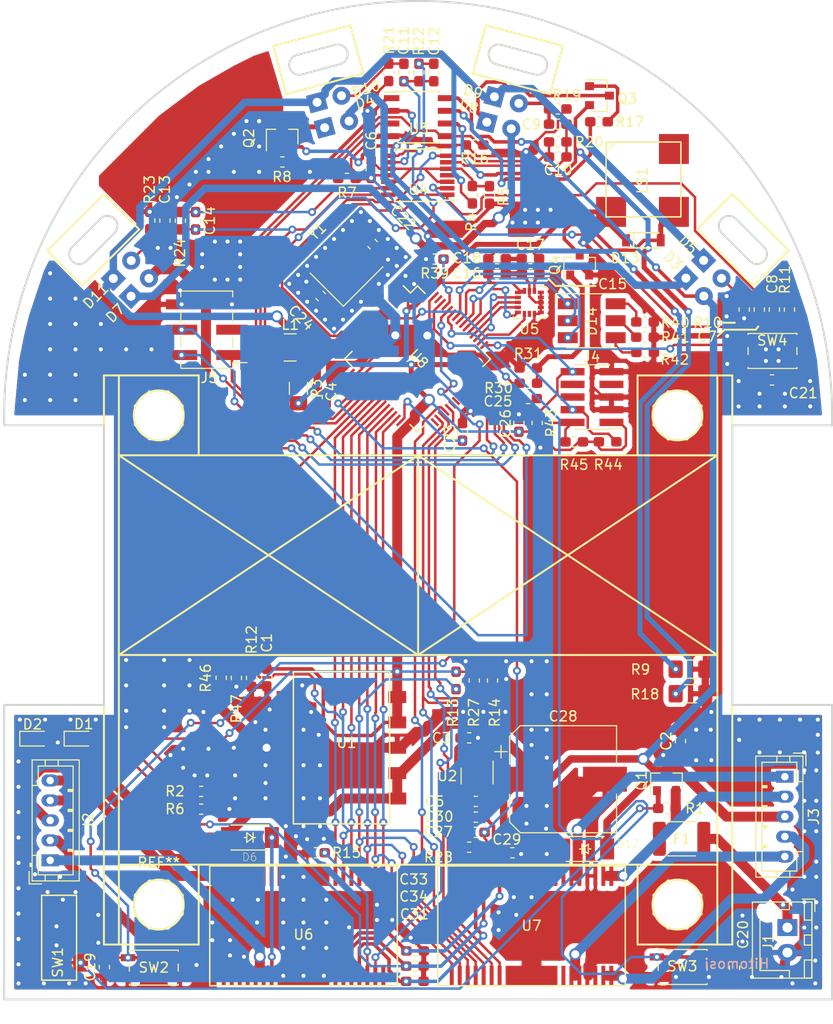
<source format=kicad_pcb>
(kicad_pcb (version 20211014) (generator pcbnew)
  (layers (0 "F.Cu" signal) (31 "B.Cu" signal) (34 "B.Paste" user) (35 "F.Paste" user) (36 "B.SilkS" user "B.Silkscreen") (37 "F.SilkS" user "F.Silkscreen") (38 "B.Mask" user) (39 "F.Mask" user) (44 "Edge.Cuts" user))
  (net 0 "")
  (net 1 "3.3V")
  (net 2 "GND")
  (net 3 "BATT")
  (net 4 "Net-(C3-Pad1)")
  (net 5 "3.3VA")
  (net 6 "5V")
  (net 7 "1.65V")
  (net 8 "Net-(C7-Pad2)")
  (net 9 "Net-(C7-Pad1)")
  (net 10 "/IR_Sensor1/SENSOR_OUT")
  (net 11 "Net-(C10-Pad2)")
  (net 12 "Net-(C9-Pad2)")
  (net 13 "/IR_Sensor2/SENSOR_OUT")
  (net 14 "Net-(C11-Pad2)")
  (net 15 "Net-(C11-Pad1)")
  (net 16 "/IR_Sensor3/SENSOR_OUT")
  (net 17 "Net-(C13-Pad2)")
  (net 18 "Net-(C13-Pad1)")
  (net 19 "/IR_Sensor4/SENSOR_OUT")
  (net 20 "Net-(C15-Pad1)")
  (net 21 "/Micon/SW_1")
  (net 22 "/Micon/SW_2")
  (net 23 "/Micon/NRST")
  (net 24 "Net-(C22-Pad1)")
  (net 25 "Net-(C23-Pad2)")
  (net 26 "Net-(C24-Pad1)")
  (net 27 "Net-(C25-Pad2)")
  (net 28 "Net-(D1-Pad1)")
  (net 29 "Net-(D2-Pad1)")
  (net 30 "Net-(D3-Pad1)")
  (net 31 "Net-(D4-Pad1)")
  (net 32 "Net-(D6-Pad1)")
  (net 33 "Net-(D7-Pad1)")
  (net 34 "Net-(D8-Pad1)")
  (net 35 "Net-(D12-Pad1)")
  (net 36 "Net-(D13-Pad2)")
  (net 37 "Net-(D14-Pad1)")
  (net 38 "Net-(D14-Pad2)")
  (net 39 "Net-(D14-Pad3)")
  (net 40 "Net-(F1-Pad1)")
  (net 41 "Net-(F1-Pad2)")
  (net 42 "Net-(J2-Pad1)")
  (net 43 "Net-(J2-Pad2)")
  (net 44 "Net-(J2-Pad4)")
  (net 45 "Net-(J2-Pad5)")
  (net 46 "Net-(J3-Pad5)")
  (net 47 "Net-(J3-Pad4)")
  (net 48 "Net-(J3-Pad2)")
  (net 49 "Net-(J3-Pad1)")
  (net 50 "/Micon/SWDIO")
  (net 51 "/Micon/SWCLK")
  (net 52 "/Micon/USB_DP")
  (net 53 "/Micon/UART_TX")
  (net 54 "/Micon/USB_DM")
  (net 55 "/Micon/UART_RX")
  (net 56 "Net-(L1-Pad1)")
  (net 57 "Net-(Q1-Pad1)")
  (net 58 "Net-(Q2-Pad2)")
  (net 59 "Net-(Q2-Pad1)")
  (net 60 "Net-(Q3-Pad1)")
  (net 61 "Net-(Q3-Pad2)")
  (net 62 "Net-(Q4-Pad1)")
  (net 64 "Net-(R8-Pad2)")
  (net 66 "/Micon/MOTOR_RESET")
  (net 68 "Net-(R15-Pad1)")
  (net 69 "/IR_LED1/LED_IN")
  (net 70 "Net-(R17-Pad2)")
  (net 71 "/Micon/MOTOR_EN")
  (net 72 "Net-(R28-Pad1)")
  (net 73 "/Micon/PB8_SPEAKER")
  (net 74 "Net-(R39-Pad1)")
  (net 75 "/Micon/BATT_CHECK")
  (net 76 "/Micon/MOTOR1_ERR")
  (net 77 "/IR_LED2/LED_IN")
  (net 78 "/Micon/MOTOR2_ERR")
  (net 79 "unconnected-(SW1-Pad3)")
  (net 81 "/Micon/DAC")
  (net 83 "/Gyro/INT")
  (net 84 "/Gyro/SPC")
  (net 85 "/Gyro/SDI")
  (net 86 "/Gyro/SDO")
  (net 87 "/Gyro/CS")
  (net 89 "/Micon/MOTOR_DMODE0")
  (net 90 "/Micon/MOTOR_DMODE1")
  (net 91 "/Micon/MOTOR_DMODE2")
  (net 92 "/Micon/MOTOR1_PWM")
  (net 93 "/Micon/MOTOR1_CW")
  (net 99 "/Micon/MOTOR2_PWM")
  (net 100 "/Micon/MOTOR2_CW")
  (net 105 "/Micon/PC0_7seg")
  (net 115 "Net-(D14-Pad4)")
  (net 116 "Net-(D14-Pad5)")
  (net 117 "Net-(D14-Pad6)")
  (footprint "Button_Switch_SMD:SW_SPST_EVQP2" (layer "F.Cu") (at 128.4986 134.3152)
    (fp_text reference "SW2")
    (fp_text value "SKRPACE010")
  )
  (footprint "Micromouse:HSOP28-P-0450-0.80" (layer "F.Cu") (at 143.51 130.128 180)
    (fp_text reference "U6")
    (fp_text value "TB67S149FG")
  )
  (footprint "Micromouse:HSOP28-P-0450-0.80" (layer "F.Cu") (at 166.37 130.128)
    (fp_text reference "U7")
    (fp_text value "TB67S149FG")
  )
  (footprint "Micromouse:SSSS213202" (layer "F.Cu") (at 119.008 131.318 90)
    (fp_text reference "SW1")
    (fp_text value "SSSS213202")
  )
  (footprint "Package_QFP:LQFP-64_10x10mm_P0.5mm" (layer "F.Cu") (at 154.94 73.350179 -45)
    (fp_text reference "U8")
    (fp_text value "STM32F405RGTx")
  )
  (footprint "Capacitor_SMD:C_0603_1608Metric_Pad1.05x0.95mm_HandSolder" (layer "F.Cu") (at 160.7833 120.7643 180)
    (fp_text reference "C27")
    (fp_text value "0.1uF")
  )
  (footprint "Capacitor_SMD:CP_Elec_10x10.5" (layer "F.Cu") (at 169.536 115.443)
    (fp_text reference "C28")
    (fp_text value "100uF")
  )
  (footprint "Capacitor_SMD:C_0603_1608Metric_Pad1.05x0.95mm_HandSolder" (layer "F.Cu") (at 164.451 122.809)
    (fp_text reference "C29")
    (fp_text value "0.1uF")
  )
  (footprint "Capacitor_SMD:C_0603_1608Metric_Pad1.05x0.95mm_HandSolder" (layer "F.Cu") (at 160.7833 119.2403 180)
    (fp_text reference "C30")
    (fp_text value "0.1uF")
  )
  (footprint "Capacitor_SMD:C_0603_1608Metric_Pad1.05x0.95mm_HandSolder" (layer "F.Cu") (at 154.6746 135.6868)
    (fp_text reference "C31")
    (fp_text value "0.1uF")
  )
  (footprint "Capacitor_SMD:C_0603_1608Metric_Pad1.05x0.95mm_HandSolder" (layer "F.Cu") (at 154.7 132.6388)
    (fp_text reference "C33")
    (fp_text value "0.1uF")
  )
  (footprint "Capacitor_SMD:C_0603_1608Metric_Pad1.05x0.95mm_HandSolder" (layer "F.Cu") (at 154.6746 134.1628)
    (fp_text reference "C34")
    (fp_text value "0.1uF")
  )
  (footprint "PTVS3V3P1UP_115:SOD128" (layer "F.Cu") (at 171.745 122.428)
    (fp_text reference "D12")
    (fp_text value "24V1W" hide)
  )
  (footprint "Inductor_SMD:L_1210_3225Metric" (layer "F.Cu") (at 142.1735 72.1995)
    (fp_text reference "L1")
    (fp_text value "100u")
  )
  (footprint "MountingHole:MountingHole_3.2mm_M3" (layer "F.Cu") (at 181 79)
    (fp_text reference "REF**" hide)
    (fp_text value "MountingHole_3.2mm_M3")
  )
  (footprint "MountingHole:MountingHole_3.2mm_M3" (layer "F.Cu") (at 129 79)
    (fp_text reference "REF**" hide)
    (fp_text value "MountingHole_3.2mm_M3")
  )
  (footprint "MountingHole:MountingHole_3.2mm_M3" (layer "F.Cu") (at 129 128)
    (fp_text reference "REF**")
    (fp_text value "MountingHole_3.2mm_M3")
  )
  (footprint "MountingHole:MountingHole_3.2mm_M3" (layer "F.Cu") (at 181 128)
    (fp_text reference "REF**" hide)
    (fp_text value "MountingHole_3.2mm_M3")
  )
  (footprint "Micromouse:LED_D5.0mm_Sensor" (layer "F.Cu") (at 181.845949 65.259949 -45)
    (fp_text reference "D3")
    (fp_text value "VSLY5850")
  )
  (footprint "Micromouse:LED_D5.0mm_Sensor" (layer "F.Cu") (at 145.628548 50.1874 15)
    (fp_text reference "D4")
    (fp_text value "VSLY5850")
  )
  (footprint "Micromouse:LED_D5.0mm_Sensor" (layer "F.Cu") (at 183.623949 63.481949 -45)
    (fp_text reference "D5")
    (fp_text value "SFH213FA")
  )
  (footprint "Micromouse:LED_D5.0mm_Sensor" (layer "F.Cu") (at 126.219949 67.074051 45)
    (fp_text reference "D7")
    (fp_text value "VSLY5850")
  )
  (footprint "Micromouse:LED_D5.0mm_Sensor" (layer "F.Cu") (at 161.884548 49.6346 -15)
    (fp_text reference "D8")
    (fp_text value "VSLY5850")
  )
  (footprint "Micromouse:LED_D5.0mm_Sensor" (layer "F.Cu") (at 162.646548 47.0946 -15)
    (fp_text reference "D9")
    (fp_text value "SFH213FA")
  )
  (footprint "Micromouse:LED_D5.0mm_Sensor" (layer "F.Cu") (at 144.866548 47.6474 15)
    (fp_text reference "D10")
    (fp_text value "SFH213FA")
  )
  (footprint "Micromouse:LED_D5.0mm_Sensor" (layer "F.Cu") (at 124.441949 65.296051 45)
    (fp_text reference "D11")
    (fp_text value "SFH213FA")
  )
  (footprint "Button_Switch_SMD:SW_SPST_EVQP2" (layer "F.Cu") (at 190.52984 72.5518)
    (fp_text reference "SW4")
    (fp_text value "SKRPACE010")
  )
  (footprint "Resistor_SMD:R_0603_1608Metric_Pad1.05x0.95mm_HandSolder" (layer "F.Cu") (at 135.255 105.283 90)
    (fp_text reference "R46")
    (fp_text value "33k")
  )
  (footprint "Resistor_SMD:R_0603_1608Metric_Pad1.05x0.95mm_HandSolder" (layer "F.Cu") (at 136.779 105.297 -90)
    (fp_text reference "R47")
    (fp_text value "10k")
  )
  (footprint "Package_SO:TSSOP-14_4.4x5mm_P0.65mm" (layer "F.Cu") (at 154.9705 54.9539 180)
    (fp_text reference "U4")
    (fp_text value "AD8604A")
  )
  (footprint "Package_SO:SOIC-8_3.9x4.9mm_P1.27mm" (layer "F.Cu") (at 155.05 49.135)
    (fp_text reference "U3")
    (fp_text value "NJM2746E")
  )
  (footprint "Capacitor_SMD:C_0603_1608Metric_Pad1.05x0.95mm_HandSolder" (layer "F.Cu") (at 150.441271 61.847604 -45)
    (fp_text reference "C22")
    (fp_text value "10p")
  )
  (footprint "Connector_PinHeader_2.54mm:PinHeader_2x03_P2.54mm_Vertical_SMD" (layer "F.Cu") (at 133.8095 70.4215 180)
    (fp_text reference "J5")
    (fp_text value "Conn_02x03_Odd_Even")
  )
  (footprint "Resistor_SMD:R_0603_1608Metric_Pad1.05x0.95mm_HandSolder" (layer "F.Cu") (at 170.64612 81.65592 180)
    (fp_text reference "R45")
    (fp_text value "10k")
  )
  (footprint "Capacitor_SMD:C_0603_1608Metric_Pad1.05x0.95mm_HandSolder" (layer "F.Cu") (at 162.915401 64.821001)
    (fp_text reference "C16")
    (fp_text value "0.01u")
  )
  (footprint "Resistor_SMD:R_0603_1608Metric_Pad1.05x0.95mm_HandSolder" (layer "F.Cu") (at 138.303 105.297 -90)
    (fp_text reference "R12")
    (fp_text value "10k")
  )
  (footprint "Capacitor_SMD:C_0603_1608Metric_Pad1.05x0.95mm_HandSolder" (layer "F.Cu") (at 181.3052 111.619 90)
    (fp_text reference "C2")
    (fp_text value "1u")
  )
  (footprint "Capacitor_SMD:C_0603_1608Metric_Pad1.05x0.95mm_HandSolder" (layer "F.Cu") (at 160.1229 111.3028)
    (fp_text reference "C3")
    (fp_text value "0.01u")
  )
  (footprint "Capacitor_SMD:C_0603_1608Metric_Pad1.05x0.95mm_HandSolder" (layer "F.Cu") (at 144.8816 77.1652 -90)
    (fp_text reference "C4")
    (fp_text value "10u")
  )
  (footprint "Capacitor_SMD:C_0603_1608Metric_Pad1.05x0.95mm_HandSolder" (layer "F.Cu") (at 160.7807 117.6655 180)
    (fp_text reference "C5")
    (fp_text value "10u")
  )
  (footprint "Capacitor_SMD:C_0603_1608Metric_Pad1.05x0.95mm_HandSolder" (layer "F.Cu") (at 150.2918 54.3446 -90)
    (fp_text reference "C6")
    (fp_text value "0.1u")
  )
  (footprint "Capacitor_SMD:C_0603_1608Metric_Pad1.05x0.95mm_HandSolder" (layer "F.Cu") (at 189.2046 68.4009 90)
    (fp_text reference "C7")
    (fp_text value "0.01u")
  )
  (footprint "Capacitor_SMD:C_0603_1608Metric_Pad1.05x0.95mm_HandSolder" (layer "F.Cu") (at 190.7159 68.4009 -90)
    (fp_text reference "C8")
    (fp_text value "22p")
  )
  (footprint "Capacitor_SMD:C_0603_1608Metric_Pad1.05x0.95mm_HandSolder" (layer "F.Cu") (at 168.9976 49.8348 180)
    (fp_text reference "C9")
    (fp_text value "0.01u")
  )
  (footprint "Capacitor_SMD:C_0603_1608Metric_Pad1.05x0.95mm_HandSolder" (layer "F.Cu") (at 169.0002 53.1241)
    (fp_text reference "C10")
    (fp_text value "22p")
  )
  (footprint "Capacitor_SMD:C_0603_1608Metric_Pad1.05x0.95mm_HandSolder" (layer "F.Cu") (at 153.57721 44.662205 90)
    (fp_text reference "C11")
    (fp_text value "0.01u")
  )
  (footprint "Capacitor_SMD:C_0603_1608Metric_Pad1.05x0.95mm_HandSolder" (layer "F.Cu") (at 156.57441 44.662205 -90)
    (fp_text reference "C12")
    (fp_text value "22p")
  )
  (footprint "Capacitor_SMD:C_0603_1608Metric_Pad1.05x0.95mm_HandSolder" (layer "F.Cu") (at 129.6162 59.4868 -90)
    (fp_text reference "C13")
    (fp_text value "0.01u")
  )
  (footprint "Capacitor_SMD:C_0603_1608Metric_Pad1.05x0.95mm_HandSolder" (layer "F.Cu") (at 132.6896 59.5122 90)
    (fp_text reference "C14")
    (fp_text value "22p")
  )
  (footprint "Capacitor_SMD:C_0603_1608Metric_Pad1.05x0.95mm_HandSolder" (layer "F.Cu") (at 166.2798 64.8208 180)
    (fp_text reference "C15")
    (fp_text value "0.1u")
  )
  (footprint "Capacitor_SMD:C_0603_1608Metric_Pad1.05x0.95mm_HandSolder" (layer "F.Cu") (at 166.257 63.2968 180)
    (fp_text reference "C17")
    (fp_text value "0.1u")
  )
  (footprint "Capacitor_SMD:C_0603_1608Metric_Pad1.05x0.95mm_HandSolder" (layer "F.Cu") (at 162.915401 63.311001)
    (fp_text reference "C18")
    (fp_text value "2.2u")
  )
  (footprint "Capacitor_SMD:C_0603_1608Metric_Pad1.05x0.95mm_HandSolder" (layer "F.Cu") (at 123.5456 134.253 90)
    (fp_text reference "C19")
    (fp_text value "0.1u")
  )
  (footprint "Capacitor_SMD:C_0603_1608Metric_Pad1.05x0.95mm_HandSolder" (layer "F.Cu") (at 186.72048 134.3266 90)
    (fp_text reference "C20")
    (fp_text value "0.1u")
  )
  (footprint "Capacitor_SMD:C_0603_1608Metric_Pad1.05x0.95mm_HandSolder" (layer "F.Cu") (at 190.48092 75.45324)
    (fp_text reference "C21")
    (fp_text value "0.1u")
  )
  (footprint "Capacitor_SMD:C_0603_1608Metric_Pad1.05x0.95mm_HandSolder" (layer "F.Cu") (at 159.4485 80.6564 -90)
    (fp_text reference "C23")
    (fp_text value "2.2u")
  )
  (footprint "Capacitor_SMD:C_0603_1608Metric_Pad1.05x0.95mm_HandSolder" (layer "F.Cu") (at 145.230884 67.054314 135)
    (fp_text reference "C24")
    (fp_text value "10p")
  )
  (footprint "Capacitor_SMD:C_0603_1608Metric_Pad1.05x0.95mm_HandSolder" (layer "F.Cu") (at 166.0258 77.3176 180)
    (fp_text reference "C25")
    (fp_text value "2.2u")
  )
  (footprint "Capacitor_SMD:C_0603_1608Metric_Pad1.05x0.95mm_HandSolder" (layer "F.Cu") (at 165.10508 79.76616 -90)
    (fp_text reference "C26")
    (fp_text value "0.1u")
  )
  (footprint "LED_SMD:LED_0603_1608Metric_Pad1.05x0.95mm_HandSolder" (layer "F.Cu") (at 121.172 111.379)
    (fp_text reference "D1")
    (fp_text value "LED_3.3V")
  )
  (footprint "LED_SMD:LED_0603_1608Metric_Pad1.05x0.95mm_HandSolder" (layer "F.Cu") (at 116.727 111.379)
    (fp_text reference "D2")
    (fp_text value "LED_5V")
  )
  (footprint "PTVS3V3P1UP_115:SOD128" (layer "F.Cu") (at 138.135 121.285 180)
    (fp_text reference "D6")
    (fp_text value "24V1W" hide)
  )
  (footprint "LED_SMD:LED_RGB_5050-6" (layer "F.Cu") (at 172.4028 69.5216)
    (fp_text reference "D14")
    (fp_text value "OSTBABS4C2B")
  )
  (footprint "Fuse:Fuse_1812_4532Metric_Pad1.30x3.40mm_HandSolder" (layer "F.Cu") (at 181.417 121.412)
    (fp_text reference "F1")
    (fp_text value "SMD1812P150TF/24")
  )
  (footprint "Connector_JST:JST_XH_B02B-XH-AM_1x02_P2.50mm_Vertical" (layer "F.Cu") (at 192.024 130.302 -90)
    (fp_text reference "J1")
    (fp_text value "BATTERY")
  )
  (footprint "Connector_JST:JST_PH_B5B-PH-K_1x05_P2.00mm_Vertical" (layer "F.Cu") (at 118.11 123.57 90)
    (fp_text reference "J2")
    (fp_text value "PH_5Pin")
  )
  (footprint "Connector_JST:JST_PH_B5B-PH-K_1x05_P2.00mm_Vertical" (layer "F.Cu") (at 191.77 115.19 -90)
    (fp_text reference "J3")
    (fp_text value "PH_5Pin")
  )
  (footprint "Connector_PinHeader_1.27mm:PinHeader_2x05_P1.27mm_Vertical_SMD" (layer "F.Cu") (at 172.4348 77.1652 180)
    (fp_text reference "J4")
    (fp_text value "Conn_ARM_JTAG_SWD_10")
  )
  (footprint "Package_TO_SOT_SMD:SOT-23" (layer "F.Cu") (at 179.898 115.586 90)
    (fp_text reference "Q1")
    (fp_text value " IRLML6402")
  )
  (footprint "Package_TO_SOT_SMD:SOT-23" (layer "F.Cu") (at 141.3662 51.1081 90)
    (fp_text reference "Q2")
    (fp_text value "IRFML8244")
  )
  (footprint "Package_TO_SOT_SMD:SOT-23" (layer "F.Cu") (at 173.1805 46.9773)
    (fp_text reference "Q3")
    (fp_text value "IRFML8244")
  )
  (footprint "Package_TO_SOT_SMD:SOT-23" (layer "F.Cu") (at 171.196 63.9412 90)
    (fp_text reference "Q4")
    (fp_text value "IRFML8244")
  )
  (footprint "Resistor_SMD:R_0603_1608Metric_Pad1.05x0.95mm_HandSolder" (layer "F.Cu") (at 179.945 118.364 180)
    (fp_text reference "R1")
    (fp_text value "100k")
  )
  (footprint "Resistor_SMD:R_0603_1608Metric_Pad1.05x0.95mm_HandSolder" (layer "F.Cu") (at 133.2497 116.6622)
    (fp_text reference "R2")
    (fp_text value "1k")
  )
  (footprint "Resistor_SMD:R_0603_1608Metric_Pad1.05x0.95mm_HandSolder" (layer "F.Cu") (at 160.43656 56.90616 90)
    (fp_text reference "R4")
    (fp_text value "1k 1%")
  )
  (footprint "Resistor_SMD:R_0603_1608Metric_Pad1.05x0.95mm_HandSolder" (layer "F.Cu") (at 162.1536 56.92524 -90)
    (fp_text reference "R5")
    (fp_text value "1k 1%")
  )
  (footprint "Resistor_SMD:R_0603_1608Metric_Pad1.05x0.95mm_HandSolder" (layer "F.Cu") (at 147.8648 55.2704 180)
    (fp_text reference "R7")
    (fp_text value "10k")
  )
  (footprint "Resistor_SMD:R_0603_1608Metric_Pad1.05x0.95mm_HandSolder" (layer "F.Cu") (at 141.3904 53.6194)
    (fp_text reference "R8")
    (fp_text value "10")
  )
  (footprint "Resistor_SMD:R_1206_3216Metric_Pad1.42x1.75mm_HandSolder" (layer "F.Cu") (at 182.3069 104.4194)
    (fp_text reference "R9")
    (fp_text value "33 1% 1/2W")
  )
  (footprint "Resistor_SMD:R_0603_1608Metric_Pad1.05x0.95mm_HandSolder" (layer "F.Cu") (at 187.6933 68.4009 90)
    (fp_text reference "R10")
    (fp_text value "100k")
  )
  (footprint "Resistor_SMD:R_0603_1608Metric_Pad1.05x0.95mm_HandSolder" (layer "F.Cu") (at 192.2272 68.4009 -90)
    (fp_text reference "R11")
    (fp_text value "220k")
  )
  (footprint "Resistor_SMD:R_0603_1608Metric_Pad1.05x0.95mm_HandSolder" (layer "F.Cu") (at 158.8008 105.551 -90)
    (fp_text reference "R13")
    (fp_text value "10k")
  )
  (footprint "Resistor_SMD:R_0603_1608Metric_Pad1.05x0.95mm_HandSolder" (layer "F.Cu") (at 162.4584 105.551 -90)
    (fp_text reference "R14")
    (fp_text value "10k")
  )
  (footprint "Resistor_SMD:R_0603_1608Metric_Pad1.05x0.95mm_HandSolder" (layer "F.Cu") (at 144.766 122.809 180)
    (fp_text reference "R15")
    (fp_text value "10k")
  )
  (footprint "Resistor_SMD:R_0603_1608Metric_Pad1.05x0.95mm_HandSolder" (layer "F.Cu") (at 160.6664 51.9176)
    (fp_text reference "R16")
    (fp_text value "10k")
  )
  (footprint "Resistor_SMD:R_0603_1608Metric_Pad1.05x0.95mm_HandSolder" (layer "F.Cu") (at 173.1378 49.5935 180)
    (fp_text reference "R17")
    (fp_text value "10")
  )
  (footprint "Resistor_SMD:R_1206_3216Metric_Pad1.42x1.75mm_HandSolder" (layer "F.Cu") (at 182.3069 106.8832)
    (fp_text reference "R18")
    (fp_text value "33 1% 1/2W")
  )
  (footprint "Resistor_SMD:R_0603_1608Metric_Pad1.05x0.95mm_HandSolder" (layer "F.Cu") (at 168.9989 48.3108 180)
    (fp_text reference "R19")
    (fp_text value "100k")
  )
  (footprint "Resistor_SMD:R_0603_1608Metric_Pad1.05x0.95mm_HandSolder" (layer "F.Cu") (at 169.0002 51.6128)
    (fp_text reference "R20")
    (fp_text value "220k")
  )
  (footprint "Resistor_SMD:R_0603_1608Metric_Pad1.05x0.95mm_HandSolder" (layer "F.Cu") (at 152.05321 44.648205 90)
    (fp_text reference "R21")
    (fp_text value "100k")
  )
  (footprint "Resistor_SMD:R_0603_1608Metric_Pad1.05x0.95mm_HandSolder" (layer "F.Cu") (at 155.079809 44.659006 -90)
    (fp_text reference "R22")
    (fp_text value "220k")
  )
  (footprint "Resistor_SMD:R_0603_1608Metric_Pad1.05x0.95mm_HandSolder" (layer "F.Cu") (at 128.0922 59.4868 -90)
    (fp_text reference "R23")
    (fp_text value "100k")
  )
  (footprint "Resistor_SMD:R_0603_1608Metric_Pad1.05x0.95mm_HandSolder" (layer "F.Cu") (at 131.1656 59.5008 90)
    (fp_text reference "R24")
    (fp_text value "220k")
  )
  (footprint "Resistor_SMD:R_0603_1608Metric_Pad1.05x0.95mm_HandSolder" (layer "F.Cu") (at 160.1203 122.2502 180)
    (fp_text reference "R28")
    (fp_text value "10k")
  )
  (footprint "Resistor_SMD:R_0603_1608Metric_Pad1.05x0.95mm_HandSolder" (layer "F.Cu") (at 166.0525 75.7809 180)
    (fp_text reference "R30")
    (fp_text value "100")
  )
  (footprint "Resistor_SMD:R_0603_1608Metric_Pad1.05x0.95mm_HandSolder" (layer "F.Cu") (at 166.044701 74.256301)
    (fp_text reference "R31")
    (fp_text value "10k")
  )
  (footprint "Resistor_SMD:R_0603_1608Metric_Pad1.05x0.95mm_HandSolder" (layer "F.Cu") (at 156.66844 63.35268 180)
    (fp_text reference "R39")
    (fp_text value "10k")
  )
  (footprint "Resistor_SMD:R_0603_1608Metric_Pad1.05x0.95mm_HandSolder" (layer "F.Cu") (at 177.7492 69.6468 180)
    (fp_text reference "R40")
    (fp_text value "330")
  )
  (footprint "Resistor_SMD:R_0603_1608Metric_Pad1.05x0.95mm_HandSolder" (layer "F.Cu") (at 177.7492 71.1708 180)
    (fp_text reference "R41")
    (fp_text value "330")
  )
  (footprint "Resistor_SMD:R_0603_1608Metric_Pad1.05x0.95mm_HandSolder" (layer "F.Cu") (at 177.7606 72.6948 180)
    (fp_text reference "R42")
    (fp_text value "330")
  )
  (footprint "Resistor_SMD:R_0603_1608Metric_Pad1.05x0.95mm_HandSolder" (layer "F.Cu") (at 166.93388 79.74968 90)
    (fp_text reference "R43")
    (fp_text value "10k")
  )
  (footprint "Button_Switch_SMD:SW_SPST_EVQP2" (layer "F.Cu") (at 181.5192 134.2484)
    (fp_text reference "SW3")
    (fp_text value "SKRPACE010")
  )
  (footprint "Micromouse:M78SAR033-0.5" (layer "F.Cu") (at 147.828 112.2934 180)
    (fp_text reference "U1")
    (fp_text value "M78SAR033-0.5")
  )
  (footprint "Package_SO:TSOP-5_1.65x3.05mm_P0.95mm" (layer "F.Cu") (at 160.9115 115.1212 -90)
    (fp_text reference "U2")
    (fp_text value "TAR5SB50")
  )
  (footprint "Package_LGA:LGA-16_3x3mm_P0.5mm_LayoutBorder3x5y" (layer "F.Cu") (at 166.1541 67.684)
    (fp_text reference "U5")
    (fp_text value "ICM-20602")
  )
  (footprint "Crystal:Crystal_SMD_SeikoEpson_FA238V-4Pin_3.2x2.5mm_HandSoldering" (layer "F.Cu") (at 147.82236 64.436393 45)
    (fp_text reference "Y1")
    (fp_text value "12MHz")
  )
  (footprint "Resistor_SMD:R_0603_1608Metric_Pad1.05x0.95mm_HandSolder" (layer "F.Cu") (at 133.2497 118.4402)
    (fp_text reference "R6")
    (fp_text value "1k")
  )
  (footprint "Resistor_SMD:R_0603_1608Metric_Pad1.05x0.95mm_HandSolder" (layer "F.Cu") (at 160.6296 105.551 -90)
    (fp_text reference "R27")
    (fp_text value "10k")
  )
  (footprint "Micromouse:UGCT7525AN4" (layer "F.Cu") (at 174.3448 58.6232 90)
    (fp_text reference "LS1")
    (fp_text value "Speaker")
  )
  (footprint "Micromouse:SOD-123FL" (layer "F.Cu") (at 175.844 61.468)
    (fp_text reference "D13")
    (fp_text value "GS1010FL")
  )
  (footprint "Resistor_SMD:R_0603_1608Metric_Pad1.05x0.95mm_HandSolder" (layer "F.Cu") (at 173.99892 81.64576)
    (fp_text reference "R44")
    (fp_text value "10k")
  )
  (footprint "Resistor_SMD:R_1206_3216Metric_Pad1.42x1.75mm_HandSolder" (layer "F.Cu") (at 143.002 76.3 -90)
    (fp_text reference "R3")
    (fp_text value "10")
  )
  (footprint "Capacitor_SMD:C_0603_1608Metric_Pad1.05x0.95mm_HandSolder" (layer "F.Cu") (at 139.827 105.269 -90)
    (fp_text reference "C1")
    (fp_text value "3.3u")
  )
  (gr_line (start 123.49386 56.836006) (end 117.837006 62.49286) (layer "F.SilkS") (width 0.2))
  (gr_line (start 127.029394 60.37154) (end 123.49386 56.836006) (layer "F.SilkS") (width 0.2))
  (gr_line (start 117.837006 62.49286) (end 121.37254 66.028394) (layer "F.SilkS") (width 0.2))
  (gr_line (start 121.37254 66.028394) (end 127.029394 60.37154) (layer "F.SilkS") (width 0.2))
  (gr_line (start 125 103) (end 125 124) (layer "F.SilkS") (width 0.2))
  (gr_line (start 133 124) (end 133 132) (layer "F.SilkS") (width 0.2))
  (gr_line (start 149.50395 44.761739) (end 148.209855 39.93211) (layer "F.SilkS") (width 0.2))
  (gr_line (start 141.776545 46.83229) (end 149.50395 44.761739) (layer "F.SilkS") (width 0.2))
  (gr_line (start 155 103) (end 155 83) (layer "F.SilkS") (width 0.2))
  (gr_line (start 186.5 75) (end 186.5 80) (layer "F.SilkS") (width 0.2))
  (gr_line (start 125 75) (end 125 83) (layer "F.SilkS") (width 0.2))
  (gr_line (start 185 132) (end 185 124) (layer "F.SilkS") (width 0.2))
  (gr_circle (center 129 79) (end 131.5 79) (layer "F.SilkS") (width 0.2) (fill none))
  (gr_line (start 172.7835 66.04) (end 168.783 66.04) (layer "F.SilkS") (width 0.2))
  (gr_line (start 185 132) (end 186.5 132) (layer "F.SilkS") (width 0.2))
  (gr_circle (center 181 79) (end 183.5 79) (layer "F.SilkS") (width 0.2) (fill none))
  (gr_line (start 186.5 132) (end 186.5 108) (layer "F.SilkS") (width 0.2))
  (gr_line (start 148.209855 39.93211) (end 140.48245 42.002661) (layer "F.SilkS") (width 0.2))
  (gr_line (start 185.6105 69.723) (end 186.7535 69.723) (layer "F.SilkS") (width 0.2))
  (gr_line (start 177 83) (end 185 83) (layer "F.SilkS") (width 0.2))
  (gr_line (start 125 132) (end 123.5 132) (layer "F.SilkS") (width 0.2))
  (gr_line (start 185 124) (end 177 124) (layer "F.SilkS") (width 0.2))
  (gr_circle (center 129 128) (end 126.5 128) (layer "F.SilkS") (width 0.2) (fill none))
  (gr_line (start 185 83) (end 133 83) (layer "F.SilkS") (width 0.2))
  (gr_line (start 125 83) (end 133 83) (layer "F.SilkS") (width 0.2))
  (gr_line (start 160.492449 44.761738) (end 168.219856 46.832291) (layer "F.SilkS") (width 0.2))
  (gr_line (start 133 75) (end 125 75) (layer "F.SilkS") (width 0.2))
  (gr_line (start 125 132) (end 125 124) (layer "F.SilkS") (width 0.2))
  (gr_line (start 169.513951 42.002662) (end 161.786544 39.932109) (layer "F.SilkS") (width 0.2))
  (gr_line (start 185 75) (end 177 75) (layer "F.SilkS") (width 0.2))
  (gr_line (start 125 83) (end 155 103) (layer "F.SilkS") (width 0.2))
  (gr_line (start 161.786544 39.932109) (end 160.492449 44.761738) (layer "F.SilkS") (width 0.2))
  (gr_line (start 185.7375 70.4215) (end 187.3885 70.4215) (layer "F.SilkS") (width 0.2))
  (gr_line (start 140.48245 42.002661) (end 141.776545 46.83229) (layer "F.SilkS") (width 0.2))
  (gr_line (start 155 83) (end 185 103) (layer "F.SilkS") (width 0.2))
  (gr_line (start 133 83) (end 133 75) (layer "F.SilkS") (width 0.2))
  (gr_line (start 125 124) (end 133 124) (layer "F.SilkS") (width 0.2))
  (gr_line (start 177 75) (end 177 83) (layer "F.SilkS") (width 0.2))
  (gr_line (start 123.5 132) (end 123.5 108) (layer "F.SilkS") (width 0.2))
  (gr_line (start 168.219856 46.832291) (end 169.513951 42.002662) (layer "F.SilkS") (width 0.2))
  (gr_line (start 133 132) (end 125 132) (layer "F.SilkS") (width 0.2))
  (gr_line (start 182.967006 60.37154) (end 188.62386 66.028394) (layer "F.SilkS") (width 0.2))
  (gr_line (start 185 83) (end 185 75) (layer "F.SilkS") (width 0.2))
  (gr_line (start 177 124) (end 177 132) (layer "F.SilkS") (width 0.2))
  (gr_line (start 185 103) (end 185 83) (layer "F.SilkS") (width 0.2))
  (gr_line (start 125 103) (end 185 103) (layer "F.SilkS") (width 0.2))
  (gr_line (start 188.849 70.4215) (end 189.103 70.104) (layer "F.SilkS") (width 0.2))
  (gr_line (start 192.159394 62.49286) (end 186.50254 56.836006) (layer "F.SilkS") (width 0.2))
  (gr_line (start 185 75) (end 186.5 75) (layer "F.SilkS") (width 0.2))
  (gr_line (start 185.039 71.0565) (end 185.7375 70.4215) (layer "F.SilkS") (width 0.2))
  (gr_line (start 125 103) (end 155 83) (layer "F.SilkS") (width 0.2))
  (gr_line (start 177 132) (end 185 132) (layer "F.SilkS") (width 0.2))
  (gr_line (start 185 83) (end 155 103) (layer "F.SilkS") (width 0.2))
  (gr_line (start 168.783 66.04) (end 168.0845 65.3415) (layer "F.SilkS") (width 0.2))
  (gr_circle (center 181 128) (end 183.5 128) (layer "F.SilkS") (width 0.2) (fill none))
  (gr_line (start 185 103) (end 185 124) (layer "F.SilkS") (width 0.2))
  (gr_line (start 187.3885 70.4215) (end 188.849 70.4215) (layer "F.SilkS") (width 0.2))
  (gr_line (start 125 83) (end 125 103) (layer "F.SilkS") (width 0.2))
  (gr_line (start 133 124) (end 177 124) (layer "F.SilkS") (width 0.2))
  (gr_line (start 123.5 75) (end 125 75) (layer "F.SilkS") (width 0.2))
  (gr_line (start 188.62386 66.028394) (end 192.159394 62.49286) (layer "F.SilkS") (width 0.2))
  (gr_line (start 123.5 80) (end 123.5 75) (layer "F.SilkS") (width 0.2))
  (gr_line (start 186.50254 56.836006) (end 182.967006 60.37154) (layer "F.SilkS") (width 0.2))
  (gr_line (start 142.809329 42.925986) (end 146.673033 41.89071) (layer "Edge.Cuts") (width 0.2))
  (gr_line (start 123.5 80) (end 123.5 108) (layer "Edge.Cuts") (width 0.2))
  (gr_arc (start 146.673033 41.890709) (mid 147.897778 42.597816) (end 147.190671 43.822561) (layer "Edge.Cuts") (width 0.2))
  (gr_line (start 113.5 137.5) (end 196.5 137.5) (layer "Edge.Cuts") (width 0.2))
  (gr_line (start 113.5 80) (end 123.5 80) (layer "Edge.Cuts") (width 0.2))
  (gr_line (start 120.313764 62.142191) (end 123.142191 59.313764) (layer "Edge.Cuts") (width 0.2))
  (gr_line (start 186.5 108) (end 186.5 80) (layer "Edge.Cuts") (width 0.2))
  (gr_arc (start 162.809329 43.82256) (mid 162.102223 42.597816) (end 163.326967 41.89071) (layer "Edge.Cuts") (width 0.2))
  (gr_line (start 196.5 137.5) (end 196.5 108) (layer "Edge.Cuts") (width 0.2))
  (gr_line (start 188.272022 63.556405) (end 185.443595 60.727978) (layer "Edge.Cuts") (width 0.2))
  (gr_line (start 196.5 80) (end 196.5 79) (layer "Edge.Cuts") (width 0.2))
  (gr_arc (start 121.727978 63.556405) (mid 120.313764 63.556405) (end 120.313764 62.142191) (layer "Edge.Cuts") (width 0.2))
  (gr_line (start 147.190671 43.822561) (end 143.326967 44.857838) (layer "Edge.Cuts") (width 0.2))
  (gr_line (start 166.673033 44.857838) (end 162.809329 43.822561) (layer "Edge.Cuts") (width 0.2))
  (gr_arc (start 167.190671 42.925986) (mid 167.897778 44.150731) (end 166.673033 44.857838) (layer "Edge.Cuts") (width 0.2))
  (gr_arc (start 185.443595 60.727978) (mid 185.443595 59.313764) (end 186.857809 59.313764) (layer "Edge.Cuts") (width 0.2))
  (gr_arc (start 123.142191 59.313764) (mid 124.556405 59.313764) (end 124.556405 60.727978) (layer "Edge.Cuts") (width 0.2))
  (gr_arc (start 143.326967 44.857838) (mid 142.102222 44.150731) (end 142.809329 42.925986) (layer "Edge.Cuts") (width 0.2))
  (gr_arc (start 113.5 79) (mid 155 37.5) (end 196.5 79) (layer "Edge.Cuts") (width 0.2))
  (gr_line (start 113.5 79) (end 113.5 80) (layer "Edge.Cuts") (width 0.2))
  (gr_line (start 186.857809 59.313764) (end 189.686236 62.142191) (layer "Edge.Cuts") (width 0.2))
  (gr_line (start 196.5 108) (end 186.5 108) (layer "Edge.Cuts") (width 0.2))
  (gr_line (start 124.556405 60.727978) (end 121.727978 63.556405) (layer "Edge.Cuts") (width 0.2))
  (gr_line (start 163.326967 41.89071) (end 167.190671 42.925986) (layer "Edge.Cuts") (width 0.2))
  (gr_line (start 123.5 108) (end 113.5 108) (layer "Edge.Cuts") (width 0.2))
  (gr_line (start 186.5 80) (end 196.5 80) (layer "Edge.Cuts") (width 0.2))
  (gr_arc (start 189.686236 62.142191) (mid 189.686236 63.556405) (end 188.272022 63.556405) (layer "Edge.Cuts") (width 0.2))
  (gr_line (start 113.5 108) (end 113.5 137.5) (layer "Edge.Cuts") (width 0.2))
  (gr_text "Hitomosi" (at 186.944 133.9215) (layer "B.SilkS") (effects (font (size 1 1)) (justify mirror)))
  (segment (start 160.6296 104.676) (end 162.4584 104.676) (width 0.25) (layer "F.Cu") (net 1))
  (segment (start 154.304992 73.914) (end 150.593171 73.914) (width 0.5) (layer "F.Cu") (net 1))
  (segment (start 161.622159 74.729037) (end 160.807122 73.914) (width 0.25) (layer "F.Cu") (net 1))
  (segment (start 153.985405 67.092283) (end 153.985405 68.391285) (width 0.25) (layer "F.Cu") (net 1))
  (segment (start 162.56 65.733999) (end 164.429099 65.733999) (width 0.25) (layer "F.Cu") (net 1))
  (segment (start 153.561142 66.66802) (end 153.985405 67.092283) (width 0.25) (layer "F.Cu") (net 1))
  (segment (start 152.908 107.2134) (end 152.908 104.6607) (width 1) (layer "F.Cu") (net 1))
  (segment (start 162.539473 62.811929) (end 162.040401 63.311001) (width 0.25) (layer "F.Cu") (net 1))
  (segment (start 166.33199 62.49679) (end 162.854612 62.49679) (width 0.25) (layer "F.Cu") (net 1))
  (segment (start 151.658 109.7534) (end 150.349599 111.061801) (width 0.35) (layer "F.Cu") (net 1))
  (segment (start 154.304992 73.914) (end 154.870677 73.914) (width 0.5) (layer "F.Cu") (net 1))
  (segment (start 157.252879 65.733999) (end 162.56 65.733999) (width 0.25) (layer "F.Cu") (net 1))
  (segment (start 174.3448 59.9688) (end 175.844 61.468) (width 0.5) (layer "F.Cu") (net 1))
  (segment (start 152.908 109.7534) (end 152.908 107.2134) (width 1) (layer "F.Cu") (net 1))
  (segment (start 165.12156 80.62468) (end 165.10508 80.64116) (width 0.25) (layer "F.Cu") (net 1))
  (segment (start 153.985405 68.391285) (end 153.82209 68.5546) (width 0.25) (layer "F.Cu") (net 1))
  (segment (start 156.318858 66.66802) (end 155.70867 66.66802) (width 0.25) (layer "F.Cu") (net 1))
  (segment (start 152.908 109.7534) (end 151.658 109.7534) (width 0.35) (layer "F.Cu") (net 1))
  (segment (start 173.12392 81.64576) (end 173.12392 82.22076) (width 0.25) (layer "F.Cu") (net 1))
  (segment (start 150.540132 73.967039) (end 150.487092 73.914) (width 0.25) (layer "F.Cu") (net 1))
  (segment (start 167.132 63.2968) (end 166.33199 62.49679) (width 0.25) (layer "F.Cu") (net 1))
  (segment (start 156.318858 66.66802) (end 157.252879 65.733999) (width 0.25) (layer "F.Cu") (net 1))
  (segment (start 150.593171 73.914) (end 150.540132 73.967039) (width 0.5) (layer "F.Cu") (net 1))
  (segment (start 154.304992 75.656432) (end 155.493161 76.844601) (width 0.5) (layer "F.Cu") (net 1))
  (segment (start 166.93388 80.62468) (end 165.12156 80.62468) (width 0.25) (layer "F.Cu") (net 1))
  (segment (start 150.349599 111.061801) (end 146.795599 111.061801) (width 0.35) (layer "F.Cu") (net 1))
  (segment (start 165.0041 66.684) (end 165.5041 66.684) (width 0.25) (layer "F.Cu") (net 1))
  (segment (start 145.4912 105.5497) (end 144.3355 104.394) (width 0.35) (layer "F.Cu") (net 1))
  (segment (start 173.34893 82.44577) (end 175.39442 82.44577) (width 0.25) (layer "F.Cu") (net 1))
  (segment (start 170.29162 82.45593) (end 168.76513 82.45593) (width 0.25) (layer "F.Cu") (net 1))
  (segment (start 165.5041 66.684) (end 165.6541 66.534) (width 0.25) (layer "F.Cu") (net 1))
  (segment (start 154.222089 68.154601) (end 153.82209 68.5546) (width 0.5) (layer "F.Cu") (net 1))
  (segment (start 154.552599 68.154601) (end 154.222089 68.154601) (width 0.5) (layer "F.Cu") (net 1))
  (segment (start 162.854612 62.49679) (end 162.539473 62.811929) (width 0.25) (layer "F.Cu") (net 1))
  (segment (start 145.4912 109.757402) (end 145.4912 105.5497) (width 0.35) (layer "F.Cu") (net 1))
  (segment (start 146.795599 111.061801) (end 145.4912 109.757402) (width 0.35) (layer "F.Cu") (net 1))
  (segment (start 152.908 104.6607) (end 152.908 81.145113) (width 1) (layer "F.Cu") (net 1))
  (segment (start 135.534398 111.379) (end 135.693201 111.220197) (width 0.25) (layer "F.Cu") (net 1))
  (segment (start 155.493161 78.044599) (end 156.09316 77.4446) (width 1) (layer "F.Cu") (net 1))
  (segment (start 165.2291 66.534) (end 165.6541 66.534) (width 0.25) (layer "F.Cu") (net 1))
  (segment (start 164.429099 65.733999) (end 165.2291 66.534) (width 0.25) (layer "F.Cu") (net 1))
  (segment (start 175.39442 82.44577) (end 175.8348 82.00539) (width 0.25) (layer "F.Cu") (net 1))
  (segment (start 171.52112 81.65592) (end 171.09163 81.65592) (width 0.25) (layer "F.Cu") (net 1))
  (segment (start 175.8348 82.00539) (end 175.8348 80.3252) (width 0.25) (layer "F.Cu") (net 1))
  (segment (start 122.047 111.379) (end 135.534398 111.379) (width 0.25) (layer "F.Cu") (net 1))
  (segment (start 166.9288 61.8744) (end 160.8328 61.8744) (width 0.5) (layer "F.Cu") (net 1))
  (segment (start 175.8348 80.3252) (end 175.2148 79.7052) (width 0.25) (layer "F.Cu") (net 1))
  (segment (start 171.53128 81.64576) (end 171.52112 81.65592) (width 0.25) (layer "F.Cu") (net 1))
  (segment (start 167.432952 81.123752) (end 166.93388 80.62468) (width 0.25) (layer "F.Cu") (net 1))
  (segment (start 174.3448 58.6232) (end 170.18 58.6232) (width 0.5) (layer "F.Cu") (net 1))
  (segment (start 160.8328 61.8744) (end 154.552599 68.154601) (width 0.5) (layer "F.Cu") (net 1))
  (segment (start 154.67379 78.86397) (end 155.493161 78.044599) (width 1) (layer "F.Cu") (net 1))
  (segment (start 135.693201 111.220197) (end 136.0932 110.820198) (width 0.25) (layer "F.Cu") (net 1))
  (segment (start 170.18 58.6232) (end 166.9288 61.8744) (width 0.5) (layer "F.Cu") (net 1))
  (segment (start 173.12392 82.22076) (end 173.34893 82.44577) (width 0.25) (layer "F.Cu") (net 1))
  (segment (start 162.378399 65.733999) (end 162.56 65.733999) (width 0.25) (layer "F.Cu") (net 1))
  (segment (start 155.493161 76.844601) (end 156.09316 77.4446) (width 0.5) (layer "F.Cu") (net 1))
  (segment (start 140.402 104.394) (end 139.827 104.394) (width 0.35) (layer "F.Cu") (net 1))
  (segment (start 144.3355 104.394) (end 140.402 104.394) (width 0.35) (layer "F.Cu") (net 1))
  (segment (start 162.040401 63.311001) (end 162.040401 64.821001) (width 0.25) (layer "F.Cu") (net 1))
  (segment (start 162.040401 65.396001) (end 162.378399 65.733999) (width 0.25) (layer "F.Cu") (net 1))
  (segment (start 148.964948 75.436144) (end 150.540132 73.967039) (width 0.25) (layer "F.Cu") (net 1))
  (segment (start 171.09163 81.65592) (end 170.29162 82.45593) (width 0.25) (layer "F.Cu") (net 1))
  (segment (start 162.040401 64.821001) (end 162.040401 65.396001) (width 0.25) (layer "F.Cu") (net 1))
  (segment (start 155.70867 66.66802) (end 154.222089 68.154601) (width 0.25) (layer "F.Cu") (net 1))
  (segment (start 154.67379 79.379323) (end 154.67379 78.86397) (width 1) (layer "F.Cu") (net 1))
  (segment (start 158.8008 104.676) (end 160.6296 104.676) (width 0.25) (layer "F.Cu") (net 1))
  (segment (start 154.870677 73.914) (end 160.807122 73.914) (width 0.5) (layer "F.Cu") (net 1))
  (segment (start 152.908 81.145113) (end 154.67379 79.379323) (width 1) (layer "F.Cu") (net 1))
  (segment (start 173.12392 81.64576) (end 171.53128 81.64576) (width 0.25) (layer "F.Cu") (net 1))
  (segment (start 175.2148 79.7052) (end 174.3848 79.7052) (width 0.25) (layer "F.Cu") (net 1))
  (segment (start 174.3448 58.6232) (end 174.3448 59.9688) (width 0.5) (layer "F.Cu") (net 1))
  (segment (start 154.304992 73.914) (end 154.304992 75.656432) (width 0.5) (layer "F.Cu") (net 1))
  (segment (start 168.76513 82.45593) (end 167.432952 81.123752) (width 0.25) (layer "F.Cu") (net 1))
  (segment (start 160.627 104.267) (end 160.6296 104.2696) (width 0.25) (layer "F.Cu") (net 1))
  (via (at 143.002 77.7875) (size 0.8) (drill 0.4) (layers "F.Cu" "B.Cu") (net 1))
  (via (at 153.82209 68.5546) (size 0.8) (drill 0.4) (layers "F.Cu" "B.Cu") (net 1))
  (via (at 165.10508 80.64116) (size 0.8) (drill 0.4) (layers "F.Cu" "B.Cu") (net 1))
  (via (at 154.304992 73.914) (size 0.8) (drill 0.4) (layers "F.Cu" "B.Cu") (net 1))
  (via (at 152.908 104.6607) (size 0.8) (drill 0.4) (layers "F.Cu" "B.Cu") (net 1))
  (via (at 156.09316 77.4446) (size 1.2) (drill 0.8) (layers "F.Cu" "B.Cu") (net 1))
  (via (at 136.0932 110.820198) (size 0.8) (drill 0.4) (layers "F.Cu" "B.Cu") (net 1))
  (via (at 158.8008 104.676) (size 0.8) (drill 0.4) (layers "F.Cu" "B.Cu") (net 1))
  (segment (start 142.252698 104.6607) (end 136.493199 110.420199) (width 0.25) (layer "B.Cu") (net 1))
  (segment (start 152.908 104.6607) (end 142.252698 104.6607) (width 0.25) (layer "B.Cu") (net 1))
  (segment (start 153.162 73.914) (end 146.875498 73.914) (width 0.5) (layer "B.Cu") (net 1))
  (segment (start 153.162 73.914) (end 153.82209 73.25391) (width 0.5) (layer "B.Cu") (net 1))
  (segment (start 153.739307 73.914) (end 154.304992 73.914) (width 0.5) (layer "B.Cu") (net 1))
  (segment (start 156.09316 77.4446) (end 159.267059 80.618499) (width 0.25) (layer "B.Cu") (net 1))
  (segment (start 146.875498 73.914) (end 146.875498 73.914002) (width 0.5) (layer "B.Cu") (net 1))
  (segment (start 159.267059 80.618499) (end 164.507419 80.618499) (width 0.25) (layer "B.Cu") (net 1))
  (segment (start 136.493199 110.420199) (end 136.0932 110.820198) (width 0.25) (layer "B.Cu") (net 1))
  (segment (start 153.162 73.914) (end 153.739307 73.914) (width 0.5) (layer "B.Cu") (net 1))
  (segment (start 153.82209 69.120285) (end 153.82209 68.5546) (width 0.5) (layer "B.Cu") (net 1))
  (segment (start 158.7855 104.6607) (end 158.8008 104.676) (width 0.25) (layer "B.Cu") (net 1))
  (segment (start 153.82209 73.25391) (end 153.82209 69.120285) (width 0.5) (layer "B.Cu") (net 1))
  (segment (start 164.53008 80.64116) (end 165.10508 80.64116) (width 0.25) (layer "B.Cu") (net 1))
  (segment (start 146.875498 73.914002) (end 143.002 77.7875) (width 0.5) (layer "B.Cu") (net 1))
  (segment (start 152.908 104.6607) (end 158.7855 104.6607) (width 0.25) (layer "B.Cu") (net 1))
  (segment (start 164.507419 80.618499) (end 164.53008 80.64116) (width 0.25) (layer "B.Cu") (net 1))
  (segment (start 143.51 129.413) (end 143.51 127.508) (width 2) (layer "F.Cu") (net 2))
  (segment (start 144.612166 66.435596) (end 144.612166 65.87882) (width 0.25) (layer "F.Cu") (net 2))
  (segment (start 160.9979 111.3028) (end 159.351115 112.949585) (width 0.35) (layer "F.Cu") (net 2))
  (segment (start 191.135 73.5518) (end 193.10984 73.5518) (width 0.25) (layer "F.Cu") (net 2))
  (segment (start 189.865 73.5518) (end 191.135 73.5518) (width 0.25) (layer "F.Cu") (net 2))
  (segment (start 143.51 112.2934) (end 141.708 112.2934) (width 1) (layer "F.Cu") (net 2))
  (segment (start 159.512 108.697989) (end 161.544 108.697989) (width 1) (layer "F.Cu") (net 2))
  (segment (start 161.544 108.697989) (end 163.7538 108.697989) (width 1) (layer "F.Cu") (net 2))
  (segment (start 166.37 108.697989) (end 167.894 108.697989) (width 1) (layer "F.Cu") (net 2))
  (segment (start 167.894 108.697989) (end 182.542987 108.697989) (width 1) (layer "F.Cu") (net 2))
  (segment (start 184.39881 108.712) (end 183.7944 106.8832) (width 0.75) (layer "F.Cu") (net 2))
  (segment (start 184.334998 110.49) (end 187.734997 113.889999) (width 1) (layer "F.Cu") (net 2))
  (segment (start 189.23 112.7506) (end 191.262 112.7506) (width 0.75) (layer "F.Cu") (net 2))
  (segment (start 191.262 112.7506) (end 193.7004 112.7506) (width 0.75) (layer "F.Cu") (net 2))
  (segment (start 193.7004 112.7506) (end 194.9196 113.9698) (width 0.75) (layer "F.Cu") (net 2))
  (segment (start 187.19281 111.506) (end 183.7944 108.10759) (width 0.75) (layer "F.Cu") (net 2))
  (segment (start 193.724001 114.554) (end 193.724001 116.078) (width 1) (layer "F.Cu") (net 2))
  (segment (start 194.9196 114.554) (end 194.9196 116.078) (width 0.75) (layer "F.Cu") (net 2))
  (segment (start 193.724001 116.078) (end 193.724001 117.602) (width 1) (layer "F.Cu") (net 2))
  (segment (start 194.9196 116.078) (end 194.9196 117.602) (width 0.75) (layer "F.Cu") (net 2))
  (segment (start 193.724001 117.602) (end 193.724001 119.126) (width 1) (layer "F.Cu") (net 2))
  (segment (start 194.9196 117.602) (end 194.9196 119.126) (width 0.75) (layer "F.Cu") (net 2))
  (segment (start 193.724001 119.126) (end 193.724001 120.65) (width 1) (layer "F.Cu") (net 2))
  (segment (start 194.9196 119.126) (end 194.9196 120.65) (width 0.75) (layer "F.Cu") (net 2))
  (segment (start 193.724001 120.65) (end 193.724001 122.174) (width 1) (layer "F.Cu") (net 2))
  (segment (start 194.9196 120.65) (end 194.9196 122.174) (width 0.75) (layer "F.Cu") (net 2))
  (segment (start 193.724001 122.174) (end 193.724001 123.698) (width 1) (layer "F.Cu") (net 2))
  (segment (start 194.9196 122.174) (end 194.9196 123.698) (width 0.75) (layer "F.Cu") (net 2))
  (segment (start 193.724001 123.698) (end 193.724001 125.222) (width 1) (layer "F.Cu") (net 2))
  (segment (start 194.9196 123.698) (end 194.9196 125.222) (width 0.75) (layer "F.Cu") (net 2))
  (segment (start 193.724001 125.222) (end 193.724001 126.492) (width 1) (layer "F.Cu") (net 2))
  (segment (start 194.9196 125.222) (end 194.9196 126.492) (width 0.75) (layer "F.Cu") (net 2))
  (segment (start 194.9196 126.492) (end 194.9196 127.762) (width 0.75) (layer "F.Cu") (net 2))
  (segment (start 193.724001 126.492) (end 193.724001 127.762) (width 1) (layer "F.Cu") (net 2))
  (segment (start 193.724001 127.762) (end 193.724001 130.302) (width 1) (layer "F.Cu") (net 2))
  (segment (start 194.9196 127.762) (end 194.9196 130.302) (width 0.75) (layer "F.Cu") (net 2))
  (segment (start 194.9196 130.302) (end 194.9196 132.461) (width 0.75) (layer "F.Cu") (net 2))
  (segment (start 193.724001 130.302) (end 193.724001 131.712001) (width 1) (layer "F.Cu") (net 2))
  (segment (start 191.4276 135.2484) (end 192.024 132.802) (width 1) (layer "F.Cu") (net 2))
  (segment (start 188.468 135.2484) (end 191.4276 135.2484) (width 1) (layer "F.Cu") (net 2))
  (segment (start 180.848 135.2484) (end 184.0992 135.2484) (width 1) (layer "F.Cu") (net 2))
  (segment (start 184.15 135.2484) (end 186.67368 135.2484) (width 1) (layer "F.Cu") (net 2))
  (segment (start 167.833 120.396) (end 166.37 121.859) (width 2) (layer "F.Cu") (net 2))
  (segment (start 165.326 122.936) (end 165.326 124.084) (width 0.5) (layer "F.Cu") (net 2))
  (segment (start 166.37 127.254) (end 166.37 135.128) (width 2) (layer "F.Cu") (net 2))
  (segment (start 143.51 127.508) (end 143.51 125.128) (width 2) (layer "F.Cu") (net 2))
  (segment (start 141.13 127.508) (end 138.844 129.794) (width 1) (layer "F.Cu") (net 2))
  (segment (start 143.51 129.794) (end 143.51 129.413) (width 2) (layer "F.Cu") (net 2))
  (segment (start 143.51 132.334) (end 143.51 129.794) (width 2) (layer "F.Cu") (net 2))
  (segment (start 143.51 135.128) (end 143.51 132.334) (width 2) (layer "F.Cu") (net 2))
  (segment (start 143.51 125.128) (end 141.13 127.508) (width 1) (layer "F.Cu") (net 2))
  (segment (start 138.844 129.794) (end 137.541 131.097) (width 1) (layer "F.Cu") (net 2))
  (segment (start 148.082 130.282239) (end 147.005761 130.282239) (width 0.35) (layer "F.Cu") (net 2))
  (segment (start 154.2542 131.318) (end 153.218439 130.282239) (width 0.35) (layer "F.Cu") (net 2))
  (segment (start 136.779 106.172) (end 138.303 106.172) (width 0.35) (layer "F.Cu") (net 2))
  (segment (start 147.005761 130.282239) (end 143.51 133.778) (width 0.35) (layer "F.Cu") (net 2))
  (segment (start 159.331499 113.311199) (end 159.331499 114.467962) (width 0.35) (layer "F.Cu") (net 2))
  (segment (start 142.079734 65.824938) (end 142.977759 64.926913) (width 0.25) (layer "F.Cu") (net 2))
  (segment (start 122.233001 132.543001) (end 121.158 131.468) (width 0.25) (layer "F.Cu") (net 2))
  (segment (start 168.6431 50.63481) (end 169.02259 50.25532) (width 0.25) (layer "F.Cu") (net 2))
  (segment (start 187.94984 73.79716) (end 187.94984 73.5518) (width 0.25) (layer "F.Cu") (net 2))
  (segment (start 165.81409 52.6034) (end 167.78268 50.63481) (width 0.25) (layer "F.Cu") (net 2))
  (segment (start 150.557304 51.04) (end 151.325 51.04) (width 0.25) (layer "F.Cu") (net 2))
  (segment (start 159.7914 51.9176) (end 155.606602 51.9176) (width 0.25) (layer "F.Cu") (net 2))
  (segment (start 159.331499 114.467962) (end 159.773137 114.9096) (width 0.35) (layer "F.Cu") (net 2))
  (segment (start 183.7944 108.10759) (end 184.39881 108.712) (width 0.75) (layer "F.Cu") (net 2))
  (segment (start 187.47644 74.6252) (end 187.94984 74.1518) (width 0.25) (layer "F.Cu") (net 2))
  (segment (start 183.7944 104.4194) (end 184.565747 103.648053) (width 1) (layer "F.Cu") (net 2))
  (segment (start 172.809999 133.427999) (end 172.070001 134.167997) (width 1) (layer "F.Cu") (net 2))
  (segment (start 166.122204 69.9008) (end 163.159731 72.863273) (width 0.25) (layer "F.Cu") (net 2))
  (segment (start 173.736 115.443) (end 172.786 115.443) (width 2) (layer "F.Cu") (net 2))
  (segment (start 125.9186 135.3152) (end 126.9936 135.3152) (width 0.35) (layer "F.Cu") (net 2))
  (segment (start 148.7398 55.2704) (end 148.7398 54.6954) (width 0.25) (layer "F.Cu") (net 2))
  (segment (start 181.3052 110.744) (end 181.804272 110.244928) (width 1) (layer "F.Cu") (net 2))
  (segment (start 150.5575 54.9539) (end 152.0205 54.9539) (width 0.25) (layer "F.Cu") (net 2))
  (segment (start 162.1536 58.22785) (end 159.32965 61.0518) (width 0.35) (layer "F.Cu") (net 2))
  (segment (start 152.712615 70.98137) (end 155.896047 70.98137) (width 1) (layer "F.Cu") (net 2))
  (segment (start 145.161 112.2934) (end 143.51 112.2934) (width 1) (layer "F.Cu") (net 2))
  (segment (start 186.72048 135.2016) (end 187.29548 135.2016) (width 1) (layer "F.Cu") (net 2))
  (segment (start 177.2142 135.2484) (end 175.393799 133.427999) (width 1) (layer "F.Cu") (net 2))
  (segment (start 155.606602 51.9176) (end 155.491201 51.802199) (width 0.25) (layer "F.Cu") (net 2))
  (segment (start 144.612166 66.435596) (end 144.612166 66.430966) (width 0.25) (layer "F.Cu") (net 2))
  (segment (start 139.799 106.172) (end 139.827 106.144) (width 0.35) (layer "F.Cu") (net 2))
  (segment (start 169.02259 50.25532) (end 169.02259 49.16211) (width 0.25) (layer "F.Cu") (net 2))
  (segment (start 155.491201 51.802199) (end 155.405791 51.802199) (width 0.25) (layer "F.Cu") (net 2))
  (segment (start 152.712615 70.98137) (end 153.561143 70.98137) (width 0.25) (layer "F.Cu") (net 2))
  (segment (start 162.7632 72.863273) (end 162.660791 72.965682) (width 0.5) (layer "F.Cu") (net 2))
  (segment (start 142.977759 64.926913) (end 143.875785 64.028887) (width 0.25) (layer "F.Cu") (net 2))
  (segment (start 145.671836 69.417041) (end 144.77381 68.519015) (width 0.25) (layer "F.Cu") (net 2))
  (segment (start 181.804272 109.436704) (end 182.542987 108.697989) (width 1) (layer "F.Cu") (net 2))
  (segment (start 136.779 106.172) (end 136.779 106.172) (width 0.35) (layer "F.Cu") (net 2))
  (segment (start 182.542987 108.697989) (end 184.334998 110.49) (width 1) (layer "F.Cu") (net 2))
  (segment (start 171.97 125.128) (end 171.97 127.5715) (width 0.35) (layer "F.Cu") (net 2))
  (segment (start 172.786 115.443) (end 167.833 120.396) (width 2) (layer "F.Cu") (net 2))
  (segment (start 117.958 131.318) (end 121.158 131.318) (width 0.35) (layer "F.Cu") (net 2))
  (segment (start 193.7004 112.7506) (end 193.7004 112.7506) (width 0.75) (layer "F.Cu") (net 2))
  (segment (start 172.77 123.778) (end 172.055 123.063) (width 0.35) (layer "F.Cu") (net 2))
  (segment (start 153.740528 63.1444) (end 152.856041 64.028887) (width 0.25) (layer "F.Cu") (net 2))
  (segment (start 172.77 125.128) (end 172.77 126.478) (width 0.35) (layer "F.Cu") (net 2))
  (segment (start 163.776673 72.863273) (end 165.169701 74.256301) (width 0.5) (layer "F.Cu") (net 2))
  (segment (start 143.875785 64.028887) (end 144.77381 63.130862) (width 0.25) (layer "F.Cu") (net 2))
  (segment (start 184.565747 75.276253) (end 185.591501 74.250499) (width 1) (layer "F.Cu") (net 2))
  (segment (start 143.51 125.128) (end 143.51 125.128) (width 1) (layer "F.Cu") (net 2))
  (segment (start 159.4485 79.375) (end 160.259679 78.563821) (width 0.25) (layer "F.Cu") (net 2))
  (segment (start 171.97 127.5715) (end 171.97 135.128) (width 0.35) (layer "F.Cu") (net 2))
  (segment (start 194.9196 113.9698) (end 194.9196 114.554) (width 0.75) (layer "F.Cu") (net 2))
  (segment (start 167.3041 67.684) (end 166.7541 67.684) (width 0.25) (layer "F.Cu") (net 2))
  (segment (start 149.672054 70.557107) (end 150.096317 70.98137) (width 0.25) (layer "F.Cu") (net 2))
  (segment (start 153.375 51.04) (end 152.35 51.04) (width 0.25) (layer "F.Cu") (net 2))
  (segment (start 153.7589 63.1444) (end 153.740528 63.1444) (width 0.25) (layer "F.Cu") (net 2))
  (segment (start 187.734997 113.889999) (end 193.205001 113.889999) (width 1) (layer "F.Cu") (net 2))
  (segment (start 172.146 64.9412) (end 174.4936 64.9412) (width 0.35) (layer "F.Cu") (net 2))
  (segment (start 150.4188 71.931666) (end 150.4188 71.303853) (width 0.25) (layer "F.Cu") (net 2))
  (segment (start 165.32724 78.89116) (end 166.9008 77.3176) (width 0.25) (layer "F.Cu") (net 2))
  (segment (start 186.67368 135.2484) (end 186.72048 135.2016) (width 1) (layer "F.Cu") (net 2))
  (segment (start 176.8094 74.6252) (end 187.47644 74.6252) (width 0.25) (layer "F.Cu") (net 2))
  (segment (start 137.541 125.128) (end 137.91 125.128) (width 0.35) (layer "F.Cu") (net 2))
  (segment (start 166.7541 67.684) (end 166.1541 67.084) (width 0.25) (layer "F.Cu") (net 2))
  (segment (start 137.11 125.128) (end 137.541 125.128) (width 0.35) (layer "F.Cu") (net 2))
  (segment (start 152.05321 45.523205) (end 149.922914 47.653501) (width 0.25) (layer "F.Cu") (net 2))
  (segment (start 149.263938 67.62099) (end 148.365913 68.519015) (width 0.25) (layer "F.Cu") (net 2))
  (segment (start 150.096317 70.98137) (end 152.712615 70.98137) (width 0.25) (layer "F.Cu") (net 2))
  (segment (start 137.11 135.128) (end 137.541 135.128) (width 0.35) (layer "F.Cu") (net 2))
  (segment (start 172.146 64.9412) (end 172.146 64.8912) (width 0.5) (layer "F.Cu") (net 2))
  (segment (start 167.1541 68.834) (end 167.3041 68.684) (width 0.25) (layer "F.Cu") (net 2))
  (segment (start 167.78268 50.63481) (end 168.6431 50.63481) (width 0.25) (layer "F.Cu") (net 2))
  (segment (start 172.146 64.8912) (end 171.295999 64.041199) (width 0.5) (layer "F.Cu") (net 2))
  (segment (start 178.9392 135.2484) (end 180.848 135.2484) (width 1) (layer "F.Cu") (net 2))
  (segment (start 155.405791 51.802199) (end 154.643592 51.04) (width 0.25) (layer "F.Cu") (net 2))
  (segment (start 194.9196 132.461) (end 194.5786 132.802) (width 0.75) (layer "F.Cu") (net 2))
  (segment (start 152.908 112.2934) (end 151.008 112.2934) (width 1) (layer "F.Cu") (net 2))
  (segment (start 172.77 125.128) (end 171.97 125.128) (width 0.35) (layer "F.Cu") (net 2))
  (segment (start 192.634002 132.802) (end 192.024 132.802) (width 1) (layer "F.Cu") (net 2))
  (segment (start 169.02259 49.16211) (end 169.374828 48.809872) (width 0.25) (layer "F.Cu") (net 2))
  (segment (start 193.724001 114.408999) (end 193.724001 114.554) (width 1) (layer "F.Cu") (net 2))
  (segment (start 167.3041 68.184) (end 167.3041 67.684) (width 0.25) (layer "F.Cu") (net 2))
  (segment (start 189.60592 75.45324) (end 187.94984 73.79716) (width 0.25) (layer "F.Cu") (net 2))
  (segment (start 171.97 125.128) (end 171.97 123.063) (width 0.35) (layer "F.Cu") (net 2))
  (segment (start 148.365913 59.538759) (end 149.263938 58.640734) (width 0.25) (layer "F.Cu") (net 2))
  (segment (start 171.97 117.209) (end 173.736 115.443) (width 0.35) (layer "F.Cu") (net 2))
  (segment (start 157.646341 108.697989) (end 159.512 108.697989) (width 1) (layer "F.Cu") (net 2))
  (segment (start 151.059989 62.466322) (end 151.059989 62.966531) (width 0.25) (layer "F.Cu") (net 2))
  (segment (start 149.906985 73.787) (end 149.035657 74.658328) (width 0.25) (layer "F.Cu") (net 2))
  (segment (start 172.466 76.0764) (end 172.466 75.094) (width 0.25) (layer "F.Cu") (net 2))
  (segment (start 160.909 53.0352) (end 165.38229 53.0352) (width 0.25) (layer "F.Cu") (net 2))
  (segment (start 178.6356 73.2698) (end 177.2802 74.6252) (width 0.25) (layer "F.Cu") (net 2))
  (segment (start 159.9083 119.2403) (end 159.9083 117.6681) (width 0.35) (layer "F.Cu") (net 2))
  (segment (start 141.708 109.7534) (end 141.408 109.7534) (width 0.35) (layer "F.Cu") (net 2))
  (segment (start 134.1247 116.6622) (end 134.1247 118.4402) (width 0.25) (layer "F.Cu") (net 2))
  (segment (start 159.351115 112.949585) (end 159.351115 113.291583) (width 0.35) (layer "F.Cu") (net 2))
  (segment (start 178.6356 72.6948) (end 178.6356 71.1822) (width 0.35) (layer "F.Cu") (net 2))
  (segment (start 149.922914 47.935038) (end 149.922914 48.500723) (width 0.25) (layer "F.Cu") (net 2))
  (segment (start 141.708 114.8334) (end 141.708 109.7534) (width 1) (layer "F.Cu") (net 2))
  (segment (start 153.218439 130.282239) (end 148.082 130.282239) (width 0.35) (layer "F.Cu") (net 2))
  (segment (start 156.51917 71.604493) (end 155.919171 71.004494) (width 0.5) (layer "F.Cu") (net 2))
  (segment (start 145.68161 77.24019) (end 145.68161 76.44139) (width 0.25) (layer "F.Cu") (net 2))
  (segment (start 156.1338 70.789865) (end 155.919171 71.004494) (width 0.25) (layer "F.Cu") (net 2))
  (segment (start 137.541 131.097) (end 137.541 133.223) (width 1) (layer "F.Cu") (net 2))
  (segment (start 185.9915 71.0565) (end 180.9115 71.0565) (width 0.35) (layer "F.Cu") (net 2))
  (segment (start 183.642 107.1372) (end 183.6674 107.1118) (width 0.75) (layer "F.Cu") (net 2))
  (segment (start 143.8783 122.7963) (end 143.891 122.809) (width 0.25) (layer "F.Cu") (net 2))
  (segment (start 159.7914 51.9176) (end 160.909 53.0352) (width 0.25) (layer "F.Cu") (net 2))
  (segment (start 149.802259 64.224261) (end 149.802259 63.724052) (width 0.25) (layer "F.Cu") (net 2))
  (segment (start 174.3848 74.6252) (end 176.8094 74.6252) (width 0.25) (layer "F.Cu") (net 2))
  (segment (start 138.303 106.172) (end 139.799 106.172) (width 0.35) (layer "F.Cu") (net 2))
  (segment (start 159.9083 120.7643) (end 159.9083 119.2403) (width 0.35) (layer "F.Cu") (net 2))
  (segment (start 153.208 112.2934) (end 154.808 110.6934) (width 1) (layer "F.Cu") (net 2))
  (segment (start 177.2802 74.6252) (end 176.8094 74.6252) (width 0.25) (layer "F.Cu") (net 2))
  (segment (start 142.008 109.7534) (end 141.708 109.7534) (width 0.35) (layer "F.Cu") (net 2))
  (segment (start 183.7944 104.4194) (end 183.7944 106.8832) (width 0.75) (layer "F.Cu") (net 2))
  (segment (start 187.34228 135.2484) (end 188.468 135.2484) (width 1) (layer "F.Cu") (net 2))
  (segment (start 175.393799 133.427999) (end 172.809999 133.427999) (width 1) (layer "F.Cu") (net 2))
  (segment (start 146.569862 70.315066) (end 146.569861 70.315066) (width 0.25) (layer "F.Cu") (net 2))
  (segment (start 131.4536 135.3152) (end 132.7203 134.0485) (width 0.25) (layer "F.Cu") (net 2))
  (segment (start 159.32965 61.0518) (end 156.530427 61.0518) (width 0.35) (layer "F.Cu") (net 2))
  (segment (start 150.161964 59.538759) (end 151.05999 60.436785) (width 0.25) (layer "F.Cu") (net 2))
  (segment (start 145.68161 76.44139) (end 148.336 73.787) (width 0.25) (layer "F.Cu") (net 2))
  (segment (start 142.977759 66.722963) (end 142.079734 65.824938) (width 0.25) (layer "F.Cu") (net 2))
  (segment (start 137.541 125.128) (end 137.541 133.223) (width 1) (layer "F.Cu") (net 2))
  (segment (start 191.4276 135.2484) (end 192.024 134.652) (width 1) (layer "F.Cu") (net 2))
  (segment (start 160.9115 116.6597) (end 160.9115 113.9612) (width 0.35) (layer "F.Cu") (net 2))
  (segment (start 187.29548 135.2016) (end 187.34228 135.2484) (width 1) (layer "F.Cu") (net 2))
  (segment (start 171.97 135.128) (end 172.77 135.128) (width 0.35) (layer "F.Cu") (net 2))
  (segment (start 165.10508 78.89116) (end 165.32724 78.89116) (width 0.25) (layer "F.Cu") (net 2))
  (segment (start 152.856041 62.232836) (end 152.856041 62.241541) (width 0.25) (layer "F.Cu") (net 2))
  (segment (start 178.9392 135.2484) (end 177.2142 135.2484) (width 1) (layer "F.Cu") (net 2))
  (segment (start 152.856041 64.028887) (end 151.958015 64.926913) (width 0.25) (layer "F.Cu") (net 2))
  (segment (start 184.0992 135.2484) (end 184.15 135.2484) (width 1) (layer "F.Cu") (net 2))
  (segment (start 151.325 51.04) (end 152.35 51.04) (width 0.25) (layer "F.Cu") (net 2))
  (segment (start 132.7203 134.0485) (end 132.7785 134.0485) (width 0.25) (layer "F.Cu") (net 2))
  (segment (start 159.2453 122.2502) (end 159.2453 121.4273) (width 0.35) (layer "F.Cu") (net 2))
  (segment (start 172.77 125.128) (end 172.77 123.778) (width 0.35) (layer "F.Cu") (net 2))
  (segment (start 178.6242 71.1708) (end 178.6242 69.6468) (width 0.35) (layer "F.Cu") (net 2))
  (segment (start 166.1541 66.534) (end 166.1541 65.7225) (width 0.25) (layer "F.Cu") (net 2))
  (segment (start 143.8783 121.4501) (end 143.8783 122.7963) (width 0.25) (layer "F.Cu") (net 2))
  (segment (start 121.158 131.468) (end 121.158 131.318) (width 0.25) (layer "F.Cu") (net 2))
  (segment (start 146.569861 70.315066) (end 145.671836 69.417041) (width 0.25) (layer "F.Cu") (net 2))
  (segment (start 180.9115 71.0565) (end 171.976999 62.121999) (width 0.35) (layer "F.Cu") (net 2))
  (segment (start 155.5496 135.6868) (end 155.5496 134.1628) (width 0.35) (layer "F.Cu") (net 2))
  (segment (start 137.541 133.223) (end 137.541 135.128) (width 1) (layer "F.Cu") (net 2))
  (segment (start 169.485999 64.041199) (end 168.4528 65.074398) (width 0.5) (layer "F.Cu") (net 2))
  (segment (start 144.77381 63.130862) (end 145.671836 62.232836) (width 0.25) (layer "F.Cu") (net 2))
  (segment (start 116.858 131.318) (end 116.858 131.468) (width 0.35) (layer "F.Cu") (net 2))
  (segment (start 151.008 112.2934) (end 145.161 112.2934) (width 1) (layer "F.Cu") (net 2))
  (segment (start 160.9115 114.6612) (end 160.9115 113.9612) (width 0.35) (layer "F.Cu") (net 2))
  (segment (start 155.575 134.1374) (end 155.5496 134.1628) (width 0.35) (layer "F.Cu") (net 2))
  (segment (start 162.7632 72.863273) (end 163.776673 72.863273) (width 0.5) (layer "F.Cu") (net 2))
  (segment (start 159.2453 121.4273) (end 159.9083 120.7643) (width 0.35) (layer "F.Cu") (net 2))
  (segment (start 166.1541 65.7225) (end 165.4556 65.024) (width 0.25) (layer "F.Cu") (net 2))
  (segment (start 148.365913 68.519015) (end 147.467887 69.417041) (width 0.25) (layer "F.Cu") (net 2))
  (segment (start 142.977759 66.722964) (end 142.977759 66.722963) (width 0.25) (layer "F.Cu") (net 2))
  (segment (start 192.024 134.652) (end 191.4276 135.2484) (width 1) (layer "F.Cu") (net 2))
  (segment (start 165.367799 63.311001) (end 165.382 63.2968) (width 0.25) (layer "F.Cu") (net 2))
  (segment (start 147.467887 69.417041) (end 146.569862 70.315066) (width 0.25) (layer "F.Cu") (net 2))
  (segment (start 136.0805 118.427502) (end 134.137398 118.427502) (width 0.25) (layer "F.Cu") (net 2))
  (segment (start 155.65093 110.6934) (end 157.646341 108.697989) (width 1) (layer "F.Cu") (net 2))
  (segment (start 131.0786 135.3152) (end 131.4536 135.3152) (width 0.25) (layer "F.Cu") (net 2))
  (segment (start 185.591501 74.250499) (end 185.9915 73.8505) (width 1) (layer "F.Cu") (net 2))
  (segment (start 149.263938 58.640734) (end 149.263939 58.640734) (width 0.25) (layer "F.Cu") (net 2))
  (segment (start 178.6356 71.1822) (end 178.6242 71.1708) (width 0.35) (layer "F.Cu") (net 2))
  (segment (start 122.233001 133.815401) (end 122.233001 132.543001) (width 0.25) (layer "F.Cu") (net 2))
  (segment (start 144.77381 68.519015) (end 143.875785 67.62099) (width 0.25) (layer "F.Cu") (net 2))
  (segment (start 149.035657 74.658328) (end 148.611394 75.082591) (width 0.25) (layer "F.Cu") (net 2))
  (segment (start 188.43741 112.7506) (end 189.23 112.7506) (width 0.75) (layer "F.Cu") (net 2))
  (segment (start 169.374828 48.809872) (end 169.8739 48.3108) (width 0.25) (layer "F.Cu") (net 2))
  (segment (start 151.958015 64.926913) (end 151.05999 65.824938) (width 0.25) (layer "F.Cu") (net 2))
  (segment (start 172.9348 74.6252) (end 172.466 75.094) (width 0.25) (layer "F.Cu") (net 2))
  (segment (start 143.51 135.128) (end 143.51 135.128) (width 2) (layer "F.Cu") (net 2))
  (segment (start 159.4485 79.7814) (end 159.4485 79.375) (width 0.25) (layer "F.Cu") (net 2))
  (segment (start 143.891 124.747) (end 143.51 125.128) (width 0.25) (layer "F.Cu") (net 2))
  (segment (start 166.37 125.128) (end 166.37 127.254) (width 2) (layer "F.Cu") (net 2))
  (segment (start 181.804272 110.244928) (end 181.804272 109.436704) (width 1) (layer "F.Cu") (net 2))
  (segment (start 155.575 132.6388) (end 155.575 134.1374) (width 0.35) (layer "F.Cu") (net 2))
  (segment (start 166.1541 67.084) (end 166.1541 66.534) (width 0.25) (layer "F.Cu") (net 2))
  (segment (start 149.922914 47.653501) (end 149.922914 47.935038) (width 0.25) (layer "F.Cu") (net 2))
  (segment (start 171.97 123.063) (end 171.97 117.209) (width 0.35) (layer "F.Cu") (net 2))
  (segment (start 134.137398 118.427502) (end 134.1247 118.4402) (width 0.25) (layer "F.Cu") (net 2))
  (segment (start 149.263939 58.640734) (end 150.161964 59.538759) (width 0.25) (layer "F.Cu") (net 2))
  (segment (start 143.891 122.809) (end 143.891 124.747) (width 0.25) (layer "F.Cu") (net 2))
  (segment (start 193.205001 113.889999) (end 193.724001 114.408999) (width 1) (layer "F.Cu") (net 2))
  (segment (start 155.575 132.6388) (end 154.2542 131.318) (width 0.35) (layer "F.Cu") (net 2))
  (segment (start 147.467887 60.436785) (end 148.365913 59.538759) (width 0.25) (layer "F.Cu") (net 2))
  (segment (start 146.569862 61.33481) (end 147.467887 60.436785) (width 0.25) (layer "F.Cu") (net 2))
  (segment (start 163.159731 72.863273) (end 162.7632 72.863273) (width 0.25) (layer "F.Cu") (net 2))
  (segment (start 167.3041 66.684) (end 167.3041 67.184) (width 0.25) (layer "F.Cu") (net 2))
  (segment (start 116.858 131.318) (end 117.958 131.318) (width 0.35) (layer "F.Cu") (net 2))
  (segment (start 162.660791 72.965682) (end 157.880359 72.965682) (width 0.5) (layer "F.Cu") (net 2))
  (segment (start 159.773137 114.9096) (end 160.6631 114.9096) (width 0.35) (layer "F.Cu") (net 2))
  (segment (start 151.958015 61.33481) (end 151.05999 60.436785) (width 0.25) (layer "F.Cu") (net 2))
  (segment (start 167.3041 68.184) (end 167.3041 68.684) (width 0.25) (layer "F.Cu") (net 2))
  (segment (start 148.285952 53.311352) (end 150.557304 51.04) (width 0.25) (layer "F.Cu") (net 2))
  (segment (start 156.1338 67.560185) (end 156.1338 70.789865) (width 0.25) (layer "F.Cu") (net 2))
  (segment (start 188.43741 112.7506) (end 187.19281 111.506) (width 0.75) (layer "F.Cu") (net 2))
  (segment (start 178.6356 72.6948) (end 178.6356 73.2698) (width 0.25) (layer "F.Cu") (net 2))
  (segment (start 184.565747 103.648053) (end 184.565747 75.276253) (width 1) (layer "F.Cu") (net 2))
  (segment (start 172.070001 134.167997) (end 172.070001 135.128) (width 1) (layer "F.Cu") (net 2))
  (segment (start 168.4528 70.973202) (end 165.169701 74.256301) (width 0.5) (layer "F.Cu") (net 2))
  (segment (start 167.3041 67.184) (end 167.3041 67.684) (width 0.25) (layer "F.Cu") (net 2))
  (segment (start 162.1536 57.80024) (end 162.1536 58.22785) (width 0.35) (layer "F.Cu") (net 2))
  (segment (start 165.4048 63.3196) (end 165.382 63.2968) (width 0.25) (layer "F.Cu") (net 2))
  (segment (start 166.37 122.128) (end 166.37 125.128) (width 2) (layer "F.Cu") (net 2))
  (segment (start 166.6541 68.834) (end 166.6541 69.384) (width 0.25) (layer "F.Cu") (net 2))
  (segment (start 144.612166 65.87882) (end 145.842461 64.648525) (width 0.25) (layer "F.Cu") (net 2))
  (segment (start 149.672054 70.557107) (end 150.4188 71.303853) (width 0.25) (layer "F.Cu") (net 2))
  (segment (start 141.708 112.2934) (end 139.808 112.2934) (width 1) (layer "F.Cu") (net 2))
  (segment (start 143.875785 67.62099) (end 142.977759 66.722964) (width 0.25) (layer "F.Cu") (net 2))
  (segment (start 171.976999 62.121999) (end 171.577 61.722) (width 0.35) (layer "F.Cu") (net 2))
  (segment (start 156.530427 61.0518) (end 155.964742 61.0518) (width 0.35) (layer "F.Cu") (net 2))
  (segment (start 157.880359 72.965682) (end 156.51917 71.604493) (width 0.5) (layer "F.Cu") (net 2))
  (segment (start 160.6631 114.9096) (end 160.9115 114.6612) (width 0.35) (layer "F.Cu") (net 2))
  (segment (start 150.2918 55.2196) (end 150.5575 54.9539) (width 0.25) (layer "F.Cu") (net 2))
  (segment (start 172.77 126.478) (end 171.97 127.278) (width 0.35) (layer "F.Cu") (net 2))
  (segment (start 144.612166 66.430966) (end 143.7894 65.6082) (width 0.25) (layer "F.Cu") (net 2))
  (segment (start 174.4936 64.9412) (end 178.6242 69.0718) (width 0.35) (layer "F.Cu") (net 2))
  (segment (start 143.51 133.778) (end 143.51 135.128) (width 0.35) (layer "F.Cu") (net 2))
  (segment (start 139.827 108.1724) (end 140.1126 108.458) (width 0.35) (layer "F.Cu") (net 2))
  (segment (start 139.827 106.144) (end 139.827 108.1724) (width 0.35) (layer "F.Cu") (net 2))
  (segment (start 174.3848 74.6252) (end 172.9348 74.6252) (width 0.25) (layer "F.Cu") (net 2))
  (segment (start 159.351115 113.291583) (end 159.331499 113.311199) (width 0.35) (layer "F.Cu") (net 2))
  (segment (start 152.908 112.2934) (end 153.208 112.2934) (width 1) (layer "F.Cu") (net 2))
  (segment (start 166.37 121.859) (end 166.37 122.128) (width 2) (layer "F.Cu") (net 2))
  (segment (start 174.3848 77.1652) (end 174.3848 78.4352) (width 0.25) (layer "F.Cu") (net 2))
  (segment (start 165.326 122.809) (end 165.326 122.936) (width 0.5) (layer "F.Cu") (net 2))
  (segment (start 123.7328 135.3152) (end 123.5456 135.128) (width 0.25) (layer "F.Cu") (net 2))
  (segment (start 168.4528 65.074398) (end 168.4528 70.973202) (width 0.5) (layer "F.Cu") (net 2))
  (segment (start 137.541 135.128) (end 137.91 135.128) (width 0.35) (layer "F.Cu") (net 2))
  (segment (start 123.5456 135.128) (end 122.233001 133.815401) (width 0.25) (layer "F.Cu") (net 2))
  (segment (start 187.94984 74.1518) (end 187.94984 73.5518) (width 0.25) (layer "F.Cu") (net 2))
  (segment (start 148.285952 54.241552) (end 148.285952 53.311352) (width 0.25) (layer "F.Cu") (net 2))
  (segment (start 187.94984 73.5518) (end 189.865 73.5518) (width 0.25) (layer "F.Cu") (net 2))
  (segment (start 126.9936 135.3152) (end 131.0786 135.3152) (width 0.35) (layer "F.Cu") (net 2))
  (segment (start 166.1373 69.9008) (end 166.122204 69.9008) (width 0.25) (layer "F.Cu") (net 2))
  (segment (start 165.4048 64.8208) (end 165.4048 63.3196) (width 0.25) (layer "F.Cu") (net 2))
  (segment (start 141.408 109.7534) (end 140.1126 108.458) (width 0.35) (layer "F.Cu") (net 2))
  (segment (start 163.790401 64.821001) (end 163.790401 63.311001) (width 0.25) (layer "F.Cu") (net 2))
  (segment (start 125.9186 135.3152) (end 123.7328 135.3152) (width 0.25) (layer "F.Cu") (net 2))
  (segment (start 166.6541 69.384) (end 166.1373 69.9008) (width 0.25) (layer "F.Cu") (net 2))
  (segment (start 154.808 110.6934) (end 155.65093 110.6934) (width 1) (layer "F.Cu") (net 2))
  (segment (start 163.790401 63.311001) (end 165.367799 63.311001) (width 0.25) (layer "F.Cu") (net 2))
  (segment (start 151.059989 62.477489) (end 151.9809 63.3984) (width 0.25) (layer "F.Cu") (net 2))
  (segment (start 148.7398 54.6954) (end 148.285952 54.241552) (width 0.25) (layer "F.Cu") (net 2))
  (segment (start 144.8816 78.0402) (end 145.68161 77.24019) (width 0.25) (layer "F.Cu") (net 2))
  (segment (start 163.7538 108.697989) (end 166.37 108.697989) (width 1) (layer "F.Cu") (net 2))
  (segment (start 154.643592 51.04) (end 153.375 51.04) (width 0.25) (layer "F.Cu") (net 2))
  (segment (start 171.97 127.278) (end 171.97 127.5715) (width 0.35) (layer "F.Cu") (net 2))
  (segment (start 148.336 73.787) (end 149.906985 73.787) (width 0.25) (layer "F.Cu") (net 2))
  (segment (start 159.9057 117.6655) (end 160.9115 116.6597) (width 0.35) (layer "F.Cu") (net 2))
  (segment (start 165.38229 53.0352) (end 165.81409 52.6034) (width 0.25) (layer "F.Cu") (net 2))
  (segment (start 155.896047 70.98137) (end 155.919171 71.004494) (width 1) (layer "F.Cu") (net 2))
  (segment (start 159.9083 117.6681) (end 159.9057 117.6655) (width 0.35) (layer "F.Cu") (net 2))
  (segment (start 152.856041 62.241541) (end 153.7589 63.1444) (width 0.25) (layer "F.Cu") (net 2))
  (segment (start 172.055 123.063) (end 171.97 123.063) (width 0.35) (layer "F.Cu") (net 2))
  (segment (start 150.4188 71.303853) (end 150.4188 73.275185) (width 0.25) (layer "F.Cu") (net 2))
  (segment (start 152.856041 62.232836) (end 151.958015 61.33481) (width 0.25) (layer "F.Cu") (net 2))
  (segment (start 151.059989 62.466322) (end 151.059989 62.477489) (width 0.25) (layer "F.Cu") (net 2))
  (segment (start 174.3848 77.1652) (end 173.5548 77.1652) (width 0.25) (layer "F.Cu") (net 2))
  (segment (start 194.5786 132.802) (end 192.024 132.802) (width 0.75) (layer "F.Cu") (net 2))
  (segment (start 193.724001 131.712001) (end 192.634002 132.802) (width 1) (layer "F.Cu") (net 2))
  (segment (start 165.326 124.084) (end 166.37 125.128) (width 0.5) (layer "F.Cu") (net 2))
  (segment (start 166.6541 68.834) (end 167.1541 68.834) (width 0.25) (layer "F.Cu") (net 2))
  (segment (start 171.295999 64.041199) (end 169.485999 64.041199) (width 0.5) (layer "F.Cu") (net 2))
  (segment (start 173.5548 77.1652) (end 172.466 76.0764) (width 0.25) (layer "F.Cu") (net 2))
  (segment (start 150.4188 73.275185) (end 149.906985 73.787) (width 0.25) (layer "F.Cu") (net 2))
  (segment (start 156.672412 67.021573) (end 156.1338 67.560185) (width 0.25) (layer "F.Cu") (net 2))
  (segment (start 151.059989 62.966531) (end 149.802259 64.224261) (width 0.25) (layer "F.Cu") (net 2))
  (segment (start 145.671836 62.232836) (end 146.569862 61.33481) (width 0.25) (layer "F.Cu") (net 2))
  (segment (start 178.6242 69.0718) (end 178.6242 69.6468) (width 0.35) (layer "F.Cu") (net 2))
  (via (at 139.065 49.53) (size 0.8) (drill 0.4) (layers "F.Cu" "B.Cu") (net 2))
  (via (at 120.65 69.85) (size 0.8) (drill 0.4) (layers "F.Cu" "B.Cu") (net 2))
  (via (at 184.39881 108.712) (size 0.8) (drill 0.4) (layers "F.Cu" "B.Cu") (net 2))
  (via (at 152.712615 70.98137) (size 1.2) (drill 0.8) (layers "F.Cu" "B.Cu") (net 2))
  (via (at 143.7894 65.6082) (size 0.8) (drill 0.4) (layers "F.Cu" "B.Cu") (net 2))
  (via (at 144.145 54.61) (size 0.8) (drill 0.4) (layers "F.Cu" "B.Cu") (net 2))
  (via (at 150.161964 59.538759) (size 0.8) (drill 0.4) (layers "F.Cu" "B.Cu") (net 2))
  (via (at 129.54 110.236) (size 0.8) (drill 0.4) (layers "F.Cu" "B.Cu") (net 2))
  (via (at 194.31 78.105) (size 0.8) (drill 0.4) (layers "F.Cu" "B.Cu") (net 2))
  (via (at 163.7538 108.697989) (size 0.8) (drill 0.4) (layers "F.Cu" "B.Cu") (net 2))
  (via (at 159.512 108.697989) (size 0.8) (drill 0.4) (layers "F.Cu" "B.Cu") (net 2))
  (via (at 182.88 113.538) (size 0.8) (drill 0.4) (layers "F.Cu" "B.Cu") (net 2))
  (via (at 145.671836 62.232836) (size 0.8) (drill 0.4) (layers "F.Cu" "B.Cu") (net 2))
  (via (at 118.745 130.175) (size 0.8) (drill 0.4) (layers "F.Cu" "B.Cu") (net 2))
  (via (at 118.11 72.39) (size 0.8) (drill 0.4) (layers "F.Cu" "B.Cu") (net 2))
  (via (at 163.068 130.556) (size 0.8) (drill 0.4) (layers "F.Cu" "B.Cu") (net 2))
  (via (at 187.1345 75.565) (size 0.8) (drill 0.4) (layers "F.Cu" "B.Cu") (net 2))
  (via (at 167.894 118.11) (size 0.8) (drill 0.4) (layers "F.Cu" "B.Cu") (net 2))
  (via (at 143.51 132.334) (size 0.8) (drill 0.4) (layers "F.Cu" "B.Cu") (net 2))
  (via (at 187.6933 69.2759) (size 0.8) (drill 0.4) (layers "F.Cu" "B.Cu") (net 2))
  (via (at 142.977759 66.722964) (size 0.8) (drill 0.4) (layers "F.Cu" "B.Cu") (net 2))
  (via (at 122.936 129.032) (size 0.8) (drill 0.4) (layers "F.Cu" "B.Cu") (net 2))
  (via (at 193.724001 117.602) (size 0.8) (drill 0.4) (layers "F.Cu" "B.Cu") (net 2))
  (via (at 130.81 57.15) (size 0.8) (drill 0.4) (layers "F.Cu" "B.Cu") (net 2))
  (via (at 165.10508 78.89116) (size 0.8) (drill 0.4) (layers "F.Cu" "B.Cu") (net 2))
  (via (at 148.082 130.282239) (size 0.8) (drill 0.4) (layers "F.Cu" "B.Cu") (net 2))
  (via (at 155.79344 63.35268) (size 0.8) (drill 0.4) (layers "F.Cu" "B.Cu") (net 2))
  (via (at 136.525 54.61) (size 0.8) (drill 0.4) (layers "F.Cu" "B.Cu") (net 2))
  (via (at 119.38 127.508) (size 0.8) (drill 0.4) (layers "F.Cu" "B.Cu") (net 2))
  (via (at 145.161 117.348) (size 0.8) (drill 0.4) (layers "F.Cu" "B.Cu") (net 2))
  (via (at 134.62 61.595) (size 0.8) (drill 0.4) (layers "F.Cu" "B.Cu") (net 2))
  (via (at 136.398 127.508) (size 0.8) (drill 0.4) (layers "F.Cu" "B.Cu") (net 2))
  (via (at 168.275 58.42) (size 0.8) (drill 0.4) (layers "F.Cu" "B.Cu") (net 2))
  (via (at 118.872 111.76) (size 0.8) (drill 0.4) (layers "F.Cu" "B.Cu") (net 2))
  (via (at 185.9915 71.0565) (size 0.8) (drill 0.4) (layers "F.Cu" "B.Cu") (net 2))
  (via (at 164.846 129.032) (size 0.8) (drill 0.4) (layers "F.Cu" "B.Cu") (net 2))
  (via (at 189.23 109.474) (size 0.8) (drill 0.4) (layers "F.Cu" "B.Cu") (net 2))
  (via (at 145.796 129.794) (size 0.8) (drill 0.4) (layers "F.Cu" "B.Cu") (net 2))
  (via (at 132.08 55.88) (size 0.8) (drill 0.4) (layers "F.Cu" "B.Cu") (net 2))
  (via (at 136.144 131.572) (size 0.8) (drill 0.4) (layers "F.Cu" "B.Cu") (net 2))
  (via (at 165.81409 52.6034) (size 0.8) (drill 0.4) (layers "F.Cu" "B.Cu") (net 2))
  (via (at 143.383 106.045) (size 0.8) (drill 0.4) (layers "F.Cu" "B.Cu") (net 2))
  (via (at 139.065 52.07) (size 0.8) (drill 0.4) (layers "F.Cu" "B.Cu") (net 2))
  (via (at 145.796 127.508) (size 0.8) (drill 0.4) (layers "F.Cu" "B.Cu") (net 2))
  (via (at 135.89 65.405) (size 0.8) (drill 0.4) (layers "F.Cu" "B.Cu") (net 2))
  (via (at 155.964742 61.0518) (size 0.8) (drill 0.4) (layers "F.Cu" "B.Cu") (net 2))
  (via (at 164.465 59.69) (size 0.8) (drill 0.4) (layers "F.Cu" "B.Cu") (net 2))
  (via (at 167.894 113.284) (size 0.8) (drill 0.4) (layers "F.Cu" "B.Cu") (net 2))
  (via (at 132.588 115.062) (size 0.8) (drill 0.4) (layers "F.Cu" "B.Cu") (net 2))
  (via (at 193.724001 120.65) (size 0.8) (drill 0.4) (layers "F.Cu" "B.Cu") (net 2))
  (via (at 118.11 77.47) (size 0.8) (drill 0.4) (layers "F.Cu" "B.Cu") (net 2))
  (via (at 120.142 109.474) (size 0.8) (drill 0.4) (layers "F.Cu" "B.Cu") (net 2))
  (via (at 194.9196 130.302) (size 0.8) (drill 0.4) (layers "F.Cu" "B.Cu") (net 2))
  (via (at 139.065 49.53) (size 0.8) (drill 0.4) (layers "F.Cu" "B.Cu") (net 2))
  (via (at 136.525 50.8) (size 0.8) (drill 0.4) (layers "F.Cu" "B.Cu") (net 2))
  (via (at 143.51 135.128) (size 0.8) (drill 0.4) (layers "F.Cu" "B.Cu") (net 2))
  (via (at 151.9809 63.3984) (size 0.8) (drill 0.4) (layers "F.Cu" "B.Cu") (net 2))
  (via (at 114.935 128.905) (size 0.8) (drill 0.4) (layers "F.Cu" "B.Cu") (net 2))
  (via (at 187.5155 129.0955) (size 0.8) (drill 0.4) (layers "F.Cu" "B.Cu") (net 2))
  (via (at 151.958015 61.33481) (size 0.8) (drill 0.4) (layers "F.Cu" "B.Cu") (net 2))
  (via (at 134.62 65.405) (size 0.8) (drill 0.4) (layers "F.Cu" "B.Cu") (net 2))
  (via (at 151.05999 60.436785) (size 0.8) (drill 0.4) (layers "F.Cu" "B.Cu") (net 2))
  (via (at 194.818 135.89) (size 0.8) (drill 0.4) (layers "F.Cu" "B.Cu") (net 2))
  (via (at 125.73 110.236) (size 0.8) (drill 0.4) (layers "F.Cu" "B.Cu") (net 2))
  (via (at 159.766 103.632) (size 0.8) (drill 0.4) (layers "F.Cu" "B.Cu") (net 2))
  (via (at 140.1126 108.458) (size 0.8) (drill 0.4) (layers "F.Cu" "B.Cu") (net 2))
  (via (at 152.4 129.54) (size 0.8) (drill 0.4) (layers "F.Cu" "B.Cu") (net 2))
  (via (at 189.23 78.105) (size 0.8) (drill 0.4) (layers "F.Cu" "B.Cu") (net 2))
  (via (at 167.005 58.42) (size 0.8) (drill 0.4) (layers "F.Cu" "B.Cu") (net 2))
  (via (at 167.894 103.632) (size 0.8) (drill 0.4) (layers "F.Cu" "B.Cu") (net 2))
  (via (at 142.079734 65.824938) (size 0.8) (drill 0.4) (layers "F.Cu" "B.Cu") (net 2))
  (via (at 193.724001 114.554) (size 0.8) (drill 0.4) (layers "F.Cu" "B.Cu") (net 2))
  (via (at 187.198 109.474) (size 0.8) (drill 0.4) (layers "F.Cu" "B.Cu") (net 2))
  (via (at 192.532 135.89) (size 0.8) (drill 0.4) (layers "F.Cu" "B.Cu") (net 2))
  (via (at 193.724001 130.302) (size 0.8) (drill 0.4) (layers "F.Cu" "B.Cu") (net 2))
  (via (at 138.684 109.728) (size 0.8) (drill 0.4) (layers "F.Cu" "B.Cu") (net 2))
  (via (at 166.37 127.254) (size 0.8) (drill 0.4) (layers "F.Cu" "B.Cu") (net 2))
  (via (at 125.73 108.585) (size 0.8) (drill 0.4) (layers "F.Cu" "B.Cu") (net 2))
  (via (at 123.19 72.39) (size 0.8) (drill 0.4) (layers "F.Cu" "B.Cu") (net 2))
  (via (at 166.37 112.014) (size 0.8) (drill 0.4) (layers "F.Cu" "B.Cu") (net 2))
  (via (at 153.7335 65.024) (size 0.8) (drill 0.4) (layers "F.Cu" "B.Cu") (net 2))
  (via (at 191.262 109.474) (size 0.8) (drill 0.4) (layers "F.Cu" "B.Cu") (net 2))
  (via (at 193.294 109.474) (size 0.8) (drill 0.4) (layers "F.Cu" "B.Cu") (net 2))
  (via (at 118.745 132.08) (size 0.8) (drill 0.4) (layers "F.Cu" "B.Cu") (net 2))
  (via (at 120.015 135.89) (size 0.8) (drill 0.4) (layers "F.Cu" "B.Cu") (net 2))
  (via (at 148.365913 68.519015) (size 0.8) (drill 0.4) (layers "F.Cu" "B.Cu") (net 2))
  (via (at 167.259 82.2325) (size 0.8) (drill 0.4) (layers "F.Cu" "B.Cu") (net 2))
  (via (at 149.263938 58.640734) (size 0.8) (drill 0.4) (layers "F.Cu" "B.Cu") (net 2))
  (via (at 145.671836 69.417041) (size 0.8) (drill 0.4) (layers "F.Cu" "B.Cu") (net 2))
  (via (at 161.544 108.697989) (size 0.8) (drill 0.4) (layers "F.Cu" "B.Cu") (net 2))
  (via (at 134.366 131.572) (size 0.8) (drill 0.4) (layers "F.Cu" "B.Cu") (net 2))
  (via (at 193.7004 112.7506) (size 0.8) (drill 0.4) (layers "F.Cu" "B.Cu") (net 2))
  (via (at 144.77381 63.130862) (size 0.8) (drill 0.4) (layers "F.Cu" "B.Cu") (net 2))
  (via (at 136.144 133.096) (size 0.8) (drill 0.4) (layers "F.Cu" "B.Cu") (net 2))
  (via (at 155.919171 71.004494) (size 1.2) (drill 0.8) (layers "F.Cu" "B.Cu") (net 2))
  (via (at 141.732 123.19) (size 0.8) (drill 0.4) (layers "F.Cu" "B.Cu") (net 2))
  (via (at 120.65 77.47) (size 0.8) (drill 0.4) (layers "F.Cu" "B.Cu") (net 2))
  (via (at 131.445 114.3) (size 0.8) (drill 0.4) (layers "F.Cu" "B.Cu") (net 2))
  (via (at 123.19 69.85) (size 0.8) (drill 0.4) (layers "F.Cu" "B.Cu") (net 2))
  (via (at 120.65 69.85) (size 0.8) (drill 0.4) (layers "F.Cu" "B.Cu") (net 2))
  (via (at 143.51 110.49) (size 0.8) (drill 0.4) (layers "F.Cu" "B.Cu") (net 2))
  (via (at 118.11 69.85) (size 0.8) (drill 0.4) (layers "F.Cu" "B.Cu") (net 2))
  (via (at 125.73 103.505) (size 0.8) (drill 0.4) (layers "F.Cu" "B.Cu") (net 2))
  (via (at 194.9196 127.762) (size 0.8) (drill 0.4) (layers "F.Cu" "B.Cu") (net 2))
  (via (at 114.935 133.985) (size 0.8) (drill 0.4) (layers "F.Cu" "B.Cu") (net 2))
  (via (at 143.51 120.142) (size 0.8) (drill 0.4) (layers "F.Cu" "B.Cu") (net 2))
  (via (at 114.935 131.445) (size 0.8) (drill 0.4) (layers "F.Cu" "B.Cu") (net 2))
  (via (at 152.856041 62.232836) (size 0.8) (drill 0.4) (layers "F.Cu" "B.Cu") (net 2))
  (via (at 141.478 135.128) (size 0.8) (drill 0.4) (layers "F.Cu" "B.Cu") (net 2))
  (via (at 144.77381 68.519015) (size 0.8) (drill 0.4) (layers "F.Cu" "B.Cu") (net 2))
  (via (at 139.065 54.61) (size 0.8) (drill 0.4) (layers "F.Cu" "B.Cu") (net 2))
  (via (at 165.326 122.936) (size 0.8) (drill 0.4) (layers "F.Cu" "B.Cu") (net 2))
  (via (at 143.8783 121.4501) (size 0.8) (drill 0.4) (layers "F.Cu" "B.Cu") (net 2))
  (via (at 187.5155 131.699) (size 0.8) (drill 0.4) (layers "F.Cu" "B.Cu") (net 2))
  (via (at 151.958015 64.926913) (size 0.8) (drill 0.4) (layers "F.Cu" "B.Cu") (net 2))
  (via (at 166.37 103.632) (size 0.8) (drill 0.4) (layers "F.Cu" "B.Cu") (net 2))
  (via (at 147.467887 69.417041) (size 0.8) (drill 0.4) (layers "F.Cu" "B.Cu") (net 2))
  (via (at 139.7 110.49) (size 0.8) (drill 0.4) (layers "F.Cu" "B.Cu") (net 2))
  (via (at 195.072 109.474) (size 0.8) (drill 0.4) (layers "F.Cu" "B.Cu") (net 2))
  (via (at 130.175 62.23) (size 0.8) (drill 0.4) (layers "F.Cu" "B.Cu") (net 2))
  (via (at 187.19281 111.506) (size 0.8) (drill 0.4) (layers "F.Cu" "B.Cu") (net 2))
  (via (at 149.922914 48.500723) (size 0.8) (drill 0.4) (layers "F.Cu" "B.Cu") (net 2))
  (via (at 125.73 72.39) (size 0.8) (drill 0.4) (layers "F.Cu" "B.Cu") (net 2))
  (via (at 143.51 117.348) (size 0.8) (drill 0.4) (layers "F.Cu" "B.Cu") (net 2))
  (via (at 171.577 61.722) (size 0.8) (drill 0.4) (layers "F.Cu" "B.Cu") (net 2))
  (via (at 160.9979 111.3028) (size 0.8) (drill 0.4) (layers "F.Cu" "B.Cu") (net 2))
  (via (at 145.542 135.128) (size 0.8) (drill 0.4) (layers "F.Cu" "B.Cu") (net 2))
  (via (at 133.35 64.135) (size 0.8) (drill 0.4) (layers "F.Cu" "B.Cu") (net 2))
  (via (at 133.985 54.61) (size 0.8) (drill 0.4) (layers "F.Cu" "B.Cu") (net 2))
  (via (at 167.894 122.936) (size 0.8) (drill 0.4) (layers "F.Cu" "B.Cu") (net 2))
  (via (at 143.875785 67.62099) (size 0.8) (drill 0.4) (layers "F.Cu" "B.Cu") (net 2))
  (via (at 148.365913 59.538759) (size 0.8) (drill 0.4) (layers "F.Cu" "B.Cu") (net 2))
  (via (at 114.935 113.665) (size 0.8) (drill 0.4) (layers "F.Cu" "B.Cu") (net 2))
  (via (at 139.7 114.046) (size 0.8) (drill 0.4) (layers "F.Cu" "B.Cu") (net 2))
  (via (at 139.7 117.348) (size 0.8) (drill 0.4) (layers "F.Cu" "B.Cu") (net 2))
  (via (at 120.65 69.85) (size 0.8) (drill 0.4) (layers "F.Cu" "B.Cu") (net 2))
  (via (at 141.478 129.794) (size 0.8) (drill 0.4) (layers "F.Cu" "B.Cu") (net 2))
  (via (at 138.938 127.508) (size 0.8) (drill 0.4) (layers "F.Cu" "B.Cu") (net 2))
  (via (at 191.262 112.7506) (size 0.8) (drill 0.4) (layers "F.Cu" "B.Cu") (net 2))
  (via (at 136.652 115.062) (size 0.8) (drill 0.4) (layers "F.Cu" "B.Cu") (net 2))
  (via (at 130.175 113.03) (size 0.8) (drill 0.4) (layers "F.Cu" "B.Cu") (net 2))
  (via (at 143.51 125.222) (size 0.8) (drill 0.4) (layers "F.Cu" "B.Cu") (net 2))
  (via (at 132.08 108.585) (size 0.8) (drill 0.4) (layers "F.Cu" "B.Cu") (net 2))
  (via (at 137.16 64.135) (size 0.8) (drill 0.4) (layers "F.Cu" "B.Cu") (net 2))
  (via (at 114.935 126.365) (size 0.8) (drill 0.4) (layers "F.Cu" "B.Cu") (net 2))
  (via (at 165.862 118.11) (size 0.8) (drill 0.4) (layers "F.Cu" "B.Cu") (net 2))
  (via (at 133.985 53.34) (size 0.8) (drill 0.4) (layers "F.Cu" "B.Cu") (net 2))
  (via (at 135.89 61.595) (size 0.8) (drill 0.4) (layers "F.Cu" "B.Cu") (net 2))
  (via (at 128.27 72.39) (size 0.8) (drill 0.4) (layers "F.Cu" "B.Cu") (net 2))
  (via (at 141.732 120.142) (size 0.8) (drill 0.4) (layers "F.Cu" "B.Cu") (net 2))
  (via (at 143.51 127.508) (size 0.8) (drill 0.4) (layers "F.Cu" "B.Cu") (net 2))
  (via (at 184.334998 110.49) (size 0.8) (drill 0.4) (layers "F.Cu" "B.Cu") (net 2))
  (via (at 194.31 75.565) (size 0.8) (drill 0.4) (layers "F.Cu" "B.Cu") (net 2))
  (via (at 192.532 126.492) (size 0.8) (drill 0.4) (layers "F.Cu" "B.Cu") (net 2))
  (via (at 119.126 125.222) (size 0.8) (drill 0.4) (layers "F.Cu" "B.Cu") (net 2))
  (via (at 189.23 112.7506) (size 0.8) (drill 0.4) (layers "F.Cu" "B.Cu") (net 2))
  (via (at 114.935 121.285) (size 0.8) (drill 0.4) (layers "F.Cu" "B.Cu") (net 2))
  (via (at 137.16 62.865) (size 0.8) (drill 0.4) (layers "F.Cu" "B.Cu") (net 2))
  (via (at 163.068 128.778) (size 0.8) (drill 0.4) (layers "F.Cu" "B.Cu") (net 2))
  (via (at 153.7589 63.1444) (size 0.8) (drill 0.4) (layers "F.Cu" "B.Cu") (net 2))
  (via (at 120.65 126.746) (size 0.8) (drill 0.4) (layers "F.Cu" "B.Cu") (net 2))
  (via (at 145.034 110.998) (size 0.8) (drill 0.4) (layers "F.Cu" "B.Cu") (net 2))
  (via (at 185.928 69.088) (size 0.8) (drill 0.4) (layers "F.Cu" "B.Cu") (net 2))
  (via (at 185.9915 73.8505) (size 0.8) (drill 0.4) (layers "F.Cu" "B.Cu") (net 2))
  (via (at 182.88 110.49) (size 0.8) (drill 0.4) (layers "F.Cu" "B.Cu") (net 2))
  (via (at 191.77 76.835) (size 0.8) (drill 0.4) (layers "F.Cu" "B.Cu") (net 2))
  (via (at 139.7 115.824) (size 0.8) (drill 0.4) (layers "F.Cu" "B.Cu") (net 2))
  (via (at 115.57 77.47) (size 0.8) (drill 0.4) (layers "F.Cu" "B.Cu") (net 2))
  (via (at 143.51 129.794) (size 0.8) (drill 0.4) (layers "F.Cu" "B.Cu") (net 2))
  (via (at 194.9196 120.65) (size 0.8) (drill 0.4) (layers "F.Cu" "B.Cu") (net 2))
  (via (at 120.65 67.31) (size 0.8) (drill 0.4) (layers "F.Cu" "B.Cu") (net 2))
  (via (at 146.569862 61.33481) (size 0.8) (drill 0.4) (layers "F.Cu" "B.Cu") (net 2))
  (via (at 165.735 58.42) (size 0.8) (drill 0.4) (layers "F.Cu" "B.Cu") (net 2))
  (via (at 122.682 109.474) (size 0.8) (drill 0.4) (layers "F.Cu" "B.Cu") (net 2))
  (via (at 133.858 115.062) (size 0.8) (drill 0.4) (layers "F.Cu" "B.Cu") (net 2))
  (via (at 144.272 108.712) (size 0.8) (drill 0.4) (layers "F.Cu" "B.Cu") (net 2))
  (via (at 167.005 59.69) (size 0.8) (drill 0.4) (layers "F.Cu" "B.Cu") (net 2))
  (via (at 167.894 110.49) (size 0.8) (drill 0.4) (layers "F.Cu" "B.Cu") (net 2))
  (via (at 118.11 74.93) (size 0.8) (drill 0.4) (layers "F.Cu" "B.Cu") (net 2))
  (via (at 143.875785 64.028887) (size 0.8) (drill 0.4) (layers "F.Cu" "B.Cu") (net 2))
  (via (at 191.77 78.105) (size 0.8) (drill 0.4) (layers "F.Cu" "B.Cu") (net 2))
  (via (at 163.83 105.41) (size 0.8) (drill 0.4) (layers "F.Cu" "B.Cu") (net 2))
  (via (at 150.876 128.016) (size 0.8) (drill 0.4) (layers "F.Cu" "B.Cu") (net 2))
  (via (at 193.724001 125.222) (size 0.8) (drill 0.4) (layers "F.Cu" "B.Cu") (net 2))
  (via (at 122.936 131.826) (size 0.8) (drill 0.4) (layers "F.Cu" "B.Cu") (net 2))
  (via (at 116.586 124.968) (size 0.8) (drill 0.4) (layers "F.Cu" "B.Cu") (net 2))
  (via (at 129.54 108.585) (size 0.8) (drill 0.4) (layers "F.Cu" "B.Cu") (net 2))
  (via (at 150.2918 55.2196) (size 0.8) (drill 0.4) (layers "F.Cu" "B.Cu") (net 2))
  (via (at 165.735 59.69) (size 0.8) (drill 0.4) (layers "F.Cu" "B.Cu") (net 2))
  (via (at 137.16 65.405) (size 0.8) (drill 0.4) (layers "F.Cu" "B.Cu") (net 2))
  (via (at 143.51 114.046) (size 0.8) (drill 0.4) (layers "F.Cu" "B.Cu") (net 2))
  (via (at 145.542 121.412) (size 0.8) (drill 0.4) (layers "F.Cu" "B.Cu") (net 2))
  (via (at 136.525 112.2934) (size 0.8) (drill 0.4) (layers "F.Cu" "B.Cu") (net 2))
  (via (at 131.2845 67.8815) (size 0.8) (drill 0.4) (layers "F.Cu" "B.Cu") (net 2))
  (via (at 115.062 109.474) (size 0.8) (drill 0.4) (layers "F.Cu" "B.Cu") (net 2))
  (via (at 165.862 119.888) (size 0.8) (drill 0.4) (layers "F.Cu" "B.Cu") (net 2))
  (via (at 132.08 106.045) (size 0.8) (drill 0.4) (layers "F.Cu" "B.Cu") (net 2))
  (via (at 114.935 135.89) (size 0.8) (drill 0.4) (layers "F.Cu" "B.Cu") (net 2))
  (via (at 120.65 74.93) (size 0.8) (drill 0.4) (layers "F.Cu" "B.Cu") (net 2))
  (via (at 139.808 112.2934) (size 1.2) (drill 0.8) (layers "F.Cu" "B.Cu") (net 2))
  (via (at 191.135 73.5518) (size 0.8) (drill 0.4) (layers "F.Cu" "B.Cu") (net 2))
  (via (at 136.0805 118.427502) (size 0.8) (drill 0.4) (layers "F.Cu" "B.Cu") (net 2))
  (via (at 139.065 49.53) (size 0.8) (drill 0.4) (layers "F.Cu" "B.Cu") (net 2))
  (via (at 141.478 132.334) (size 0.8) (drill 0.4) (layers "F.Cu" "B.Cu") (net 2))
  (via (at 185.928 67.056) (size 0.8) (drill 0.4) (layers "F.Cu" "B.Cu") (net 2))
  (via (at 133.35 62.865) (size 0.8) (drill 0.4) (layers "F.Cu" "B.Cu") (net 2))
  (via (at 118.11 64.77) (size 0.8) (drill 0.4) (layers "F.Cu" "B.Cu") (net 2))
  (via (at 136.779 106.172) (size 0.8) (drill 0.4) (layers "F.Cu" "B.Cu") (net 2))
  (via (at 118.11 67.31) (size 0.8) (drill 0.4) (layers "F.Cu" "B.Cu") (net 2))
  (via (at 125.73 106.045) (size 0.8) (drill 0.4) (layers "F.Cu" "B.Cu") (net 2))
  (via (at 136.652 117.348) (size 0.8) (drill 0.4) (layers "F.Cu" "B.Cu") (net 2))
  (via (at 114.935 118.745) (size 0.8) (drill 0.4) (layers "F.Cu" "B.Cu") (net 2))
  (via (at 114.935 123.825) (size 0.8) (drill 0.4) (layers "F.Cu" "B.Cu") (net 2))
  (via (at 189.23 76.835) (size 0.8) (drill 0.4) (layers "F.Cu" "B.Cu") (net 2))
  (via (at 136.3345 67.8815) (size 0.8) (drill 0.4) (layers "F.Cu" "B.Cu") (net 2))
  (via (at 128.0922 58.6118) (size 0.8) (drill 0.4) (layers "F.Cu" "B.Cu") (net 2))
  (via (at 133.985 112.395) (size 0.8) (drill 0.4) (layers "F.Cu" "B.Cu") (net 2))
  (via (at 141.478 125.222) (size 0.8) (drill 0.4) (layers "F.Cu" "B.Cu") (net 2))
  (via (at 194.9196 123.698) (size 0.8) (drill 0.4) (layers "F.Cu" "B.Cu") (net 2))
  (via (at 129.54 106.045) (size 0.8) (drill 0.4) (layers "F.Cu" "B.Cu") (net 2))
  (via (at 117.856 126.746) (size 0.8) (drill 0.4) (layers "F.Cu" "B.Cu") (net 2))
  (via (at 194.9196 117.602) (size 0.8) (drill 0.4) (layers "F.Cu" "B.Cu") (net 2))
  (via (at 194.818 133.604) (size 0.8) (drill 0.4) (layers "F.Cu" "B.Cu") (net 2))
  (via (at 189.865 73.5518) (size 0.8) (drill 0.4) (layers "F.Cu" "B.Cu") (net 2))
  (via (at 188.468 135.2484) (size 0.8) (drill 0.4) (layers "F.Cu" "B.Cu") (net 2))
  (via (at 117.602 109.474) (size 0.8) (drill 0.4) (layers "F.Cu" "B.Cu") (net 2))
  (via (at 128.905 62.23) (size 0.8) (drill 0.4) (layers "F.Cu" "B.Cu") (net 2))
  (via (at 145.161 120.1674) (size 0.8) (drill 0.4) (layers "F.Cu" "B.Cu") (net 2))
  (via (at 187.1345 78.105) (size 0.8) (drill 0.4) (layers "F.Cu" "B.Cu") (net 2))
  (via (at 135.255 52.07) (size 0.8) (drill 0.4) (layers "F.Cu" "B.Cu") (net 2))
  (via (at 133.477 108.712) (size 0.8) (drill 0.4) (layers "F.Cu" "B.Cu") (net 2))
  (via (at 166.37 106.934) (size 0.8) (drill 0.4) (layers "F.Cu" "B.Cu") (net 2))
  (via (at 167.894 106.934) (size 0.8) (drill 0.4) (layers "F.Cu" "B.Cu") (net 2))
  (via (at 152.856041 64.028887) (size 0.8) (drill 0.4) (layers "F.Cu" "B.Cu") (net 2))
  (via (at 114.935 116.205) (size 0.8) (drill 0.4) (layers "F.Cu" "B.Cu") (net 2))
  (via (at 149.263938 67.62099) (size 0.8) (drill 0.4) (layers "F.Cu" "B.Cu") (net 2))
  (via (at 132.08 103.505) (size 0.8) (drill 0.4) (layers "F.Cu" "B.Cu") (net 2))
  (via (at 137.795 49.53) (size 0.8) (drill 0.4) (layers "F.Cu" "B.Cu") (net 2))
  (via (at 138.844 129.794) (size 0.8) (drill 0.4) (layers "F.Cu" "B.Cu") (net 2))
  (via (at 193.724001 127.762) (size 0.8) (drill 0.4) (layers "F.Cu" "B.Cu") (net 2))
  (via (at 121.666 135.89) (size 0.8) (drill 0.4) (layers "F.Cu" "B.Cu") (net 2))
  (via (at 137.16 61.595) (size 0.8) (drill 0.4) (layers "F.Cu" "B.Cu") (net 2))
  (via (at 154.2542 131.318) (size 0.8) (drill 0.4) (layers "F.Cu" "B.Cu") (net 2))
  (via (at 195.072 110.998) (size 0.8) (drill 0.4) (layers "F.Cu" "B.Cu") (net 2))
  (via (at 147.467887 60.436785) (size 0.8) (drill 0.4) (layers "F.Cu" "B.Cu") (net 2))
  (via (at 191.4276 135.2484) (size 0.8) (drill 0.4) (layers "F.Cu" "B.Cu") (net 2))
  (via (at 194.9196 125.222) (size 0.8) (drill 0.4) (layers "F.Cu" "B.Cu") (net 2))
  (via (at 145.161 114.046) (size 0.8) (drill 0.4) (layers "F.Cu" "B.Cu") (net 2))
  (via (at 150.876 129.54) (size 0.8) (drill 0.4) (layers "F.Cu" "B.Cu") (net 2))
  (via (at 137.541 133.223) (size 0.8) (drill 0.4) (layers "F.Cu" "B.Cu") (net 2))
  (via (at 131.445 112.395) (size 0.8) (drill 0.4) (layers "F.Cu" "B.Cu") (net 2))
  (via (at 151.05999 65.824938) (size 0.8) (drill 0.4) (layers "F.Cu" "B.Cu") (net 2))
  (via (at 115.57 74.93) (size 0.8) (drill 0.4) (layers "F.Cu" "B.Cu") (net 2))
  (via (at 142.977759 64.926913) (size 0.8) (drill 0.4) (layers "F.Cu" "B.Cu") (net 2))
  (via (at 167.833 120.396) (size 0.8) (drill 0.4) (layers "F.Cu" "B.Cu") (net 2))
  (via (at 184.15 135.2484) (size 0.8) (drill 0.4) (layers "F.Cu" "B.Cu") (net 2))
  (via (at 120.65 72.39) (size 0.8) (drill 0.4) (layers "F.Cu" "B.Cu") (net 2))
  (via (at 160.259679 78.563821) (size 0.8) (drill 0.4) (layers "F.Cu" "B.Cu") (net 2))
  (via (at 194.9196 114.554) (size 0.8) (drill 0.4) (layers "F.Cu" "B.Cu") (net 2))
  (via (at 154.5971 65.8495) (size 0.8) (drill 0.4) (layers "F.Cu" "B.Cu") (net 2))
  (via (at 179.578 113.03) (size 0.8) (drill 0.4) (layers "F.Cu" "B.Cu") (net 2))
  (via (at 191.135 72.39) (size 0.8) (drill 0.4) (layers "F.Cu" "B.Cu") (net 2))
  (via (at 145.796 132.334) (size 0.8) (drill 0.4) (layers "F.Cu" "B.Cu") (net 2))
  (via (at 146.569862 70.315066) (size 0.8) (drill 0.4) (layers "F.Cu" "B.Cu") (net 2))
  (via (at 163.83 103.631998) (size 0.8) (drill 0.4) (layers "F.Cu" "B.Cu") (net 2))
  (via (at 164.592 127.254) (size 0.8) (drill 0.4) (layers "F.Cu" "B.Cu") (net 2))
  (via (at 141.478 127.508) (size 0.8) (drill 0.4) (layers "F.Cu" "B.Cu") (net 2))
  (via (at 166.37 110.49) (size 0.8) (drill 0.4) (layers "F.Cu" "B.Cu") (net 2))
  (via (at 117.475 135.89) (size 0.8) (drill 0.4) (layers "F.Cu" "B.Cu") (net 2))
  (via (at 132.7785 134.0485) (size 0.8) (drill 0.4) (layers "F.Cu" "B.Cu") (net 2))
  (via (at 189.865 72.39) (size 0.8) (drill 0.4) (layers "F.Cu" "B.Cu") (net 2))
  (via (at 129.54 103.505) (size 0.8) (drill 0.4) (layers "F.Cu" "B.Cu") (net 2))
  (via (at 131.1275 66.4845) (size 0.8) (drill 0.4) (layers "F.Cu" "B.Cu") (net 2))
  (via (at 132.715 54.61) (size 0.8) (drill 0.4) (layers "F.Cu" "B.Cu") (net 2))
  (via (at 180.848 135.2484) (size 0.8) (drill 0.4) (layers "F.Cu" "B.Cu") (net 2))
  (via (at 195.072 112.776) (size 0.8) (drill 0.4) (layers "F.Cu" "B.Cu") (net 2))
  (via (at 184.404 113.538) (size 0.8) (drill 0.4) (layers "F.Cu" "B.Cu") (net 2))
  (via (at 134.366 129.794) (size 0.8) (drill 0.4) (layers "F.Cu" "B.Cu") (net 2))
  (via (at 142.748 121.158) (size 0.8) (drill 0.4) (layers "F.Cu" "B.Cu") (net 2))
  (segment (start 145.161 114.046) (end 145.161 115.824) (width 0.25) (layer "B.Cu") (net 2))
  (segment (start 145.161 115.824) (end 145.161 117.348) (width 0.25) (layer "B.Cu") (net 2))
  (segment (start 145.161 117.348) (end 145.161 120.1674) (width 0.25) (layer "B.Cu") (net 2))
  (segment (start 145.161 120.1674) (end 144.278299 121.050101) (width 0.25) (layer "B.Cu") (net 2))
  (segment (start 154.5971 65.8495) (end 154.5971 69.682423) (width 0.35) (layer "B.Cu") (net 2))
  (segment (start 155.956 60.8838) (end 150.2918 55.2196) (width 0.25) (layer "B.Cu") (net 2))
  (segment (start 136.3345 67.8815) (end 138.9095 67.8815) (width 1) (layer "B.Cu") (net 2))
  (segment (start 151.05999 67.54479) (end 151.05999 67.056) (width 1) (layer "B.Cu") (net 2))
  (segment (start 154.5971 65.12402) (end 154.5971 65.8495) (width 0.35) (layer "B.Cu") (net 2))
  (segment (start 185.9915 71.0565) (end 185.9915 70.9777) (width 1) (layer "B.Cu") (net 2))
  (segment (start 152.712615 70.98137) (end 152.712615 69.197415) (width 1) (layer "B.Cu") (net 2))
  (segment (start 128.0922 58.6118) (end 131.4844 55.2196) (width 0.25) (layer "B.Cu") (net 2))
  (segment (start 155.79344 63.92768) (end 154.5971 65.12402) (width 0.35) (layer "B.Cu") (net 2))
  (segment (start 136.646185 118.427502) (end 136.0805 118.427502) (width 0.25) (layer "B.Cu") (net 2))
  (segment (start 136.525 112.2934) (end 135.959315 112.2934) (width 1) (layer "B.Cu") (net 2))
  (segment (start 146.441206 76.420798) (end 153.426196 76.420798) (width 1) (layer "B.Cu") (net 2))
  (segment (start 185.9915 71.0565) (end 185.9915 73.8505) (width 1) (layer "B.Cu") (net 2))
  (segment (start 155.919171 71.004494) (end 155.919171 74.223313) (width 0.25) (layer "B.Cu") (net 2))
  (segment (start 155.919171 73.927823) (end 155.919171 71.853022) (width 1) (layer "B.Cu") (net 2))
  (segment (start 145.161 120.1674) (end 145.161 120.1674) (width 0.25) (layer "B.Cu") (net 2))
  (segment (start 155.919171 74.223313) (end 159.85968 78.163822) (width 0.25) (layer "B.Cu") (net 2))
  (segment (start 133.7945 89.067504) (end 146.441206 76.420798) (width 1) (layer "B.Cu") (net 2))
  (segment (start 165.81409 52.6034) (end 171.577 58.36631) (width 0.25) (layer "B.Cu") (net 2))
  (segment (start 152.856041 64.028887) (end 153.754066 63.130862) (width 0.25) (layer "B.Cu") (net 2))
  (segment (start 171.577 58.36631) (end 171.577 61.156315) (width 0.25) (layer "B.Cu") (net 2))
  (segment (start 155.964742 61.0518) (end 155.964742 63.181378) (width 0.35) (layer "B.Cu") (net 2))
  (segment (start 165.10508 78.89116) (end 160.587018 78.89116) (width 0.25) (layer "B.Cu") (net 2))
  (segment (start 150.2918 55.2196) (end 150.2918 48.869609) (width 0.25) (layer "B.Cu") (net 2))
  (segment (start 135.959315 112.2934) (end 133.7945 110.128585) (width 1) (layer "B.Cu") (net 2))
  (segment (start 163.602711 108.697989) (end 163.7538 108.697989) (width 0.35) (layer "B.Cu") (net 2))
  (segment (start 139.808 112.2934) (end 136.525 112.2934) (width 1) (layer "B.Cu") (net 2))
  (segment (start 154.5971 69.682423) (end 155.919171 71.004494) (width 0.35) (layer "B.Cu") (net 2))
  (segment (start 146.812 72.8345) (end 150.859485 72.8345) (width 1) (layer "B.Cu") (net 2))
  (segment (start 185.9915 70.9777) (end 187.6933 69.2759) (width 1) (layer "B.Cu") (net 2))
  (segment (start 155.964742 63.181378) (end 155.79344 63.35268) (width 0.35) (layer "B.Cu") (net 2))
  (segment (start 143.8783 121.4501) (end 140.855702 118.427502) (width 0.25) (layer "B.Cu") (net 2))
  (segment (start 150.859485 72.8345) (end 152.712615 70.98137) (width 1) (layer "B.Cu") (net 2))
  (segment (start 145.161 112.2934) (end 145.161 114.046) (width 0.25) (layer "B.Cu") (net 2))
  (segment (start 149.663937 67.220991) (end 149.263938 67.62099) (width 0.75) (layer "B.Cu") (net 2))
  (segment (start 136.3345 67.8815) (end 131.2845 67.8815) (width 1) (layer "B.Cu") (net 2))
  (segment (start 160.9979 111.3028) (end 163.602711 108.697989) (width 0.35) (layer "B.Cu") (net 2))
  (segment (start 153.426196 76.420798) (end 155.919171 73.927823) (width 1) (layer "B.Cu") (net 2))
  (segment (start 136.7155 134.0485) (end 133.344185 134.0485) (width 0.25) (layer "B.Cu") (net 2))
  (segment (start 159.85968 78.163822) (end 160.259679 78.563821) (width 0.25) (layer "B.Cu") (net 2))
  (segment (start 151.05999 65.824938) (end 150.659991 66.224937) (width 1) (layer "B.Cu") (net 2))
  (segment (start 138.9095 67.8815) (end 139.227 67.564) (width 1) (layer "B.Cu") (net 2))
  (segment (start 152.712615 69.197415) (end 151.05999 67.54479) (width 1) (layer "B.Cu") (net 2))
  (segment (start 153.754066 63.130862) (end 153.754066 63.130861) (width 0.25) (layer "B.Cu") (net 2))
  (segment (start 151.05999 67.056) (end 151.05999 65.824938) (width 1) (layer "B.Cu") (net 2))
  (segment (start 140.855702 118.427502) (end 136.646185 118.427502) (width 0.25) (layer "B.Cu") (net 2))
  (segment (start 149.263938 67.62099) (end 150.495 67.62099) (width 1) (layer "B.Cu") (net 2))
  (segment (start 150.2918 48.869609) (end 149.922914 48.500723) (width 0.25) (layer "B.Cu") (net 2))
  (segment (start 150.495 67.62099) (end 151.05999 67.056) (width 1) (layer "B.Cu") (net 2))
  (segment (start 133.7945 110.128585) (end 133.7945 89.067504) (width 1) (layer "B.Cu") (net 2))
  (segment (start 155.79344 63.35268) (end 155.79344 63.92768) (width 0.35) (layer "B.Cu") (net 2))
  (segment (start 131.4844 55.2196) (end 150.2918 55.2196) (width 0.25) (layer "B.Cu") (net 2))
  (segment (start 171.577 61.156315) (end 171.577 61.722) (width 0.25) (layer "B.Cu") (net 2))
  (segment (start 153.754066 63.130861) (end 152.856041 62.232836) (width 0.25) (layer "B.Cu") (net 2))
  (segment (start 151.13619 67.62099) (end 152.712615 69.197415) (width 1) (layer "B.Cu") (net 2))
  (segment (start 144.278299 121.050101) (end 143.8783 121.4501) (width 0.25) (layer "B.Cu") (net 2))
  (segment (start 149.263938 67.62099) (end 151.13619 67.62099) (width 1) (layer "B.Cu") (net 2))
  (segment (start 155.919171 71.853022) (end 155.919171 71.004494) (width 1) (layer "B.Cu") (net 2))
  (segment (start 141.5415 67.564) (end 146.812 72.8345) (width 1) (layer "B.Cu") (net 2))
  (segment (start 137.541 133.223) (end 136.7155 134.0485) (width 0.25) (layer "B.Cu") (net 2))
  (segment (start 133.344185 134.0485) (end 132.7785 134.0485) (width 0.25) (layer "B.Cu") (net 2))
  (segment (start 160.587018 78.89116) (end 160.259679 78.563821) (width 0.25) (layer "B.Cu") (net 2))
  (segment (start 139.227 67.564) (end 141.5415 67.564) (width 1) (layer "B.Cu") (net 2))
  (segment (start 153.825 132.6388) (end 152.018449 130.832249) (width 0.35) (layer "F.Cu") (net 3))
  (segment (start 135.935 120.935) (end 138.196599 118.673401) (width 1) (layer "F.Cu") (net 3))
  (segment (start 128.915999 64.378001) (end 131.116003 64.378001) (width 1) (layer "F.Cu") (net 3))
  (segment (start 151.008 117.3734) (end 152.908 117.3734) (width 1) (layer "F.Cu") (net 3))
  (segment (start 138.196599 118.673401) (end 146.169597 118.673401) (width 1) (layer "F.Cu") (net 3))
  (segment (start 146.71 133.194162) (end 146.71 133.778) (width 0.35) (layer "F.Cu") (net 3))
  (segment (start 133.731 106.829996) (end 135.1915 108.290496) (width 1) (layer "F.Cu") (net 3))
  (segment (start 162.040999 109.897999) (end 164.7793 112.6363) (width 1) (layer "F.Cu") (net 3))
  (segment (start 134.235 121.285) (end 135.935 121.285) (width 1) (layer "F.Cu") (net 3))
  (segment (start 149.071913 130.832249) (end 146.71 133.194162) (width 0.35) (layer "F.Cu") (net 3))
  (segment (start 158.143401 109.897999) (end 162.040999 109.897999) (width 1) (layer "F.Cu") (net 3))
  (segment (start 165.336 115.443) (end 168.286 115.443) (width 0.75) (layer "F.Cu") (net 3))
  (segment (start 129.98916 121.285) (end 134.235 121.285) (width 1) (layer "F.Cu") (net 3))
  (segment (start 116.235 115.331509) (end 117.296519 114.26999) (width 1) (layer "F.Cu") (net 3))
  (segment (start 183.642 67.056) (end 181.737 67.056) (width 0.35) (layer "F.Cu") (net 3))
  (segment (start 163.1696 126.4784) (end 163.1696 127.1524) (width 0.35) (layer "F.Cu") (net 3))
  (segment (start 135.255 106.158) (end 135.255 108.226996) (width 1) (layer "F.Cu") (net 3))
  (segment (start 146.71 133.778) (end 146.71 135.128) (width 0.35) (layer "F.Cu") (net 3))
  (segment (start 135.935 121.285) (end 135.935 120.935) (width 1) (layer "F.Cu") (net 3))
  (segment (start 181.298 114.586) (end 185.902 119.19) (width 1) (layer "F.Cu") (net 3))
  (segment (start 158.994004 47.23) (end 160.337804 48.573798) (width 0.35) (layer "F.Cu") (net 3))
  (segment (start 152.018449 130.832249) (end 149.071913 130.832249) (width 0.35) (layer "F.Cu") (net 3))
  (segment (start 117.835 119.57) (end 116.235 117.97) (width 1) (layer "F.Cu") (net 3))
  (segment (start 122.97415 114.26999) (end 129.98916 121.285) (width 1) (layer "F.Cu") (net 3))
  (segment (start 135.1915 108.290496) (end 135.6995 108.798496) (width 1) (layer "F.Cu") (net 3))
  (segment (start 146.169597 118.673401) (end 147.469598 117.3734) (width 1) (layer "F.Cu") (net 3))
  (segment (start 161.00741 51.06759) (end 162.082612 51.06759) (width 0.35) (layer "F.Cu") (net 3))
  (segment (start 135.255 108.226996) (end 135.1915 108.290496) (width 1) (layer "F.Cu") (net 3))
  (segment (start 163.576 122.809) (end 163.576 117.203) (width 0.75) (layer "F.Cu") (net 3))
  (segment (start 179.254099 64.573099) (end 178.8541 64.1731) (width 0.35) (layer "F.Cu") (net 3))
  (segment (start 133.731 66.992998) (end 133.731 106.829996) (width 1) (layer "F.Cu") (net 3))
  (segment (start 162.4864 112.6363) (end 164.7793 112.6363) (width 0.35) (layer "F.Cu") (net 3))
  (segment (start 159.9615 113.631198) (end 160.956398 112.6363) (width 0.35) (layer "F.Cu") (net 3))
  (segment (start 181.737 67.056) (end 179.254099 64.573099) (width 0.35) (layer "F.Cu") (net 3))
  (segment (start 170.318 113.411) (end 177.573 113.411) (width 0.75) (layer "F.Cu") (net 3))
  (segment (start 185.902 119.19) (end 189.895 119.19) (width 1) (layer "F.Cu") (net 3))
  (segment (start 152.908 114.8334) (end 152.908 117.3734) (width 1) (layer "F.Cu") (net 3))
  (segment (start 131.116003 64.378001) (end 133.731 66.992998) (width 1) (layer "F.Cu") (net 3))
  (segment (start 173.945 122.428) (end 173.945 119.703998) (width 0.75) (layer "F.Cu") (net 3))
  (segment (start 162.082612 51.06759) (end 162.627822 51.6128) (width 0.35) (layer "F.Cu") (net 3))
  (segment (start 161.8615 113.2612) (end 162.4864 112.6363) (width 0.35) (layer "F.Cu") (net 3))
  (segment (start 128.016 65.278) (end 128.915999 64.378001) (width 1) (layer "F.Cu") (net 3))
  (segment (start 160.956398 112.6363) (end 164.7793 112.6363) (width 0.35) (layer "F.Cu") (net 3))
  (segment (start 189.895 119.19) (end 191.77 119.19) (width 1) (layer "F.Cu") (net 3))
  (segment (start 165.336 113.193) (end 165.336 115.443) (width 1) (layer "F.Cu") (net 3))
  (segment (start 164.788315 51.6128) (end 165.354 51.6128) (width 0.35) (layer "F.Cu") (net 3))
  (segment (start 164.7793 112.6363) (end 165.336 113.193) (width 1) (layer "F.Cu") (net 3))
  (segment (start 162.627822 51.6128) (end 164.788315 51.6128) (width 0.35) (layer "F.Cu") (net 3))
  (segment (start 163.17 126.478) (end 163.1696 126.4784) (width 0.35) (layer "F.Cu") (net 3))
  (segment (start 181.3052 113.1788) (end 179.898 114.586) (width 1) (layer "F.Cu") (net 3))
  (segment (start 147.469598 117.3734) (end 151.008 117.3734) (width 1) (layer "F.Cu") (net 3))
  (segment (start 152.908 114.8334) (end 153.208 114.8334) (width 1) (layer "F.Cu") (net 3))
  (segment (start 179.898 114.586) (end 181.298 114.586) (width 1) (layer "F.Cu") (net 3))
  (segment (start 160.337804 50.397984) (end 161.00741 51.06759) (width 0.35) (layer "F.Cu") (net 3))
  (segment (start 178.748 114.586) (end 179.898 114.586) (width 0.75) (layer "F.Cu") (net 3))
  (segment (start 159.9615 113.9612) (end 159.9615 113.631198) (width 0.35) (layer "F.Cu") (net 3))
  (segment (start 135.6995 108.798496) (end 138.196599 111.295595) (width 1) (layer "F.Cu") (net 3))
  (segment (start 181.3052 112.494) (end 181.3052 113.1788) (width 1) (layer "F.Cu") (net 3))
  (segment (start 163.576 117.203) (end 165.336 115.443) (width 0.75) (layer "F.Cu") (net 3))
  (segment (start 118.11 119.57) (end 117.835 119.57) (width 1) (layer "F.Cu") (net 3))
  (segment (start 116.235 117.97) (end 116.235 115.331509) (width 1) (layer "F.Cu") (net 3))
  (segment (start 177.573 113.411) (end 178.748 114.586) (width 0.75) (layer "F.Cu") (net 3))
  (segment (start 168.286 115.443) (end 170.318 113.411) (width 0.75) (layer "F.Cu") (net 3))
  (segment (start 163.17 123.215) (end 163.576 122.809) (width 0.35) (layer "F.Cu") (net 3))
  (segment (start 161.8615 113.9612) (end 161.8615 113.2612) (width 0.35) (layer "F.Cu") (net 3))
  (segment (start 173.945 119.703998) (end 179.062998 114.586) (width 0.75) (layer "F.Cu") (net 3))
  (segment (start 138.196599 111.295595) (end 138.196599 118.673401) (width 1) (layer "F.Cu") (net 3))
  (segment (start 157.75 47.23) (end 158.994004 47.23) (width 0.35) (layer "F.Cu") (net 3))
  (segment (start 135.5344 108.633396) (end 135.6995 108.798496) (width 1) (layer "F.Cu") (net 3))
  (segment (start 160.337804 48.573798) (end 160.337804 50.397984) (width 0.35) (layer "F.Cu") (net 3))
  (segment (start 117.296519 114.26999) (end 122.97415 114.26999) (width 1) (layer "F.Cu") (net 3))
  (segment (start 163.17 125.128) (end 163.17 123.215) (width 0.35) (layer "F.Cu") (net 3))
  (segment (start 163.17 125.128) (end 163.17 126.478) (width 0.35) (layer "F.Cu") (net 3))
  (segment (start 179.062998 114.586) (end 179.898 114.586) (width 0.75) (layer "F.Cu") (net 3))
  (segment (start 153.208 114.8334) (end 158.143401 109.897999) (width 1) (layer "F.Cu") (net 3))
  (via (at 153.825 132.6388) (size 0.8) (drill 0.4) (layers "F.Cu" "B.Cu") (net 3))
  (via (at 177.573 113.411) (size 1.2) (drill 0.8) (layers "F.Cu" "B.Cu") (net 3))
  (via (at 178.8541 64.1731) (size 0.8) (drill 0.4) (layers "F.Cu" "B.Cu") (net 3))
  (via (at 163.1696 127.1524) (size 0.8) (drill 0.4) (layers "F.Cu" "B.Cu") (net 3))
  (via (at 165.354 51.6128) (size 0.8) (drill 0.4) (layers "F.Cu" "B.Cu") (net 3))
  (segment (start 178.454101 63.773101) (end 178.8541 64.1731) (width 0.35) (layer "B.Cu") (net 3))
  (segment (start 157.6832 132.6388) (end 163.1696 127.1524) (width 0.35) (layer "B.Cu") (net 3))
  (segment (start 166.2938 51.6128) (end 178.454101 63.773101) (width 0.35) (layer "B.Cu") (net 3))
  (segment (start 184.6199 68.0339) (end 183.642 67.056) (width 0.75) (layer "B.Cu") (net 3))
  (segment (start 153.825 132.6388) (end 157.6832 132.6388) (width 0.35) (layer "B.Cu") (net 3))
  (segment (start 165.354 51.6128) (end 166.2938 51.6128) (width 0.35) (layer "B.Cu") (net 3))
  (segment (start 177.573 113.411) (end 184.6199 106.3641) (width 0.75) (layer "B.Cu") (net 3))
  (segment (start 184.6199 106.3641) (end 184.6199 68.0339) (width 0.75) (layer "B.Cu") (net 3))
  (segment (start 159.2479 111.8778) (end 158.801104 112.324596) (width 0.35) (layer "F.Cu") (net 4))
  (segment (start 159.2479 111.3028) (end 159.2479 111.8778) (width 0.35) (layer "F.Cu") (net 4))
  (segment (start 158.801104 112.324596) (end 158.801104 113.063761) (width 0.35) (layer "F.Cu") (net 4))
  (segment (start 158.801104 113.063761) (end 158.781488 113.083377) (width 0.35) (layer "F.Cu") (net 4))
  (segment (start 159.9615 116.1862) (end 159.9615 116.2812) (width 0.35) (layer "F.Cu") (net 4))
  (segment (start 158.781488 115.006188) (end 159.9615 116.1862) (width 0.35) (layer "F.Cu") (net 4))
  (segment (start 158.781488 113.083377) (end 158.781488 115.006188) (width 0.35) (layer "F.Cu") (net 4))
  (segment (start 140.843002 69.088002) (end 140.843 69.088002) (width 0.75) (layer "F.Cu") (net 5))
  (segment (start 158.8955 54.9539) (end 159.3088 55.3672) (width 0.25) (layer "F.Cu") (net 5))
  (segment (start 143.5735 71.818502) (end 140.843 69.088002) (width 0.75) (layer "F.Cu") (net 5))
  (segment (start 144.8816 73.5076) (end 143.5735 72.1995) (width 0.75) (layer "F.Cu") (net 5))
  (segment (start 143.5735 72.1995) (end 143.5735 71.818502) (width 0.75) (layer "F.Cu") (net 5))
  (segment (start 149.742764 71.65314) (end 148.500694 72.89521) (width 0.25) (layer "F.Cu") (net 5))
  (segment (start 144.8816 76.2902) (end 144.8816 73.5076) (width 0.75) (layer "F.Cu") (net 5))
  (segment (start 148.500694 72.89521) (end 144.26921 72.89521) (width 0.25) (layer "F.Cu") (net 5))
  (segment (start 149.318501 70.910661) (end 149.742764 71.334924) (width 0.25) (layer "F.Cu") (net 5))
  (segment (start 144.26921 72.89521) (end 143.5735 72.1995) (width 0.25) (layer "F.Cu") (net 5))
  (segment (start 157.9205 54.9539) (end 158.8955 54.9539) (width 0.25) (layer "F.Cu") (net 5))
  (segment (start 159.3088 55.4736) (end 159.3088 56.6534) (width 0.25) (layer "F.Cu") (net 5))
  (segment (start 159.3088 56.6534) (end 160.43656 57.78116) (width 0.25) (layer "F.Cu") (net 5))
  (segment (start 149.742764 71.334924) (end 149.742764 71.65314) (width 0.25) (layer "F.Cu") (net 5))
  (segment (start 159.3088 55.3672) (end 159.3088 55.4736) (width 0.25) (layer "F.Cu") (net 5))
  (segment (start 159.3088 55.4736) (end 159.3088 55.575933) (width 0.5) (layer "F.Cu") (net 5))
  (via (at 159.3088 55.4736) (size 0.8) (drill 0.4) (layers "F.Cu" "B.Cu") (net 5))
  (via (at 140.843 69.088002) (size 1.2) (drill 0.8) (layers "F.Cu" "B.Cu") (net 5))
  (segment (start 166.418999 46.276999) (end 182.916843 62.774843) (width 0.75) (layer "B.Cu") (net 5))
  (segment (start 124.441949 65.296051) (end 124.441949 62.769051) (width 0.75) (layer "B.Cu") (net 5))
  (segment (start 126.147918 69.088002) (end 139.994472 69.088002) (width 0.75) (layer "B.Cu") (net 5))
  (segment (start 149.480801 45.514999) (end 152.186795 42.809005) (width 0.75) (layer "B.Cu") (net 5))
  (segment (start 145.672104 46.841844) (end 145.672104 46.454894) (width 0.75) (layer "B.Cu") (net 5))
  (segment (start 163.464149 46.276999) (end 166.418999 46.276999) (width 0.75) (layer "B.Cu") (net 5))
  (segment (start 152.186795 42.809005) (end 157.299505 42.809005) (width 0.75) (layer "B.Cu") (net 5))
  (segment (start 145.672104 46.454894) (end 146.611999 45.514999) (width 0.75) (layer "B.Cu") (net 5))
  (segment (start 124.441949 62.769051) (end 127.117199 60.093801) (width 0.75) (layer "B.Cu") (net 5))
  (segment (start 182.916843 62.774843) (end 183.623949 63.481949) (width 0.75) (layer "B.Cu") (net 5))
  (segment (start 143.8348 47.6474) (end 144.866548 47.6474) (width 0.75) (layer "B.Cu") (net 5))
  (segment (start 161.5851 47.0946) (end 162.646548 47.0946) (width 0.75) (layer "B.Cu") (net 5))
  (segment (start 123.734843 66.003157) (end 123.734843 66.674927) (width 0.75) (layer "B.Cu") (net 5))
  (segment (start 139.994472 69.088002) (end 140.843 69.088002) (width 0.75) (layer "B.Cu") (net 5))
  (segment (start 127.117199 60.093801) (end 127.117199 58.143799) (width 0.75) (layer "B.Cu") (net 5))
  (segment (start 146.611999 45.514999) (end 149.480801 45.514999) (width 0.75) (layer "B.Cu") (net 5))
  (segment (start 158.908801 55.073601) (end 159.3088 55.4736) (width 0.5) (layer "B.Cu") (net 5))
  (segment (start 157.299505 42.809005) (end 161.5851 47.0946) (width 0.75) (layer "B.Cu") (net 5))
  (segment (start 158.585799 54.750599) (end 158.908801 55.073601) (width 0.5) (layer "B.Cu") (net 5))
  (segment (start 144.866548 47.6474) (end 145.672104 46.841844) (width 0.75) (layer "B.Cu") (net 5))
  (segment (start 124.441949 65.296051) (end 123.734843 66.003157) (width 0.75) (layer "B.Cu") (net 5))
  (segment (start 162.646548 47.0946) (end 163.464149 46.276999) (width 0.75) (layer "B.Cu") (net 5))
  (segment (start 127.117199 58.143799) (end 137.613598 47.6474) (width 0.75) (layer "B.Cu") (net 5))
  (segment (start 158.585799 44.095299) (end 158.585799 54.750599) (width 0.5) (layer "B.Cu") (net 5))
  (segment (start 137.613598 47.6474) (end 143.8348 47.6474) (width 0.75) (layer "B.Cu") (net 5))
  (segment (start 123.734843 66.674927) (end 126.147918 69.088002) (width 0.75) (layer "B.Cu") (net 5))
  (segment (start 157.299505 42.809005) (end 158.585799 44.095299) (width 0.5) (layer "B.Cu") (net 5))
  (segment (start 153.7996 134.1628) (end 150.756892 131.382259) (width 0.35) (layer "F.Cu") (net 6))
  (segment (start 153.537432 134.1628) (end 153.7996 134.1628) (width 0.35) (layer "F.Cu") (net 6))
  (segment (start 132.57819 119.9642) (end 134.1247 119.9642) (width 0.25) (layer "F.Cu") (net 6))
  (segment (start 161.6557 119.2377) (end 161.6583 119.2403) (width 0.35) (layer "F.Cu") (net 6))
  (segment (start 161.57 123.844552) (end 162.55831 122.856242) (width 0.35) (layer "F.Cu") (net 6))
  (segment (start 161.57 125.128) (end 161.57 126.478) (width 0.35) (layer "F.Cu") (net 6))
  (segment (start 161.8615 117.4597) (end 161.6557 117.6655) (width 0.35) (layer "F.Cu") (net 6))
  (segment (start 162.55831 120.14031) (end 162.157372 119.739372) (width 0.35) (layer "F.Cu") (net 6))
  (segment (start 161.5694 126.4786) (end 161.5694 129.8956) (width 0.35) (layer "F.Cu") (net 6))
  (segment (start 162.55831 122.856242) (end 162.55831 120.14031) (width 0.35) (layer "F.Cu") (net 6))
  (segment (start 117.602 111.379) (end 116.80199 110.57899) (width 0.25) (layer "F.Cu") (net 6))
  (segment (start 153.7996 134.1628) (end 153.537432 134.1628) (width 0.35) (layer "F.Cu") (net 6))
  (segment (start 115.00199 111.8495) (end 116.45901 113.30652) (width 0.25) (layer "F.Cu") (net 6))
  (segment (start 116.45901 113.30652) (end 125.92051 113.30652) (width 0.25) (layer "F.Cu") (net 6))
  (segment (start 161.57 125.128) (end 161.57 123.844552) (width 0.35) (layer "F.Cu") (net 6))
  (segment (start 161.57 126.478) (end 161.5694 126.4786) (width 0.35) (layer "F.Cu") (net 6))
  (segment (start 116.80199 110.57899) (end 115.3315 110.57899) (width 0.25) (layer "F.Cu") (net 6))
  (segment (start 149.299734 131.382259) (end 148.31 132.371993) (width 0.35) (layer "F.Cu") (net 6))
  (segment (start 148.31 133.778) (end 148.31 135.128) (width 0.35) (layer "F.Cu") (net 6))
  (segment (start 115.00199 110.9085) (end 115.00199 111.8495) (width 0.25) (layer "F.Cu") (net 6))
  (segment (start 148.31 132.371993) (end 148.31 133.778) (width 0.35) (layer "F.Cu") (net 6))
  (segment (start 115.3315 110.57899) (end 115.00199 110.9085) (width 0.25) (layer "F.Cu") (net 6))
  (segment (start 125.92051 113.30652) (end 132.57819 119.9642) (width 0.25) (layer "F.Cu") (net 6))
  (segment (start 161.6557 117.6655) (end 161.6557 119.2377) (width 0.35) (layer "F.Cu") (net 6))
  (segment (start 161.8615 116.2812) (end 161.8615 117.4597) (width 0.35) (layer "F.Cu") (net 6))
  (segment (start 150.756892 131.382259) (end 149.299734 131.382259) (width 0.35) (layer "F.Cu") (net 6))
  (segment (start 162.157372 119.739372) (end 161.6583 119.2403) (width 0.35) (layer "F.Cu") (net 6))
  (via (at 134.1247 119.9642) (size 0.8) (drill 0.4) (layers "F.Cu" "B.Cu") (net 6))
  (via (at 153.7996 134.1628) (size 0.8) (drill 0.4) (layers "F.Cu" "B.Cu") (net 6))
  (via (at 161.5694 129.8956) (size 0.8) (drill 0.4) (layers "F.Cu" "B.Cu") (net 6))
  (segment (start 140.087202 119.9642) (end 149.174555 129.051553) (width 0.25) (layer "B.Cu") (net 6))
  (segment (start 157.3022 134.1628) (end 153.7996 134.1628) (width 0.35) (layer "B.Cu") (net 6))
  (segment (start 134.1247 119.9642) (end 140.087202 119.9642) (width 0.25) (layer "B.Cu") (net 6))
  (segment (start 149.174555 129.051553) (end 149.174555 133.055271) (width 0.25) (layer "B.Cu") (net 6))
  (segment (start 149.174555 133.055271) (end 150.282084 134.1628) (width 0.25) (layer "B.Cu") (net 6))
  (segment (start 153.1746 134.1628) (end 153.7996 134.1628) (width 0.25) (layer "B.Cu") (net 6))
  (segment (start 161.5694 129.8956) (end 157.3022 134.1628) (width 0.35) (layer "B.Cu") (net 6))
  (segment (start 150.282084 134.1628) (end 153.1746 134.1628) (width 0.25) (layer "B.Cu") (net 6))
  (segment (start 159.3343 54.3039) (end 160.43656 55.40616) (width 0.25) (layer "F.Cu") (net 7))
  (segment (start 160.45564 56.05024) (end 160.43656 56.03116) (width 0.25) (layer "F.Cu") (net 7))
  (segment (start 152.0205 55.6039) (end 152.9955 55.6039) (width 0.25) (layer "F.Cu") (net 7))
  (segment (start 152.0205 54.3039) (end 154.6098 54.3039) (width 0.25) (layer "F.Cu") (net 7))
  (segment (start 162.1536 56.05024) (end 160.45564 56.05024) (width 0.25) (layer "F.Cu") (net 7))
  (segment (start 150.2918 53.4696) (end 151.1261 54.3039) (width 0.25) (layer "F.Cu") (net 7))
  (segment (start 155.7655 54.3039) (end 157.9205 54.3039) (width 0.25) (layer "F.Cu") (net 7))
  (segment (start 154.2955 54.3039) (end 154.6098 54.3039) (width 0.25) (layer "F.Cu") (net 7))
  (segment (start 152.9955 55.6039) (end 154.2955 54.3039) (width 0.25) (layer "F.Cu") (net 7))
  (segment (start 160.43656 55.40616) (end 160.43656 56.03116) (width 0.25) (layer "F.Cu") (net 7))
  (segment (start 155.7655 54.4239) (end 155.7655 54.3039) (width 0.25) (layer "F.Cu") (net 7))
  (segment (start 156.9455 55.6039) (end 155.7655 54.4239) (width 0.25) (layer "F.Cu") (net 7))
  (segment (start 154.6098 54.3039) (end 155.7655 54.3039) (width 0.25) (layer "F.Cu") (net 7))
  (segment (start 157.9205 54.3039) (end 159.3343 54.3039) (width 0.25) (layer "F.Cu") (net 7))
  (segment (start 157.9205 55.6039) (end 156.9455 55.6039) (width 0.25) (layer "F.Cu") (net 7))
  (segment (start 151.1261 54.3039) (end 152.0205 54.3039) (width 0.25) (layer "F.Cu") (net 7))
  (segment (start 189.2046 67.5259) (end 187.6933 67.5259) (width 0.25) (layer "F.Cu") (net 8))
  (segment (start 185.4454 65.278) (end 185.42 65.278) (width 0.25) (layer "F.Cu") (net 8))
  (segment (start 187.6933 67.5259) (end 185.4454 65.278) (width 0.25) (layer "F.Cu") (net 8))
  (segment (start 170.986985 60.896501) (end 170.4213 60.896501) (width 0.25) (layer "F.Cu") (net 9))
  (segment (start 192.2272 69.2759) (end 190.7159 69.2759) (width 0.25) (layer "F.Cu") (net 9))
  (segment (start 188.35459 70.12591) (end 181.252321 70.12591) (width 0.25) (layer "F.Cu") (net 9))
  (segment (start 189.2046 69.2759) (end 188.35459 70.12591) (width 0.25) (layer "F.Cu") (net 9))
  (segment (start 181.252321 70.12591) (end 172.022912 60.896501) (width 0.25) (layer "F.Cu") (net 9))
  (segment (start 189.2046 69.2759) (end 190.7159 69.2759) (width 0.25) (layer "F.Cu") (net 9))
  (segment (start 157.9205 56.2539) (end 156.5644 56.2539) (width 0.25) (layer "F.Cu") (net 9))
  (segment (start 172.022912 60.896501) (end 170.986985 60.896501) (width 0.25) (layer "F.Cu") (net 9))
  (segment (start 156.5644 56.2539) (end 156.4894 56.1789) (width 0.25) (layer "F.Cu") (net 9))
  (via (at 156.4894 56.1789) (size 0.8) (drill 0.4) (layers "F.Cu" "B.Cu") (net 9))
  (via (at 170.4213 60.896501) (size 0.8) (drill 0.4) (layers "F.Cu" "B.Cu") (net 9))
  (segment (start 161.207001 60.896501) (end 169.855615 60.896501) (width 0.25) (layer "B.Cu") (net 9))
  (segment (start 169.855615 60.896501) (end 170.4213 60.896501) (width 0.25) (layer "B.Cu") (net 9))
  (segment (start 156.4894 56.1789) (end 161.207001 60.896501) (width 0.25) (layer "B.Cu") (net 9))
  (segment (start 181.379922 55.77332) (end 182.76316 57.156558) (width 0.25) (layer "F.Cu") (net 10))
  (segment (start 141.354733 64.931367) (end 148.4249 57.8612) (width 0.25) (layer "F.Cu") (net 10))
  (segment (start 147.32053 70.6374) (end 146.917863 71.040067) (width 0.25) (layer "F.Cu") (net 10))
  (segment (start 188.6966 66.45148) (end 189.64148 66.45148) (width 0.25) (layer "F.Cu") (net 10))
  (segment (start 150.9268 58.4835) (end 153.549494 58.4835) (width 0.25) (layer "F.Cu") (net 10))
  (segment (start 189.64148 66.45148) (end 190.7159 67.5259) (width 0.25) (layer "F.Cu") (net 10))
  (segment (start 192.2272 67.5259) (end 190.7159 67.5259) (width 0.25) (layer "F.Cu") (net 10))
  (segment (start 148.338134 70.6374) (end 147.32053 70.6374) (width 0.25) (layer "F.Cu") (net 10))
  (segment (start 146.917863 71.040067) (end 146.221861 71.040067) (width 0.25) (layer "F.Cu") (net 10))
  (segment (start 155.150798 56.882196) (end 155.846802 56.882196) (width 0.25) (layer "F.Cu") (net 10))
  (segment (start 146.221861 71.040067) (end 141.354733 66.172939) (width 0.25) (layer "F.Cu") (net 10))
  (segment (start 157.9205 57.3789) (end 159.3934 58.8518) (width 0.25) (layer "F.Cu") (net 10))
  (segment (start 161.35359 57.27974) (end 161.6831 56.95023) (width 0.25) (layer "F.Cu") (net 10))
  (segment (start 172.86732 55.77332) (end 181.379922 55.77332) (width 0.25) (layer "F.Cu") (net 10))
  (segment (start 182.76316 60.51804) (end 188.6966 66.45148) (width 0.25) (layer "F.Cu") (net 10))
  (segment (start 171.69041 56.95023) (end 172.86732 55.77332) (width 0.25) (layer "F.Cu") (net 10))
  (segment (start 156.9455 56.9039) (end 157.9205 56.9039) (width 0.25) (layer "F.Cu") (net 10))
  (segment (start 159.3934 58.8518) (end 160.82253 58.8518) (width 0.25) (layer "F.Cu") (net 10))
  (segment (start 150.3045 57.8612) (end 150.9268 58.4835) (width 0.25) (layer "F.Cu") (net 10))
  (segment (start 141.354733 66.172939) (end 141.354733 64.931367) (width 0.25) (layer "F.Cu") (net 10))
  (segment (start 157.9205 56.9039) (end 157.9205 57.3789) (width 0.25) (layer "F.Cu") (net 10))
  (segment (start 160.82253 58.8518) (end 161.35359 58.32074) (width 0.25) (layer "F.Cu") (net 10))
  (segment (start 161.35359 58.32074) (end 161.35359 57.27974) (width 0.25) (layer "F.Cu") (net 10))
  (segment (start 148.964948 71.264214) (end 148.338134 70.6374) (width 0.25) (layer "F.Cu") (net 10))
  (segment (start 182.76316 57.156558) (end 182.76316 60.51804) (width 0.25) (layer "F.Cu") (net 10))
  (segment (start 153.549494 58.4835) (end 155.150798 56.882196) (width 0.25) (layer "F.Cu") (net 10))
  (segment (start 148.4249 57.8612) (end 150.3045 57.8612) (width 0.25) (layer "F.Cu") (net 10))
  (segment (start 155.846802 56.882196) (end 155.868506 56.9039) (width 0.25) (layer "F.Cu") (net 10))
  (segment (start 161.6831 56.95023) (end 171.69041 56.95023) (width 0.25) (layer "F.Cu") (net 10))
  (segment (start 155.868506 56.9039) (end 156.9455 56.9039) (width 0.25) (layer "F.Cu") (net 10))
  (segment (start 157.9205 53.6539) (end 159.32071 53.6539) (width 0.25) (layer "F.Cu") (net 11))
  (segment (start 169.376128 53.623172) (end 169.8752 53.1241) (width 0.25) (layer "F.Cu") (net 11))
  (segment (start 159.32071 53.6539) (end 159.66002 53.99321) (width 0.25) (layer "F.Cu") (net 11))
  (segment (start 169.00609 53.99321) (end 169.376128 53.623172) (width 0.25) (layer "F.Cu") (net 11))
  (segment (start 169.8726 51.6102) (end 169.8752 51.6128) (width 0.25) (layer "F.Cu") (net 11))
  (segment (start 159.66002 53.99321) (end 169.00609 53.99321) (width 0.25) (layer "F.Cu") (net 11))
  (segment (start 169.8726 50.0888) (end 169.8726 51.6102) (width 0.25) (layer "F.Cu") (net 11))
  (segment (start 169.8752 53.1241) (end 169.8752 51.6128) (width 0.25) (layer "F.Cu") (net 11))
  (segment (start 165.1 47.752) (end 167.5651 47.752) (width 0.35) (layer "F.Cu") (net 12))
  (segment (start 168.1239 48.3108) (end 168.1239 49.8335) (width 0.35) (layer "F.Cu") (net 12))
  (segment (start 168.1239 49.8335) (end 168.1226 49.8348) (width 0.35) (layer "F.Cu") (net 12))
  (segment (start 167.5651 47.752) (end 168.1239 48.3108) (width 0.35) (layer "F.Cu") (net 12))
  (segment (start 148.611394 71.617767) (end 148.187131 71.193504) (width 0.25) (layer "F.Cu") (net 13))
  (segment (start 150.4909 57.41119) (end 150.720357 57.640647) (width 0.25) (layer "F.Cu") (net 13))
  (segment (start 157.9205 53.0039) (end 160.24129 53.0039) (width 0.25) (layer "F.Cu") (net 13))
  (segment (start 146.03546 71.490076) (end 140.904723 66.359339) (width 0.25) (layer "F.Cu") (net 13))
  (segment (start 152.760253 57.640647) (end 154.844801 55.556099) (width 0.25) (layer "F.Cu") (net 13))
  (segment (start 160.78059 53.5432) (end 167.0811 53.5432) (width 0.25) (layer "F.Cu") (net 13))
  (segment (start 140.904723 66.359339) (end 140.904723 64.356071) (width 0.25) (layer "F.Cu") (net 13))
  (segment (start 167.0811 53.5432) (end 167.5002 53.1241) (width 0.25) (layer "F.Cu") (net 13))
  (segment (start 157.9205 53.0039) (end 156.4835 53.0039) (width 0.25) (layer "F.Cu") (net 13))
  (segment (start 148.187131 71.193504) (end 147.400836 71.193504) (width 0.25) (layer "F.Cu") (net 13))
  (segment (start 154.844801 55.556099) (end 155.2448 55.1561) (width 0.25) (layer "F.Cu") (net 13))
  (segment (start 160.24129 53.0039) (end 160.78059 53.5432) (width 0.25) (layer "F.Cu") (net 13))
  (segment (start 147.849604 57.41119) (end 150.4909 57.41119) (width 0.25) (layer "F.Cu") (net 13))
  (segment (start 150.720357 57.640647) (end 152.760253 57.640647) (width 0.25) (layer "F.Cu") (net 13))
  (segment (start 147.104263 71.490077) (end 146.03546 71.490076) (width 0.25) (layer "F.Cu") (net 13))
  (segment (start 140.904723 64.356071) (end 147.849604 57.41119) (width 0.25) (layer "F.Cu") (net 13))
  (segment (start 147.400836 71.193504) (end 147.104263 71.490077) (width 0.25) (layer "F.Cu") (net 13))
  (segment (start 168.1252 51.6128) (end 168.1252 53.1241) (width 0.25) (layer "F.Cu") (net 13))
  (segment (start 156.4835 53.0039) (end 156.464 52.9844) (width 0.25) (layer "F.Cu") (net 13))
  (segment (start 167.5002 53.1241) (end 168.1252 53.1241) (width 0.25) (layer "F.Cu") (net 13))
  (via (at 156.464 52.9844) (size 0.8) (drill 0.4) (layers "F.Cu" "B.Cu") (net 13))
  (via (at 155.2448 55.1561) (size 0.8) (drill 0.4) (layers "F.Cu" "B.Cu") (net 13))
  (segment (start 155.2448 55.1561) (end 155.2448 54.2036) (width 0.25) (layer "B.Cu") (net 13))
  (segment (start 155.2448 54.2036) (end 156.064001 53.384399) (width 0.25) (layer "B.Cu") (net 13))
  (segment (start 156.064001 53.384399) (end 156.464 52.9844) (width 0.25) (layer "B.Cu") (net 13))
  (segment (start 153.56321 43.773205) (end 153.57721 43.787205) (width 0.25) (layer "F.Cu") (net 14))
  (segment (start 147.32 46.99) (end 148.836415 46.99) (width 0.25) (layer "F.Cu") (net 14))
  (segment (start 152.05321 43.773205) (end 153.56321 43.773205) (width 0.25) (layer "F.Cu") (net 14))
  (segment (start 148.836415 46.99) (end 152.05321 43.773205) (width 0.25) (layer "F.Cu") (net 14))
  (segment (start 153.5085 53.6539) (end 153.6192 53.5432) (width 0.25) (layer "F.Cu") (net 15))
  (segment (start 156.571211 45.534006) (end 156.57441 45.537205) (width 0.25) (layer "F.Cu") (net 15))
  (segment (start 155.079809 45.534006) (end 156.571211 45.534006) (width 0.25) (layer "F.Cu") (net 15))
  (segment (start 155.07661 45.537205) (end 155.079809 45.534006) (width 0.25) (layer "F.Cu") (net 15))
  (segment (start 152.0205 53.6539) (end 153.5085 53.6539) (width 0.25) (layer "F.Cu") (net 15))
  (segment (start 153.57721 45.537205) (end 155.07661 45.537205) (width 0.25) (layer "F.Cu") (net 15))
  (via (at 153.6192 53.5432) (size 0.8) (drill 0.4) (layers "F.Cu" "B.Cu") (net 15))
  (via (at 153.57721 45.537205) (size 0.8) (drill 0.4) (layers "F.Cu" "B.Cu") (net 15))
  (segment (start 155.106201 50.477319) (end 155.106201 47.066196) (width 0.25) (layer "B.Cu") (net 15))
  (segment (start 153.9748 53.1876) (end 153.9748 51.60872) (width 0.25) (layer "B.Cu") (net 15))
  (segment (start 155.106201 47.066196) (end 153.57721 45.537205) (width 0.25) (layer "B.Cu") (net 15))
  (segment (start 153.6192 53.5432) (end 153.9748 53.1876) (width 0.25) (layer "B.Cu") (net 15))
  (segment (start 153.9748 51.60872) (end 155.106201 50.477319) (width 0.25) (layer "B.Cu") (net 15))
  (segment (start 140.454713 63.720944) (end 143.015677 61.15998) (width 0.25) (layer "F.Cu") (net 16))
  (segment (start 148.257841 71.971321) (end 145.880295 71.971321) (width 0.25) (layer "F.Cu") (net 16))
  (segment (start 152.755602 60.2488) (end 155.2067 60.2488) (width 0.25) (layer "F.Cu") (net 16))
  (segment (start 155.2067 60.2488) (end 156.5402 58.9153) (width 0.25) (layer "F.Cu") (net 16))
  (segment (start 156.5402 58.9153) (end 156.5402 57.6961) (width 0.25) (layer "F.Cu") (net 16))
  (segment (start 153.408402 52.845802) (end 153.727004 52.5272) (width 0.25) (layer "F.Cu") (net 16))
  (segment (start 152.9955 53.0039) (end 153.153598 52.845802) (width 0.25) (layer "F.Cu") (net 16))
  (segment (start 152.0205 53.0039) (end 152.9955 53.0039) (width 0.25) (layer "F.Cu") (net 16))
  (segment (start 153.727004 52.5272) (end 154.577515 52.5272) (width 0.25) (layer "F.Cu") (net 16))
  (segment (start 153.153598 52.845802) (end 153.408402 52.845802) (width 0.25) (layer "F.Cu") (net 16))
  (segment (start 156.571211 43.784006) (end 156.57441 43.787205) (width 0.25) (layer "F.Cu") (net 16))
  (segment (start 140.454713 66.545739) (end 140.454713 63.720944) (width 0.25) (layer "F.Cu") (net 16))
  (segment (start 154.577515 52.5272) (end 155.1432 52.5272) (width 0.25) (layer "F.Cu") (net 16))
  (segment (start 155.079809 43.784006) (end 156.571211 43.784006) (width 0.25) (layer "F.Cu") (net 16))
  (segment (start 145.880295 71.971321) (end 140.454713 66.545739) (width 0.25) (layer "F.Cu") (net 16))
  (via (at 155.1432 52.5272) (size 0.8) (drill 0.4) (layers "F.Cu" "B.Cu") (net 16))
  (via (at 156.5402 57.6961) (size 0.8) (drill 0.4) (layers "F.Cu" "B.Cu") (net 16))
  (via (at 155.079809 43.784006) (size 0.8) (drill 0.4) (layers "F.Cu" "B.Cu") (net 16))
  (via (at 143.015677 61.15998) (size 0.8) (drill 0.4) (layers "F.Cu" "B.Cu") (net 16))
  (via (at 152.755602 60.2488) (size 0.8) (drill 0.4) (layers "F.Cu" "B.Cu") (net 16))
  (segment (start 155.1432 52.5272) (end 154.489201 53.181199) (width 0.25) (layer "B.Cu") (net 16))
  (segment (start 156.140201 57.296101) (end 156.5402 57.6961) (width 0.25) (layer "B.Cu") (net 16))
  (segment (start 146.974857 57.2008) (end 149.707602 57.2008) (width 0.25) (layer "B.Cu") (net 16))
  (segment (start 155.578881 52.091519) (end 155.543199 52.127201) (width 0.25) (layer "B.Cu") (net 16))
  (segment (start 155.543199 52.127201) (end 155.1432 52.5272) (width 0.25) (layer "B.Cu") (net 16))
  (segment (start 154.489201 55.645101) (end 156.140201 57.296101) (width 0.25) (layer "B.Cu") (net 16))
  (segment (start 154.489201 53.181199) (end 154.489201 55.645101) (width 0.25) (layer "B.Cu") (net 16))
  (segment (start 152.355603 59.848801) (end 152.755602 60.2488) (width 0.25) (layer "B.Cu") (net 16))
  (segment (start 155.578881 44.283078) (end 155.578881 52.091519) (width 0.25) (layer "B.Cu") (net 16))
  (segment (start 149.707602 57.2008) (end 152.355603 59.848801) (width 0.25) (layer "B.Cu") (net 16))
  (segment (start 143.015677 61.15998) (end 146.974857 57.2008) (width 0.25) (layer "B.Cu") (net 16))
  (segment (start 155.079809 43.784006) (end 155.578881 44.283078) (width 0.25) (layer "B.Cu") (net 16))
  (segment (start 126.238 63.5) (end 129.3762 60.3618) (width 0.25) (layer "F.Cu") (net 17))
  (segment (start 128.0922 60.3618) (end 129.6162 60.3618) (width 0.25) (layer "F.Cu") (net 17))
  (segment (start 129.3762 60.3618) (end 129.6162 60.3618) (width 0.25) (layer "F.Cu") (net 17))
  (segment (start 132.6782 58.6258) (end 132.6896 58.6372) (width 0.25) (layer "F.Cu") (net 18))
  (segment (start 131.1516 58.6118) (end 131.1656 58.6258) (width 0.25) (layer "F.Cu") (net 18))
  (segment (start 152.0205 56.2539) (end 146.7556 56.2539) (width 0.25) (layer "F.Cu") (net 18))
  (segment (start 131.1656 58.6258) (end 132.6782 58.6258) (width 0.25) (layer "F.Cu") (net 18))
  (segment (start 129.6162 58.6118) (end 131.1516 58.6118) (width 0.25) (layer "F.Cu") (net 18))
  (segment (start 146.7556 56.2539) (end 144.3723 58.6372) (width 0.25) (layer "F.Cu") (net 18))
  (via (at 144.3723 58.6372) (size 0.8) (drill 0.4) (layers "F.Cu" "B.Cu") (net 18))
  (via (at 132.6896 58.6372) (size 0.8) (drill 0.4) (layers "F.Cu" "B.Cu") (net 18))
  (segment (start 132.6896 58.6372) (end 144.3723 58.6372) (width 0.25) (layer "B.Cu") (net 18))
  (segment (start 141.80199 78.48544) (end 141.80199 78.48818) (width 0.25) (layer "F.Cu") (net 19))
  (segment (start 139.6492 63.119) (end 139.6492 76.33265) (width 0.25) (layer "F.Cu") (net 19))
  (segment (start 143.695302 60.3872) (end 142.381 60.3872) (width 0.25) (layer "F.Cu") (net 19))
  (segment (start 152.0205 56.9039) (end 147.178602 56.9039) (width 0.25) (layer "F.Cu") (net 19))
  (segment (start 142.20402 78.89021) (end 145.3521 78.89021) (width 0.25) (layer "F.Cu") (net 19))
  (segment (start 141.80199 78.48818) (end 142.20402 78.89021) (width 0.25) (layer "F.Cu") (net 19))
  (segment (start 146.13162 76.855258) (end 147.833578 75.1533) (width 0.25) (layer "F.Cu") (net 19))
  (segment (start 147.178602 56.9039) (end 143.695302 60.3872) (width 0.25) (layer "F.Cu") (net 19))
  (segment (start 139.6492 76.33265) (end 141.80199 78.48544) (width 0.25) (layer "F.Cu") (net 19))
  (segment (start 131.1656 60.3758) (end 132.6782 60.3758) (width 0.25) (layer "F.Cu") (net 19))
  (segment (start 147.833578 75.1533) (end 148.257841 74.729037) (width 0.25) (layer "F.Cu") (net 19))
  (segment (start 132.6782 60.3758) (end 132.6896 60.3872) (width 0.25) (layer "F.Cu") (net 19))
  (segment (start 146.13162 78.11069) (end 146.13162 76.855258) (width 0.25) (layer "F.Cu") (net 19))
  (segment (start 142.381 60.3872) (end 139.6492 63.119) (width 0.25) (layer "F.Cu") (net 19))
  (segment (start 145.3521 78.89021) (end 146.13162 78.11069) (width 0.25) (layer "F.Cu") (net 19))
  (via (at 142.381 60.3872) (size 0.8) (drill 0.4) (layers "F.Cu" "B.Cu") (net 19))
  (via (at 132.6896 60.3872) (size 0.8) (drill 0.4) (layers "F.Cu" "B.Cu") (net 19))
  (segment (start 132.6896 60.3872) (end 142.381 60.3872) (width 0.25) (layer "B.Cu") (net 19))
  (segment (start 166.6541 66.534) (end 166.6541 65.5755) (width 0.25) (layer "F.Cu") (net 20))
  (segment (start 166.6541 65.5755) (end 167.2056 65.024) (width 0.25) (layer "F.Cu") (net 20))
  (segment (start 183.0242 133.2484) (end 178.9392 133.2484) (width 0.35) (layer "F.Cu") (net 21))
  (segment (start 158.34868 70.249515) (end 158.34868 70.8152) (width 0.25) (layer "F.Cu") (net 21))
  (segment (start 158.34868 69.997624) (end 158.34868 70.249515) (width 0.25) (layer "F.Cu") (net 21))
  (segment (start 186.51728 133.2484) (end 186.72048 133.4516) (width 0.25) (layer "F.Cu") (net 21))
  (segment (start 184.0992 133.2484) (end 183.0242 133.2484) (width 0.35) (layer "F.Cu") (net 21))
  (segment (start 184.0992 133.2484) (end 186.51728 133.2484) (width 0.25) (layer "F.Cu") (net 21))
  (segment (start 158.015916 69.213603) (end 158.015916 69.66486) (width 0.25) (layer "F.Cu") (net 21))
  (segment (start 158.015916 69.66486) (end 158.34868 69.997624) (width 0.25) (layer "F.Cu") (net 21))
  (segment (start 158.440179 68.78934) (end 158.015916 69.213603) (width 0.25) (layer "F.Cu") (net 21))
  (via (at 178.9392 133.2484) (size 0.8) (drill 0.4) (layers "F.Cu" "B.Cu") (net 21))
  (via (at 158.34868 70.8152) (size 0.8) (drill 0.4) (layers "F.Cu" "B.Cu") (net 21))
  (segment (start 178.9392 133.2484) (end 176.342098 133.2484) (width 0.25) (layer "B.Cu") (net 21))
  (segment (start 169.164 79.406898) (end 160.572302 70.8152) (width 0.25) (layer "B.Cu") (net 21))
  (segment (start 160.572302 70.8152) (end 158.34868 70.8152) (width 0.25) (layer "B.Cu") (net 21))
  (segment (start 171.348458 134.93496) (end 169.42308 133.009582) (width 0.25) (layer "B.Cu") (net 21))
  (segment (start 174.655538 134.93496) (end 171.348458 134.93496) (width 0.25) (layer "B.Cu") (net 21))
  (segment (start 177.953501 118.712001) (end 177.953501 118.015999) (width 0.25) (layer "B.Cu") (net 21))
  (segment (start 170.550999 121.426016) (end 169.164 120.039017) (width 0.25) (layer "B.Cu") (net 21))
  (segment (start 169.42308 127.242422) (end 177.953501 118.712001) (width 0.25) (layer "B.Cu") (net 21))
  (segment (start 169.42308 133.009582) (end 169.42308 127.242422) (width 0.25) (layer "B.Cu") (net 21))
  (segment (start 176.880499 117.638999) (end 173.093482 121.426016) (width 0.25) (layer "B.Cu") (net 21))
  (segment (start 177.576501 117.638999) (end 176.880499 117.638999) (width 0.25) (layer "B.Cu") (net 21))
  (segment (start 177.953501 118.015999) (end 177.576501 117.638999) (width 0.25) (layer "B.Cu") (net 21))
  (segment (start 173.093482 121.426016) (end 170.550999 121.426016) (width 0.25) (layer "B.Cu") (net 21))
  (segment (start 176.342098 133.2484) (end 174.655538 134.93496) (width 0.25) (layer "B.Cu") (net 21))
  (segment (start 169.164 120.039017) (end 169.164 79.406898) (width 0.25) (layer "B.Cu") (net 21))
  (segment (start 126.9936 133.3152) (end 131.0786 133.3152) (width 0.35) (layer "F.Cu") (net 22))
  (segment (start 122.218501 124.441001) (end 122.6185 124.841) (width 0.25) (layer "F.Cu") (net 22))
  (segment (start 123.6084 133.3152) (end 123.5456 133.378) (width 0.25) (layer "F.Cu") (net 22))
  (segment (start 125.9186 133.3152) (end 123.6084 133.3152) (width 0.25) (layer "F.Cu") (net 22))
  (segment (start 157.879999 103.422501) (end 157.48 103.8225) (width 0.25) (layer "F.Cu") (net 22))
  (segment (start 158.086625 68.435787) (end 157.308821 69.213591) (width 0.25) (layer "F.Cu") (net 22))
  (segment (start 158.623 102.6795) (end 157.48 103.8225) (width 0.25) (layer "F.Cu") (net 22))
  (segment (start 157.308821 69.452382) (end 157.308821 70.018067) (width 0.25) (layer "F.Cu") (net 22))
  (segment (start 135.164184 109.818816) (end 132.234316 109.818816) (width 0.25) (layer "F.Cu") (net 22))
  (segment (start 161.163 81.534) (end 158.623 84.074) (width 0.25) (layer "F.Cu") (net 22))
  (segment (start 122.174002 124.396502) (end 122.218501 124.441001) (width 0.25) (layer "F.Cu") (net 22))
  (segment (start 161.163 79.883) (end 161.163 81.534) (width 0.25) (layer "F.Cu") (net 22))
  (segment (start 125.9186 133.3152) (end 126.9936 133.3152) (width 0.35) (layer "F.Cu") (net 22))
  (segment (start 157.308821 69.213591) (end 157.308821 69.452382) (width 0.25) (layer "F.Cu") (net 22))
  (segment (start 158.623 84.074) (end 158.623 102.6795) (width 0.25) (layer "F.Cu") (net 22))
  (segment (start 132.234316 109.818816) (end 132.207 109.7915) (width 0.25) (layer "F.Cu") (net 22))
  (segment (start 158.564153 75.814347) (end 157.746769 76.631731) (width 0.25) (layer "F.Cu") (net 22))
  (segment (start 122.174002 121.666) (end 122.174002 124.396502) (width 0.25) (layer "F.Cu") (net 22))
  (segment (start 157.746769 76.631731) (end 157.302269 76.631731) (width 0.25) (layer "F.Cu") (net 22))
  (via (at 158.564153 75.814347) (size 0.8) (drill 0.4) (layers "F.Cu" "B.Cu") (net 22))
  (via (at 157.302269 76.631731) (size 0.8) (drill 0.4) (layers "F.Cu" "B.Cu") (net 22))
  (via (at 132.207 109.7915) (size 0.8) (drill 0.4) (layers "F.Cu" "B.Cu") (net 22))
  (via (at 125.9186 133.3152) (size 0.8) (drill 0.4) (layers "F.Cu" "B.Cu") (net 22))
  (via (at 122.174002 121.666) (size 0.8) (drill 0.4) (layers "F.Cu" "B.Cu") (net 22))
  (via (at 122.6185 124.841) (size 0.8) (drill 0.4) (layers "F.Cu" "B.Cu") (net 22))
  (via (at 161.163 79.883) (size 0.8) (drill 0.4) (layers "F.Cu" "B.Cu") (net 22))
  (via (at 157.308821 70.018067) (size 0.8) (drill 0.4) (layers "F.Cu" "B.Cu") (net 22))
  (via (at 135.164184 109.818816) (size 0.8) (drill 0.4) (layers "F.Cu" "B.Cu") (net 22))
  (via (at 157.48 103.8225) (size 0.8) (drill 0.4) (layers "F.Cu" "B.Cu") (net 22))
  (segment (start 123.018499 125.240999) (end 122.6185 124.841) (width 0.25) (layer "B.Cu") (net 22))
  (segment (start 125.9186 133.3152) (end 125.9186 128.1411) (width 0.25) (layer "B.Cu") (net 22))
  (segment (start 125.9186 128.1411) (end 123.018499 125.240999) (width 0.25) (layer "B.Cu") (net 22))
  (segment (start 157.308821 70.583752) (end 157.308821 70.018067) (width 0.25) (layer "B.Cu") (net 22))
  (segment (start 158.564153 75.814347) (end 157.308821 74.559015) (width 0.25) (layer "B.Cu") (net 22))
  (segment (start 132.207 109.7915) (end 122.174002 119.824498) (width 0.25) (layer "B.Cu") (net 22))
  (segment (start 157.702268 77.03173) (end 157.302269 76.631731) (width 0.25) (layer "B.Cu") (net 22))
  (segment (start 161.163 79.883) (end 160.553538 79.883) (width 0.25) (layer "B.Cu") (net 22))
  (segment (start 141.1605 103.8225) (end 135.164184 109.818816) (width 0.25) (layer "B.Cu") (net 22))
  (segment (start 157.308821 74.559015) (end 157.308821 70.583752) (width 0.25) (layer "B.Cu") (net 22))
  (segment (start 122.174002 119.824498) (end 122.174002 121.100315) (width 0.25) (layer "B.Cu") (net 22))
  (segment (start 157.48 103.8225) (end 141.1605 103.8225) (width 0.25) (layer "B.Cu") (net 22))
  (segment (start 160.553538 79.883) (end 157.702268 77.03173) (width 0.25) (layer "B.Cu") (net 22))
  (segment (start 122.174002 121.100315) (end 122.174002 121.666) (width 0.25) (layer "B.Cu") (net 22))
  (segment (start 154.735699 69.279601) (end 155.3972 68.6181) (width 0.25) (layer "F.Cu") (net 23))
  (segment (start 193.10984 71.5518) (end 187.94984 71.5518) (width 0.25) (layer "F.Cu") (net 23))
  (segment (start 151.439821 68.78934) (end 151.930082 69.279601) (width 0.25) (layer "F.Cu") (net 23))
  (segment (start 192.868402 75.45324) (end 194.159841 74.161801) (width 0.25) (layer "F.Cu") (net 23))
  (segment (start 151.930082 69.279601) (end 154.735699 69.279601) (width 0.25) (layer "F.Cu") (net 23))
  (segment (start 193.48484 71.5518) (end 193.10984 71.5518) (width 0.25) (layer "F.Cu") (net 23))
  (segment (start 169.6548 74.6252) (end 170.4848 74.6252) (width 0.25) (layer "F.Cu") (net 23))
  (segment (start 168.959799 76.848761) (end 168.959799 75.320201) (width 0.25) (layer "F.Cu") (net 23))
  (segment (start 166.93388 78.87468) (end 168.959799 76.848761) (width 0.25) (layer "F.Cu") (net 23))
  (segment (start 191.35592 75.45324) (end 192.868402 75.45324) (width 0.25) (layer "F.Cu") (net 23))
  (segment (start 194.159841 72.226801) (end 193.48484 71.5518) (width 0.25) (layer "F.Cu") (net 23))
  (segment (start 180.6575 71.9455) (end 180.2765 72.3265) (width 0.25) (layer "F.Cu") (net 23))
  (segment (start 187.94984 71.5518) (end 187.55614 71.9455) (width 0.25) (layer "F.Cu") (net 23))
  (segment (start 168.959799 75.320201) (end 169.6548 74.6252) (width 0.25) (layer "F.Cu") (net 23))
  (segment (start 194.159841 74.161801) (end 194.159841 72.226801) (width 0.25) (layer "F.Cu") (net 23))
  (segment (start 187.55614 71.9455) (end 180.6575 71.9455) (width 0.25) (layer "F.Cu") (net 23))
  (via (at 155.3972 68.6181) (size 0.8) (drill 0.4) (layers "F.Cu" "B.Cu") (net 23))
  (via (at 170.4848 74.6252) (size 0.8) (drill 0.4) (layers "F.Cu" "B.Cu") (net 23))
  (via (at 180.2765 72.3265) (size 0.8) (drill 0.4) (layers "F.Cu" "B.Cu") (net 23))
  (segment (start 167.118199 71.258599) (end 168.2496 72.39) (width 0.25) (layer "B.Cu") (net 23))
  (segment (start 179.710815 72.3265) (end 180.2765 72.3265) (width 0.25) (layer "B.Cu") (net 23))
  (segment (start 168.3131 72.3265) (end 179.710815 72.3265) (width 0.25) (layer "B.Cu") (net 23))
  (segment (start 168.2496 72.39) (end 168.3131 72.3265) (width 0.25) (layer "B.Cu") (net 23))
  (segment (start 161.864399 71.258599) (end 167.118199 71.258599) (width 0.25) (layer "B.Cu") (net 23))
  (segment (start 159.2239 68.6181) (end 161.864399 71.258599) (width 0.25) (layer "B.Cu") (net 23))
  (segment (start 168.2496 72.39) (end 170.4848 74.6252) (width 0.25) (layer "B.Cu") (net 23))
  (segment (start 155.3972 68.6181) (end 159.2239 68.6181) (width 0.25) (layer "B.Cu") (net 23))
  (segment (start 148.034492 64.401054) (end 149.59972 65.966282) (width 0.25) (layer "F.Cu") (net 24))
  (segment (start 150.030977 65.966282) (end 151.722665 67.65797) (width 0.25) (layer "F.Cu") (net 24))
  (segment (start 148.034492 62.456494) (end 148.594945 62.456494) (width 0.25) (layer "F.Cu") (net 24))
  (segment (start 151.722665 67.65797) (end 152.146928 68.082233) (width 0.25) (layer "F.Cu") (net 24))
  (segment (start 148.034492 62.456494) (end 148.034492 64.401054) (width 0.25) (layer "F.Cu") (net 24))
  (segment (start 149.59972 65.966282) (end 150.030977 65.966282) (width 0.25) (layer "F.Cu") (net 24))
  (segment (start 148.594945 62.456494) (end 149.822553 61.228886) (width 0.25) (layer "F.Cu") (net 24))
  (segment (start 153.631851 77.914545) (end 153.923996 77.6224) (width 0.25) (layer "F.Cu") (net 25))
  (segment (start 153.631851 79.254522) (end 153.631851 77.914545) (width 0.25) (layer "F.Cu") (net 25))
  (segment (start 153.207588 79.678785) (end 153.631851 79.254522) (width 0.25) (layer "F.Cu") (net 25))
  (via (at 159.4485 81.5314) (size 0.8) (drill 0.4) (layers "F.Cu" "B.Cu") (net 25))
  (via (at 153.923996 77.6224) (size 0.8) (drill 0.4) (layers "F.Cu" "B.Cu") (net 25))
  (segment (start 154.2923 77.6224) (end 153.923996 77.6224) (width 0.25) (layer "B.Cu") (net 25))
  (segment (start 153.923996 77.6224) (end 157.832996 81.5314) (width 0.25) (layer "B.Cu") (net 25))
  (segment (start 157.832996 81.5314) (end 159.4485 81.5314) (width 0.25) (layer "B.Cu") (net 25))
  (segment (start 146.353488 67.673032) (end 147.610228 66.416292) (width 0.25) (layer "F.Cu") (net 26))
  (segment (start 147.610228 66.416292) (end 149.77388 66.416292) (width 0.25) (layer "F.Cu") (net 26))
  (segment (start 145.849602 67.673032) (end 146.353488 67.673032) (width 0.25) (layer "F.Cu") (net 26))
  (segment (start 149.77388 66.416292) (end 151.793375 68.435787) (width 0.25) (layer "F.Cu") (net 26))
  (segment (start 161.268606 75.082591) (end 163.503615 77.3176) (width 0.25) (layer "F.Cu") (net 27))
  (segment (start 163.503615 77.3176) (end 165.1508 77.3176) (width 0.25) (layer "F.Cu") (net 27))
  (segment (start 128.119 112.4065) (end 131.875628 116.163128) (width 0.25) (layer "F.Cu") (net 28))
  (segment (start 120.297 111.379) (end 121.3245 112.4065) (width 0.25) (layer "F.Cu") (net 28))
  (segment (start 121.3245 112.4065) (end 128.119 112.4065) (width 0.25) (layer "F.Cu") (net 28))
  (segment (start 131.875628 116.163128) (end 132.3747 116.6622) (width 0.25) (layer "F.Cu") (net 28))
  (segment (start 116.351072 111.878072) (end 115.852 111.379) (width 0.25) (layer "F.Cu") (net 29))
  (segment (start 126.79101 112.85651) (end 117.32951 112.85651) (width 0.25) (layer "F.Cu") (net 29))
  (segment (start 132.3747 118.4402) (end 126.79101 112.85651) (width 0.25) (layer "F.Cu") (net 29))
  (segment (start 117.32951 112.85651) (end 116.351072 111.878072) (width 0.25) (layer "F.Cu") (net 29))
  (segment (start 176.804751 65.967055) (end 181.138843 65.967055) (width 0.75) (layer "B.Cu") (net 30))
  (segment (start 148.082 48.760098) (end 149.849199 46.992899) (width 0.75) (layer "B.Cu") (net 30))
  (segment (start 151.5872 48.082348) (end 151.5872 55.291004) (width 0.75) (layer "B.Cu") (net 30))
  (segment (start 160.354996 64.0588) (end 174.896496 64.0588) (width 0.75) (layer "B.Cu") (net 30))
  (segment (start 148.082 49.53) (end 148.082 48.760098) (width 0.75) (layer "B.Cu") (net 30))
  (segment (start 174.896496 64.0588) (end 176.804751 65.967055) (width 0.75) (layer "B.Cu") (net 30))
  (segment (start 149.849199 46.992899) (end 150.497751 46.992899) (width 0.75) (layer "B.Cu") (net 30))
  (segment (start 150.497751 46.992899) (end 151.5872 48.082348) (width 0.75) (layer "B.Cu") (net 30))
  (segment (start 151.5872 55.291004) (end 160.354996 64.0588) (width 0.75) (layer "B.Cu") (net 30))
  (segment (start 181.138843 65.967055) (end 181.845949 65.259949) (width 0.75) (layer "B.Cu") (net 30))
  (segment (start 145.549248 50.1081) (end 145.628548 50.1874) (width 0.5) (layer "F.Cu") (net 31))
  (segment (start 141.3662 50.1081) (end 145.549248 50.1081) (width 0.5) (layer "F.Cu") (net 31))
  (segment (start 140.335 133.223) (end 140.335 135.103) (width 0.35) (layer "F.Cu") (net 32))
  (segment (start 140.335 135.103) (end 140.31 135.128) (width 0.35) (layer "F.Cu") (net 32))
  (via (at 140.335 121.285) (size 0.8) (drill 0.4) (layers "F.Cu" "B.Cu") (net 32))
  (via (at 140.335 133.223) (size 0.8) (drill 0.4) (layers "F.Cu" "B.Cu") (net 32))
  (segment (start 140.335 122.685) (end 140.335 133.223) (width 0.35) (layer "B.Cu") (net 32))
  (segment (start 140.335 121.285) (end 140.335 122.685) (width 0.35) (layer "B.Cu") (net 32))
  (segment (start 155.524202 62.0268) (end 159.445324 62.0268) (width 0.75) (layer "F.Cu") (net 33))
  (segment (start 159.445324 62.0268) (end 161.679965 59.792159) (width 0.75) (layer "F.Cu") (net 33))
  (segment (start 162.493401 59.792159) (end 163.0934 59.19216) (width 0.75) (layer "F.Cu") (net 33))
  (segment (start 161.679965 59.792159) (end 162.493401 59.792159) (width 0.75) (layer "F.Cu") (net 33))
  (segment (start 154.7749 61.277498) (end 155.524202 62.0268) (width 0.75) (layer "F.Cu") (net 33))
  (via (at 163.0934 59.19216) (size 1.2) (drill 0.8) (layers "F.Cu" "B.Cu") (net 33))
  (via (at 154.7749 61.277498) (size 1.2) (drill 0.8) (layers "F.Cu" "B.Cu") (net 33))
  (segment (start 154.174901 60.677499) (end 154.7749 61.277498) (width 0.75) (layer "B.Cu") (net 33))
  (segment (start 126.219949 67.074051) (end 128.402951 67.074051) (width 0.75) (layer "B.Cu") (net 33))
  (segment (start 154.174901 60.225097) (end 154.174901 60.677499) (width 0.75) (layer "B.Cu") (net 33))
  (segment (start 131.714599 63.762403) (end 131.714599 58.169199) (width 0.75) (layer "B.Cu") (net 33))
  (segment (start 131.714599 58.169199) (end 133.622798 56.261) (width 0.75) (layer "B.Cu") (net 33))
  (segment (start 164.338 50.292) (end 164.338 57.94756) (width 0.75) (layer "B.Cu") (net 33))
  (segment (start 150.210804 56.261) (end 154.174901 60.225097) (width 0.75) (layer "B.Cu") (net 33))
  (segment (start 164.338 57.94756) (end 163.693399 58.592161) (width 0.75) (layer "B.Cu") (net 33))
  (segment (start 163.693399 58.592161) (end 163.0934 59.19216) (width 0.75) (layer "B.Cu") (net 33))
  (segment (start 128.402951 67.074051) (end 131.714599 63.762403) (width 0.75) (layer "B.Cu") (net 33))
  (segment (start 133.622798 56.261) (end 150.210804 56.261) (width 0.75) (layer "B.Cu") (net 33))
  (segment (start 174.1805 46.9773) (end 166.212302 46.9773) (width 0.35) (layer "F.Cu") (net 34))
  (segment (start 160.9979 46.474236) (end 160.9979 48.747952) (width 0.35) (layer "F.Cu") (net 34))
  (segment (start 163.43828 45.61732) (end 161.854816 45.61732) (width 0.35) (layer "F.Cu") (net 34))
  (segment (start 161.854816 45.61732) (end 160.9979 46.474236) (width 0.35) (layer "F.Cu") (net 34))
  (segment (start 164.29026 46.4693) (end 163.43828 45.61732) (width 0.35) (layer "F.Cu") (net 34))
  (segment (start 160.9979 48.747952) (end 161.884548 49.6346) (width 0.35) (layer "F.Cu") (net 34))
  (segment (start 166.212302 46.9773) (end 165.704302 46.4693) (width 0.35) (layer "F.Cu") (net 34))
  (segment (start 165.704302 46.4693) (end 164.29026 46.4693) (width 0.35) (layer "F.Cu") (net 34))
  (segment (start 169.57 125.128) (end 169.57 122.453) (width 0.35) (layer "F.Cu") (net 35))
  (segment (start 169.57 122.453) (end 169.545 122.428) (width 0.35) (layer "F.Cu") (net 35))
  (segment (start 169.646297 61.341497) (end 169.646297 60.524501) (width 0.35) (layer "F.Cu") (net 36))
  (segment (start 177.642291 61.468) (end 178.584 61.468) (width 0.35) (layer "F.Cu") (net 36))
  (segment (start 176.65729 62.453001) (end 177.642291 61.468) (width 0.35) (layer "F.Cu") (net 36))
  (segment (start 171.196 62.9412) (end 171.196 62.8912) (width 0.35) (layer "F.Cu") (net 36))
  (segment (start 179.324 61.468) (end 179.324 59.944) (width 0.5) (layer "F.Cu") (net 36))
  (segment (start 171.939798 59.8932) (end 174.499599 62.453001) (width 0.35) (layer "F.Cu") (net 36))
  (segment (start 179.324 59.944) (end 180.6448 58.6232) (width 0.5) (layer "F.Cu") (net 36))
  (segment (start 169.646297 60.524501) (end 170.277598 59.8932) (width 0.35) (layer "F.Cu") (net 36))
  (segment (start 170.277598 59.8932) (end 171.939798 59.8932) (width 0.35) (layer "F.Cu") (net 36))
  (segment (start 171.196 62.8912) (end 169.646297 61.341497) (width 0.35) (layer "F.Cu") (net 36))
  (segment (start 178.584 61.468) (end 179.324 61.468) (width 0.35) (layer "F.Cu") (net 36))
  (segment (start 174.499599 62.453001) (end 176.65729 62.453001) (width 0.35) (layer "F.Cu") (net 36))
  (segment (start 160.54181 68.809029) (end 160.54181 67.879013) (width 0.25) (layer "F.Cu") (net 37))
  (segment (start 159.500839 69.85) (end 160.54181 68.809029) (width 0.25) (layer "F.Cu") (net 37))
  (segment (start 160.54181 67.879013) (end 160.54181 67.313328) (width 0.25) (layer "F.Cu") (net 37))
  (via (at 160.54181 67.313328) (size 0.8) (drill 0.4) (layers "F.Cu" "B.Cu") (net 37))
  (via (at 170.0028 67.8216) (size 0.8) (drill 0.4) (layers "F.Cu" "B.Cu") (net 37))
  (segment (start 160.54181 67.313328) (end 161.353433 67.313328) (width 0.25) (layer "B.Cu") (net 37))
  (segment (start 162.932762 65.733999) (end 167.915199 65.733999) (width 0.25) (layer "B.Cu") (net 37))
  (segment (start 161.353433 67.313328) (end 162.932762 65.733999) (width 0.25) (layer "B.Cu") (net 37))
  (segment (start 167.915199 65.733999) (end 170.0028 67.8216) (width 0.25) (layer "B.Cu") (net 37))
  (segment (start 160.109455 66.458999) (end 161.146956 66.458999) (width 0.25) (layer "F.Cu") (net 38))
  (segment (start 159.8168 66.751654) (end 160.109455 66.458999) (width 0.25) (layer "F.Cu") (net 38))
  (segment (start 159.147285 69.496447) (end 159.8168 68.826932) (width 0.25) (layer "F.Cu") (net 38))
  (segment (start 159.8168 68.826932) (end 159.8168 66.751654) (width 0.25) (layer "F.Cu") (net 38))
  (via (at 170.0028 69.5216) (size 0.8) (drill 0.4) (layers "F.Cu" "B.Cu") (net 38))
  (via (at 161.146956 66.458999) (size 0.8) (drill 0.4) (layers "F.Cu" "B.Cu") (net 38))
  (segment (start 168.538191 65.283989) (end 170.727801 67.473599) (width 0.25) (layer "B.Cu") (net 38))
  (segment (start 170.727801 67.473599) (end 170.727801 68.796599) (width 0.25) (layer "B.Cu") (net 38))
  (segment (start 161.146956 66.458999) (end 162.321966 65.283989) (width 0.25) (layer "B.Cu") (net 38))
  (segment (start 162.321966 65.283989) (end 168.538191 65.283989) (width 0.25) (layer "B.Cu") (net 38))
  (segment (start 170.727801 68.796599) (end 170.0028 69.5216) (width 0.25) (layer "B.Cu") (net 38))
  (segment (start 159.217995 66.523503) (end 159.153491 66.458999) (width 0.25) (layer "F.Cu") (net 39))
  (segment (start 159.217995 68.718631) (end 159.217995 66.523503) (width 0.25) (layer "F.Cu") (net 39))
  (segment (start 158.793732 69.142894) (end 159.217995 68.718631) (width 0.25) (layer "F.Cu") (net 39))
  (via (at 159.153491 66.458999) (size 0.8) (drill 0.4) (layers "F.Cu" "B.Cu") (net 39))
  (via (at 170.0028 71.2216) (size 0.8) (drill 0.4) (layers "F.Cu" "B.Cu") (net 39))
  (segment (start 159.153491 66.458999) (end 160.778511 64.833979) (width 0.25) (layer "B.Cu") (net 39))
  (segment (start 168.770779 64.833979) (end 171.177811 67.241011) (width 0.25) (layer "B.Cu") (net 39))
  (segment (start 171.177811 70.046589) (end 170.0028 71.2216) (width 0.25) (layer "B.Cu") (net 39))
  (segment (start 160.778511 64.833979) (end 168.770779 64.833979) (width 0.25) (layer "B.Cu") (net 39))
  (segment (start 171.177811 67.241011) (end 171.177811 70.046589) (width 0.25) (layer "B.Cu") (net 39))
  (segment (start 179.192 121.412) (end 180.82 119.784) (width 1) (layer "F.Cu") (net 40))
  (segment (start 180.82 118.364) (end 180.82 116.614) (width 1) (layer "F.Cu") (net 40))
  (segment (start 180.82 116.614) (end 180.848 116.586) (width 1) (layer "F.Cu") (net 40))
  (segment (start 180.82 119.784) (end 180.82 118.364) (width 1) (layer "F.Cu") (net 40))
  (segment (start 191.588 128.016) (end 184.984 121.412) (width 1) (layer "F.Cu") (net 41))
  (segment (start 192.024 130.302) (end 192.024 128.452) (width 1) (layer "F.Cu") (net 41))
  (segment (start 192.024 128.452) (end 191.588 128.016) (width 1) (layer "F.Cu") (net 41))
  (segment (start 184.984 121.412) (end 184.392 121.412) (width 1) (layer "F.Cu") (net 41))
  (segment (start 184.392 121.412) (end 183.642 121.412) (width 1) (layer "F.Cu") (net 41))
  (via (at 191.588 128.016) (size 0.8) (drill 0.4) (layers "F.Cu" "B.Cu") (net 41))
  (segment (start 138.71 135.128) (end 139.1285 135.128) (width 0.35) (layer "F.Cu") (net 42))
  (segment (start 139.1285 135.128) (end 139.51 135.128) (width 0.35) (layer "F.Cu") (net 42))
  (segment (start 139.1285 135.128) (end 139.1285 133.223) (width 1) (layer "F.Cu") (net 42))
  (segment (start 118.385 123.57) (end 118.11 123.57) (width 0.35) (layer "F.Cu") (net 42))
  (via (at 139.1285 133.223) (size 1.2) (drill 0.8) (layers "F.Cu" "B.Cu") (net 42))
  (segment (start 139.1285 132.374472) (end 130.324028 123.57) (width 1) (layer "B.Cu") (net 42))
  (segment (start 139.1285 133.223) (end 139.1285 132.374472) (width 1) (layer "B.Cu") (net 42))
  (segment (start 119.985 123.57) (end 118.11 123.57) (width 1) (layer "B.Cu") (net 42))
  (segment (start 130.324028 123.57) (end 119.985 123.57) (width 1) (layer "B.Cu") (net 42))
  (segment (start 120.015 122.739998) (end 118.845002 121.57) (width 1) (layer "F.Cu") (net 43))
  (segment (start 136.31 135.128) (end 135.9535 135.128) (width 0.35) (layer "F.Cu") (net 43))
  (segment (start 135.9535 135.128) (end 135.51 135.128) (width 0.35) (layer "F.Cu") (net 43))
  (segment (start 127.159449 131.106999) (end 120.015 123.96255) (width 1) (layer "F.Cu") (net 43))
  (segment (start 120.015 123.96255) (end 120.015 122.739998) (width 1) (layer "F.Cu") (net 43))
  (segment (start 135.9535 135.128) (end 131.932499 131.106999) (width 1) (layer "F.Cu") (net 43))
  (segment (start 118.385 121.57) (end 118.11 121.57) (width 0.35) (layer "F.Cu") (net 43))
  (segment (start 131.932499 131.106999) (end 127.159449 131.106999) (width 1) (layer "F.Cu") (net 43))
  (segment (start 118.845002 121.57) (end 118.11 121.57) (width 1) (layer "F.Cu") (net 43))
  (segment (start 135.9535 125.128) (end 136.31 125.128) (width 0.35) (layer "F.Cu") (net 44))
  (segment (start 135.51 125.128) (end 135.9535 125.128) (width 0.35) (layer "F.Cu") (net 44))
  (segment (start 135.9535 125.128) (end 130.43802 125.128) (width 1) (layer "F.Cu") (net 44))
  (segment (start 130.43802 125.128) (end 122.88002 117.57) (width 1) (layer "F.Cu") (net 44))
  (segment (start 119.985 117.57) (end 118.11 117.57) (width 1) (layer "F.Cu") (net 44))
  (segment (start 122.88002 117.57) (end 119.985 117.57) (width 1) (layer "F.Cu") (net 44))
  (segment (start 139.1285 123.886498) (end 139.1285 125.128) (width 1) (layer "F.Cu") (net 45))
  (segment (start 138.71 125.128) (end 139.1285 125.128) (width 0.35) (layer "F.Cu") (net 45))
  (segment (start 122.57709 115.57) (end 130.435089 123.427999) (width 1) (layer "F.Cu") (net 45))
  (segment (start 118.11 115.57) (end 122.57709 115.57) (width 1) (layer "F.Cu") (net 45))
  (segment (start 139.1285 125.128) (end 139.51 125.128) (width 0.35) (layer "F.Cu") (net 45))
  (segment (start 130.435089 123.427999) (end 138.670001 123.427999) (width 1) (layer "F.Cu") (net 45))
  (segment (start 138.670001 123.427999) (end 139.1285 123.886498) (width 1) (layer "F.Cu") (net 45))
  (segment (start 170.7515 135.128) (end 170.7515 132.969) (width 1) (layer "F.Cu") (net 46))
  (segment (start 170.7515 135.128) (end 171.17 135.128) (width 0.35) (layer "F.Cu") (net 46))
  (segment (start 170.37 135.128) (end 170.7515 135.128) (width 0.35) (layer "F.Cu") (net 46))
  (via (at 170.7515 132.969) (size 1.2) (drill 0.8) (layers "F.Cu" "B.Cu") (net 46))
  (segment (start 170.7515 132.969) (end 180.5305 123.19) (width 1) (layer "B.Cu") (net 46))
  (segment (start 180.5305 123.19) (end 191.77 123.19) (width 1) (layer "B.Cu") (net 46))
  (segment (start 175.255322 135.128) (end 175.543411 135.416089) (width 1) (layer "F.Cu") (net 47))
  (segment (start 173.99 135.128) (end 175.255322 135.128) (width 1) (layer "F.Cu") (net 47))
  (segment (start 173.57 135.128) (end 173.99 135.128) (width 0.35) (layer "F.Cu") (net 47))
  (segment (start 173.99 135.128) (end 174.37 135.128) (width 0.35) (layer "F.Cu") (net 47))
  (via (at 175.543411 135.416089) (size 1.2) (drill 0.8) (layers "F.Cu" "B.Cu") (net 47))
  (segment (start 192.045 121.19) (end 191.77 121.19) (width 1) (layer "B.Cu") (net 47))
  (segment (start 191.77 121.19) (end 192.564 121.19) (width 1) (layer "B.Cu") (net 47))
  (segment (start 178.464411 135.416089) (end 175.543411 135.416089) (width 1) (layer "B.Cu") (net 47))
  (segment (start 189.671492 127.401999) (end 186.478501 127.401999) (width 1) (layer "B.Cu") (net 47))
  (segment (start 186.478501 127.401999) (end 178.464411 135.416089) (width 1) (layer "B.Cu") (net 47))
  (segment (start 192.564 121.19) (end 193.724001 122.350001) (width 1) (layer "B.Cu") (net 47))
  (segment (start 193.724001 122.350001) (end 193.724001 123.34949) (width 1) (layer "B.Cu") (net 47))
  (segment (start 193.724001 123.34949) (end 189.671492 127.401999) (width 1) (layer "B.Cu") (net 47))
  (segment (start 175.5445 125.128) (end 175.5775 125.095) (width 1) (layer "F.Cu") (net 48))
  (segment (start 173.99 125.128) (end 175.5445 125.128) (width 1) (layer "F.Cu") (net 48))
  (segment (start 173.57 125.128) (end 173.99 125.128) (width 0.35) (layer "F.Cu") (net 48))
  (segment (start 173.99 125.128) (end 174.37 125.128) (width 0.35) (layer "F.Cu") (net 48))
  (via (at 175.5775 125.095) (size 1.2) (drill 0.8) (layers "F.Cu" "B.Cu") (net 48))
  (segment (start 183.4825 117.19) (end 191.77 117.19) (width 1) (layer "B.Cu") (net 48))
  (segment (start 175.5775 125.095) (end 183.4825 117.19) (width 1) (layer "B.Cu") (net 48))
  (segment (start 170.7515 125.128) (end 171.17 125.128) (width 0.35) (layer "F.Cu") (net 49))
  (segment (start 170.37 125.128) (end 170.7515 125.128) (width 0.35) (layer "F.Cu") (net 49))
  (segment (start 170.7515 125.128) (end 170.995 124.8845) (width 1) (layer "F.Cu") (net 49))
  (segment (start 170.995 124.8845) (end 170.995 120.501015) (width 1) (layer "F.Cu") (net 49))
  (via (at 170.995 120.501015) (size 1.2) (drill 0.8) (layers "F.Cu" "B.Cu") (net 49))
  (segment (start 176.306015 115.19) (end 191.77 115.19) (width 1) (layer "B.Cu") (net 49))
  (segment (start 170.995 120.501015) (end 176.306015 115.19) (width 1) (layer "B.Cu") (net 49))
  (segment (start 169.77112 80.41888) (end 170.4848 79.7052) (width 0.25) (layer "F.Cu") (net 50))
  (segment (start 164.30507 78.85947) (end 164.30507 79.41166) (width 0.25) (layer "F.Cu") (net 50))
  (segment (start 165.18677 79.74117) (end 165.2016 79.756) (width 0.25) (layer "F.Cu") (net 50))
  (segment (start 160.915052 75.436144) (end 160.915052 75.469452) (width 0.25) (layer "F.Cu") (net 50))
  (segment (start 164.30507 79.41166) (end 164.63458 79.74117) (width 0.25) (layer "F.Cu") (net 50))
  (segment (start 160.915052 75.469452) (end 164.30507 78.85947) (width 0.25) (layer "F.Cu") (net 50))
  (segment (start 170.434 79.756) (end 170.4848 79.7052) (width 0.25) (layer "F.Cu") (net 50))
  (segment (start 165.2016 79.756) (end 170.434 79.756) (width 0.25) (layer "F.Cu") (net 50))
  (segment (start 169.77112 81.65592) (end 169.77112 80.41888) (width 0.25) (layer "F.Cu") (net 50))
  (segment (start 164.63458 79.74117) (end 165.18677 79.74117) (width 0.25) (layer "F.Cu") (net 50))
  (segment (start 162.954121 71.971321) (end 162.9664 71.9836) (width 0.25) (layer "F.Cu") (net 51))
  (segment (start 174.87392 81.64576) (end 174.07391 80.84575) (width 0.25) (layer "F.Cu") (net 51))
  (segment (start 172.52035 80.84575) (end 172.009801 80.335201) (width 0.25) (layer "F.Cu") (net 51))
  (segment (start 161.622159 71.971321) (end 162.954121 71.971321) (width 0.25) (layer "F.Cu") (net 51))
  (segment (start 171.3148 78.4352) (end 170.4848 78.4352) (width 0.25) (layer "F.Cu") (net 51))
  (segment (start 174.07391 80.84575) (end 172.52035 80.84575) (width 0.25) (layer "F.Cu") (net 51))
  (segment (start 172.009801 80.335201) (end 172.009801 79.130201) (width 0.25) (layer "F.Cu") (net 51))
  (segment (start 172.009801 79.130201) (end 171.3148 78.4352) (width 0.25) (layer "F.Cu") (net 51))
  (via (at 170.4848 78.4352) (size 0.8) (drill 0.4) (layers "F.Cu" "B.Cu") (net 51))
  (via (at 162.9664 71.9836) (size 0.8) (drill 0.4) (layers "F.Cu" "B.Cu") (net 51))
  (segment (start 162.9664 71.9836) (end 164.0332 71.9836) (width 0.25) (layer "B.Cu") (net 51))
  (segment (start 164.0332 71.9836) (end 170.4848 78.4352) (width 0.25) (layer "B.Cu") (net 51))
  (segment (start 142.3035 82.296) (end 141.2875 82.296) (width 0.25) (layer "F.Cu") (net 52))
  (segment (start 164.650909 81.507499) (end 165.136999 81.507499) (width 0.25) (layer "F.Cu") (net 52))
  (segment (start 163.587019 78.815217) (end 163.587019 80.443609) (width 0.25) (layer "F.Cu") (net 52))
  (segment (start 165.136999 81.507499) (end 165.462001 81.832501) (width 0.25) (layer "F.Cu") (net 52))
  (segment (start 136.988499 77.996999) (end 136.5885 77.597) (width 0.25) (layer "F.Cu") (net 52))
  (segment (start 165.462001 81.832501) (end 165.862 82.2325) (width 0.25) (layer "F.Cu") (net 52))
  (segment (start 163.587019 80.443609) (end 164.650909 81.507499) (width 0.25) (layer "F.Cu") (net 52))
  (segment (start 160.561499 75.789697) (end 163.587019 78.815217) (width 0.25) (layer "F.Cu") (net 52))
  (segment (start 141.2875 82.296) (end 136.988499 77.996999) (width 0.25) (layer "F.Cu") (net 52))
  (via (at 136.5885 77.597) (size 0.8) (drill 0.4) (layers "F.Cu" "B.Cu") (net 52))
  (via (at 165.862 82.2325) (size 0.8) (drill 0.4) (layers "F.Cu" "B.Cu") (net 52))
  (via (at 131.2845 70.4215) (size 0.8) (drill 0.4) (layers "F.Cu" "B.Cu") (net 52))
  (via (at 142.3035 82.296) (size 0.8) (drill 0.4) (layers "F.Cu" "B.Cu") (net 52))
  (segment (start 142.3035 82.296) (end 161.028428 101.020928) (width 0.25) (layer "B.Cu") (net 52))
  (segment (start 132.3595 70.4215) (end 136.5885 74.6505) (width 0.25) (layer "B.Cu") (net 52))
  (segment (start 165.862 82.798185) (end 165.862 82.2325) (width 0.25) (layer "B.Cu") (net 52))
  (segment (start 131.2845 70.4215) (end 132.3595 70.4215) (width 0.25) (layer "B.Cu") (net 52))
  (segment (start 165.862 100.957428) (end 165.862 82.798185) (width 0.25) (layer "B.Cu") (net 52))
  (segment (start 136.5885 77.031315) (end 136.5885 77.597) (width 0.25) (layer "B.Cu") (net 52))
  (segment (start 136.5885 74.6505) (end 136.5885 77.031315) (width 0.25) (layer "B.Cu") (net 52))
  (segment (start 165.7985 101.020928) (end 165.862 100.957428) (width 0.25) (layer "B.Cu") (net 52))
  (segment (start 161.028428 101.020928) (end 165.7985 101.020928) (width 0.25) (layer "B.Cu") (net 52))
  (segment (start 138.234501 71.246501) (end 138.234501 76.827183) (width 0.25) (layer "F.Cu") (net 53))
  (segment (start 161.906001 81.451501) (end 162.160001 81.705501) (width 0.25) (layer "F.Cu") (net 53))
  (segment (start 161.906001 79.184823) (end 161.906001 81.451501) (width 0.25) (layer "F.Cu") (net 53))
  (segment (start 141.649578 80.245001) (end 144.507001 80.245001) (width 0.25) (layer "F.Cu") (net 53))
  (segment (start 140.451957 79.04738) (end 141.649578 80.245001) (width 0.25) (layer "F.Cu") (net 53))
  (segment (start 138.234501 76.827183) (end 140.451957 79.044639) (width 0.25) (layer "F.Cu") (net 53))
  (segment (start 140.451957 79.044639) (end 140.451957 79.04738) (width 0.25) (layer "F.Cu") (net 53))
  (segment (start 159.995799 77.274621) (end 161.906001 79.184823) (width 0.25) (layer "F.Cu") (net 53))
  (segment (start 136.3345 70.4215) (end 137.4095 70.4215) (width 0.25) (layer "F.Cu") (net 53))
  (segment (start 159.500839 76.850358) (end 159.925102 77.274621) (width 0.25) (layer "F.Cu") (net 53))
  (segment (start 137.4095 70.4215) (end 138.234501 71.246501) (width 0.25) (layer "F.Cu") (net 53))
  (segment (start 159.925102 77.274621) (end 159.995799 77.274621) (width 0.25) (layer "F.Cu") (net 53))
  (segment (start 144.507001 80.245001) (end 144.907 80.645) (width 0.25) (layer "F.Cu") (net 53))
  (segment (start 162.160001 81.705501) (end 162.56 82.1055) (width 0.25) (layer "F.Cu") (net 53))
  (via (at 162.56 82.1055) (size 0.8) (drill 0.4) (layers "F.Cu" "B.Cu") (net 53))
  (via (at 144.907 80.645) (size 0.8) (drill 0.4) (layers "F.Cu" "B.Cu") (net 53))
  (segment (start 162.56 82.671185) (end 162.56 82.1055) (width 0.25) (layer "B.Cu") (net 53))
  (segment (start 147.288616 83.026616) (end 162.204569 83.026616) (width 0.25) (layer "B.Cu") (net 53))
  (segment (start 162.204569 83.026616) (end 162.56 82.671185) (width 0.25) (layer "B.Cu") (net 53))
  (segment (start 144.907 80.645) (end 147.288616 83.026616) (width 0.25) (layer "B.Cu") (net 53))
  (segment (start 141.20682 81.075065) (end 139.551935 79.42018) (width 0.25) (layer "F.Cu") (net 54))
  (segment (start 137.399145 77.264645) (end 135.845499 75.710999) (width 0.25) (layer "F.Cu") (net 54))
  (segment (start 139.551935 79.42018) (end 139.551935 79.417438) (width 0.25) (layer "F.Cu") (net 54))
  (segment (start 163.137008 80.650514) (end 164.318995 81.832501) (width 0.25) (layer "F.Cu") (net 54))
  (segment (start 141.67952 81.545022) (end 141.274764 81.140265) (width 0.25) (layer "F.Cu") (net 54))
  (segment (start 141.274764 81.140265) (end 141.27476 81.140265) (width 0.25) (layer "F.Cu") (net 54))
  (segment (start 160.207946 76.143251) (end 163.137008 79.072313) (width 0.25) (layer "F.Cu") (net 54))
  (segment (start 139.551935 79.417438) (end 137.399145 77.26465) (width 0.25) (layer "F.Cu") (net 54))
  (segment (start 137.399145 77.26465) (end 137.399145 77.264645) (width 0.25) (layer "F.Cu") (net 54))
  (segment (start 142.695522 81.545022) (end 141.67952 81.545022) (width 0.25) (layer "F.Cu") (net 54))
  (segment (start 163.137008 79.072313) (end 163.137008 80.650514) (width 0.25) (layer "F.Cu") (net 54))
  (segment (start 141.27476 81.140265) (end 141.20956 81.075065) (width 0.25) (layer "F.Cu") (net 54))
  (segment (start 164.318995 81.832501) (end 164.718994 82.2325) (width 0.25) (layer "F.Cu") (net 54))
  (segment (start 135.845499 75.710999) (end 135.4455 75.311) (width 0.25) (layer "F.Cu") (net 54))
  (segment (start 141.20956 81.075065) (end 141.20682 81.075065) (width 0.25) (layer "F.Cu") (net 54))
  (segment (start 143.383 82.2325) (end 142.695522 81.545022) (width 0.25) (layer "F.Cu") (net 54))
  (via (at 164.718994 82.2325) (size 0.8) (drill 0.4) (layers "F.Cu" "B.Cu") (net 54))
  (via (at 135.4455 75.311) (size 0.8) (drill 0.4) (layers "F.Cu" "B.Cu") (net 54))
  (via (at 131.2845 72.9615) (size 0.8) (drill 0.4) (layers "F.Cu" "B.Cu") (net 54))
  (via (at 143.383 82.2325) (size 0.8) (drill 0.4) (layers "F.Cu" "B.Cu") (net 54))
  (segment (start 164.718994 82.798185) (end 164.718994 82.2325) (width 0.25) (layer "B.Cu") (net 54))
  (segment (start 163.590541 83.926638) (end 164.718994 82.798185) (width 0.25) (layer "B.Cu") (net 54))
  (segment (start 133.096 72.9615) (end 131.2845 72.9615) (width 0.25) (layer "B.Cu") (net 54))
  (segment (start 135.4455 75.311) (end 133.096 72.9615) (width 0.25) (layer "B.Cu") (net 54))
  (segment (start 145.077138 83.926638) (end 163.590541 83.926638) (width 0.25) (layer "B.Cu") (net 54))
  (segment (start 143.383 82.2325) (end 145.077138 83.926638) (width 0.25) (layer "B.Cu") (net 54))
  (segment (start 140.001946 79.231038) (end 140.001946 79.23378) (width 0.25) (layer "F.Cu") (net 55))
  (segment (start 141.777911 81.007001) (end 143.808501 81.007001) (width 0.25) (layer "F.Cu") (net 55))
  (segment (start 141.461164 80.690254) (end 141.777911 81.007001) (width 0.25) (layer "F.Cu") (net 55))
  (segment (start 140.001946 79.23378) (end 141.45842 80.690254) (width 0.25) (layer "F.Cu") (net 55))
  (segment (start 163.576 81.730315) (end 163.576 82.2325) (width 0.25) (layer "F.Cu") (net 55))
  (segment (start 143.808501 81.007001) (end 144.2085 81.407) (width 0.25) (layer "F.Cu") (net 55))
  (segment (start 141.45842 80.690254) (end 141.461164 80.690254) (width 0.25) (layer "F.Cu") (net 55))
  (segment (start 162.687 79.329412) (end 162.687 80.841315) (width 0.25) (layer "F.Cu") (net 55))
  (segment (start 136.3345 72.9615) (end 136.3345 75.563592) (width 0.25) (layer "F.Cu") (net 55))
  (segment (start 159.854392 76.496804) (end 162.687 79.329412) (width 0.25) (layer "F.Cu") (net 55))
  (segment (start 136.3345 75.563592) (end 140.001946 79.231038) (width 0.25) (layer "F.Cu") (net 55))
  (segment (start 162.687 80.841315) (end 163.576 81.730315) (width 0.25) (layer "F.Cu") (net 55))
  (via (at 163.576 82.2325) (size 0.8) (drill 0.4) (layers "F.Cu" "B.Cu") (net 55))
  (via (at 144.2085 81.407) (size 0.8) (drill 0.4) (layers "F.Cu" "B.Cu") (net 55))
  (segment (start 144.2085 81.407) (end 146.278127 83.476627) (width 0.25) (layer "B.Cu") (net 55))
  (segment (start 163.576 82.798185) (end 163.576 82.2325) (width 0.25) (layer "B.Cu") (net 55))
  (segment (start 146.278127 83.476627) (end 162.897558 83.476627) (width 0.25) (layer "B.Cu") (net 55))
  (segment (start 162.897558 83.476627) (end 163.576 82.798185) (width 0.25) (layer "B.Cu") (net 55))
  (segment (start 140.7735 72.1995) (end 140.7735 72.584) (width 0.75) (layer "F.Cu") (net 56))
  (segment (start 140.7735 72.584) (end 143.002 74.8125) (width 0.75) (layer "F.Cu") (net 56))
  (segment (start 179.07 118.364) (end 179.07 116.708) (width 0.5) (layer "F.Cu") (net 57))
  (segment (start 177.2285 118.364) (end 179.07 118.364) (width 0.25) (layer "F.Cu") (net 57))
  (segment (start 116.858 133.818) (end 121.158 133.818) (width 0.35) (layer "F.Cu") (net 57))
  (segment (start 179.07 116.708) (end 178.948 116.586) (width 0.5) (layer "F.Cu") (net 57))
  (via (at 177.2285 118.364) (size 0.8) (drill 0.4) (layers "F.Cu" "B.Cu") (net 57))
  (via (at 121.158 133.818) (size 0.8) (drill 0.4) (layers "F.Cu" "B.Cu") (net 57))
  (segment (start 123.751801 136.411801) (end 121.158 133.818) (width 0.25) (layer "B.Cu") (net 57))
  (segment (start 159.180699 136.411801) (end 123.751801 136.411801) (width 0.25) (layer "B.Cu") (net 57))
  (segment (start 177.2285 118.364) (end 159.180699 136.411801) (width 0.25) (layer "B.Cu") (net 57))
  (segment (start 180.732715 68.490115) (end 180.732715 68.580985) (width 0.5) (layer "F.Cu") (net 58))
  (segment (start 149.410952 52.959226) (end 150.350978 52.0192) (width 0.35) (layer "F.Cu") (net 58))
  (segment (start 153.981201 48.571201) (end 154.3812 48.9712) (width 0.35) (layer "F.Cu") (net 58))
  (segment (start 149.410952 53.259354) (end 149.410952 52.959226) (width 0.35) (layer "F.Cu") (net 58))
  (segment (start 152.35 48.5) (end 153.91 48.5) (width 0.35) (layer "F.Cu") (net 58))
  (segment (start 176.6062 64.3636) (end 180.732715 68.490115) (width 0.5) (layer "F.Cu") (net 58))
  (segment (start 142.3162 52.1081) (end 143.3449 52.1081) (width 0.35) (layer "F.Cu") (net 58))
  (segment (start 153.91 48.5) (end 153.981201 48.571201) (width 0.35) (layer "F.Cu") (net 58))
  (segment (start 149.010953 53.659353) (end 149.410952 53.259354) (width 0.35) (layer "F.Cu") (net 58))
  (segment (start 152.291515 52.0192) (end 152.8572 52.0192) (width 0.35) (layer "F.Cu") (net 58))
  (segment (start 150.350978 52.0192) (end 152.291515 52.0192) (width 0.35) (layer "F.Cu") (net 58))
  (segment (start 143.3449 52.1081) (end 143.7894 52.5526) (width 0.35) (layer "F.Cu") (net 58))
  (via (at 149.010953 53.659353) (size 0.8) (drill 0.4) (layers "F.Cu" "B.Cu") (net 58))
  (via (at 176.6062 64.3636) (size 0.8) (drill 0.4) (layers "F.Cu" "B.Cu") (net 58))
  (via (at 154.3812 48.9712) (size 0.8) (drill 0.4) (layers "F.Cu" "B.Cu") (net 58))
  (via (at 180.732715 68.580985) (size 0.8) (drill 0.4) (layers "F.Cu" "B.Cu") (net 58))
  (via (at 152.8572 52.0192) (size 0.8) (drill 0.4) (layers "F.Cu" "B.Cu") (net 58))
  (via (at 143.7894 52.5526) (size 0.8) (drill 0.4) (layers "F.Cu" "B.Cu") (net 58))
  (via (at 180.8194 104.4194) (size 0.8) (drill 0.4) (layers "F.Cu" "B.Cu") (net 58))
  (segment (start 181.202701 69.050971) (end 181.132714 68.980984) (width 0.5) (layer "B.Cu") (net 58))
  (segment (start 160.119999 62.533901) (end 171.067397 62.533901) (width 0.5) (layer "B.Cu") (net 58))
  (segment (start 181.202701 73.775837) (end 181.202701 69.050971) (width 0.5) (layer "B.Cu") (net 58))
  (segment (start 147.9042 52.5526) (end 149.010953 53.659353) (width 0.35) (layer "B.Cu") (net 58))
  (segment (start 174.814602 62.572002) (end 176.206201 63.963601) (width 0.5) (layer "B.Cu") (net 58))
  (segment (start 154.3812 49.536885) (end 154.3812 48.9712) (width 0.35) (layer "B.Cu") (net 58))
  (segment (start 176.206201 63.963601) (end 176.6062 64.3636) (width 0.5) (layer "B.Cu") (net 58))
  (segment (start 152.8572 52.0192) (end 154.3812 50.4952) (width 0.35) (layer "B.Cu") (net 58))
  (segment (start 181.132714 68.980984) (end 180.732715 68.580985) (width 0.5) (layer "B.Cu") (net 58))
  (segment (start 152.8572 52.0192) (end 152.457201 52.419199) (width 0.5) (layer "B.Cu") (net 58))
  (segment (start 177.2412 77.737338) (end 181.202701 73.775837) (width 0.5) (layer "B.Cu") (net 58))
  (segment (start 171.105498 62.572002) (end 174.814602 62.572002) (width 0.5) (layer "B.Cu") (net 58))
  (segment (start 180.8194 104.4194) (end 177.2412 100.8412) (width 0.5) (layer "B.Cu") (net 58))
  (segment (start 143.7894 52.5526) (end 147.9042 52.5526) (width 0.35) (layer "B.Cu") (net 58))
  (segment (start 171.067397 62.533901) (end 171.105498 62.572002) (width 0.5) (layer "B.Cu") (net 58))
  (segment (start 152.457201 52.419199) (end 152.457201 54.871103) (width 0.5) (layer "B.Cu") (net 58))
  (segment (start 154.3812 50.4952) (end 154.3812 49.536885) (width 0.35) (layer "B.Cu") (net 58))
  (segment (start 152.457201 54.871103) (end 160.119999 62.533901) (width 0.5) (layer "B.Cu") (net 58))
  (segment (start 177.2412 100.8412) (end 177.2412 77.737338) (width 0.5) (layer "B.Cu") (net 58))
  (segment (start 140.5154 52.2073) (end 140.4162 52.1081) (width 0.5) (layer "F.Cu") (net 59))
  (segment (start 140.5154 53.6194) (end 140.5154 52.2073) (width 0.5) (layer "F.Cu") (net 59))
  (segment (start 174.755502 46.0273) (end 175.005501 46.277299) (width 0.35) (layer "F.Cu") (net 60))
  (segment (start 175.005501 48.600799) (end 174.511872 49.094428) (width 0.35) (layer "F.Cu") (net 60))
  (segment (start 174.511872 49.094428) (end 174.0128 49.5935) (width 0.35) (layer "F.Cu") (net 60))
  (segment (start 172.1805 46.0273) (end 174.755502 46.0273) (width 0.35) (layer "F.Cu") (net 60))
  (segment (start 175.005501 46.277299) (end 175.005501 48.600799) (width 0.35) (layer "F.Cu") (net 60))
  (segment (start 181.692601 68.230801) (end 182.0926 68.6308) (width 0.5) (layer "F.Cu") (net 61))
  (segment (start 170.77521 52.4256) (end 171.0309 52.4256) (width 0.25) (layer "F.Cu") (net 61))
  (segment (start 157.75 49.77) (end 158.89081 49.77) (width 0.35) (layer "F.Cu") (net 61))
  (segment (start 170.77521 53.615312) (end 169.612882 54.77764) (width 0.35) (layer "F.Cu") (net 61))
  (segment (start 170.77521 52.4256) (end 170.77521 53.615312) (width 0.35) (layer "F.Cu") (net 61))
  (segment (start 162.83432 54.91988) (end 161.24936 54.91988) (width 0.35) (layer "F.Cu") (net 61))
  (segment (start 170.77521 49.28259) (end 170.77521 52.4256) (width 0.35) (layer "F.Cu") (net 61))
  (segment (start 158.89081 49.77) (end 159.035801 49.914991) (width 0.35) (layer "F.Cu") (net 61))
  (segment (start 162.97656 54.77764) (end 162.83432 54.91988) (width 0.35) (layer "F.Cu") (net 61))
  (segment (start 178.052029 62.24301) (end 177.65203 62.643009) (width 0.5) (layer "F.Cu") (net 61))
  (segment (start 177.65203 64.19023) (end 181.692601 68.230801) (width 0.5) (layer "F.Cu") (net 61))
  (segment (start 169.612882 54.77764) (end 162.97656 54.77764) (width 0.35) (layer "F.Cu") (net 61))
  (segment (start 171.0309 52.4256) (end 171.2595 52.6542) (width 0.25) (layer "F.Cu") (net 61))
  (segment (start 177.65203 62.643009) (end 177.65203 64.19023) (width 0.5) (layer "F.Cu") (net 61))
  (segment (start 172.1805 47.9273) (end 172.1305 47.9273) (width 0.35) (layer "F.Cu") (net 61))
  (segment (start 172.1305 47.9273) (end 170.77521 49.28259) (width 0.35) (layer "F.Cu") (net 61))
  (segment (start 159.035801 49.914991) (end 159.4358 50.31499) (width 0.35) (layer "F.Cu") (net 61))
  (via (at 161.24936 54.91988) (size 0.8) (drill 0.4) (layers "F.Cu" "B.Cu") (net 61))
  (via (at 180.8194 106.8832) (size 0.8) (drill 0.4) (layers "F.Cu" "B.Cu") (net 61))
  (via (at 171.2595 52.6542) (size 0.8) (drill 0.4) (layers "F.Cu" "B.Cu") (net 61))
  (via (at 178.052029 62.24301) (size 0.8) (drill 0.4) (layers "F.Cu" "B.Cu") (net 61))
  (via (at 159.4358 50.31499) (size 0.8) (drill 0.4) (layers "F.Cu" "B.Cu") (net 61))
  (via (at 182.0926 68.6308) (size 0.8) (drill 0.4) (layers "F.Cu" "B.Cu") (net 61))
  (segment (start 182.2196 105.483) (end 182.2196 103.4288) (width 0.5) (layer "B.Cu") (net 61))
  (segment (start 178.052029 61.677325) (end 178.052029 62.24301) (width 0.5) (layer "B.Cu") (net 61))
  (segment (start 171.2595 52.6542) (end 178.052029 59.446729) (width 0.5) (layer "B.Cu") (net 61))
  (segment (start 178.052029 59.446729) (end 178.052029 61.677325) (width 0.5) (layer "B.Cu") (net 61))
  (segment (start 182.0926 69.196485) (end 182.0926 68.6308) (width 0.5) (layer "B.Cu") (net 61))
  (segment (start 177.9651 78.0034) (end 182.0926 73.8759) (width 0.5) (layer "B.Cu") (net 61))
  (segment (start 182.2196 103.4288) (end 177.9651 99.1743) (width 0.5) (layer "B.Cu") (net 61))
  (segment (start 182.0926 73.8759) (end 182.0926 69.196485) (width 0.5) (layer "B.Cu") (net 61))
  (segment (start 159.4358 53.10632) (end 160.849361 54.519881) (width 0.35) (layer "B.Cu") (net 61))
  (segment (start 159.4358 50.31499) (end 159.4358 53.10632) (width 0.35) (layer "B.Cu") (net 61))
  (segment (start 180.8194 106.8832) (end 182.2196 105.483) (width 0.5) (layer "B.Cu") (net 61))
  (segment (start 177.9651 99.1743) (end 177.9651 78.0034) (width 0.5) (layer "B.Cu") (net 61))
  (segment (start 160.849361 54.519881) (end 161.24936 54.91988) (width 0.35) (layer "B.Cu") (net 61))
  (segment (start 166.9275 75.7809) (end 166.9275 74.2641) (width 0.25) (layer "F.Cu") (net 62))
  (segment (start 171.452801 66.198001) (end 170.246 64.9912) (width 0.5) (layer "F.Cu") (net 62))
  (segment (start 166.9275 74.2641) (end 166.919701 74.256301) (width 0.25) (layer "F.Cu") (net 62))
  (segment (start 170.462501 73.121901) (end 171.452801 72.131601) (width 0.5) (layer "F.Cu") (net 62))
  (segment (start 170.246 64.9912) (end 170.246 64.9412) (width 0.5) (layer "F.Cu") (net 62))
  (segment (start 171.452801 72.131601) (end 171.452801 66.198001) (width 0.5) (layer "F.Cu") (net 62))
  (segment (start 166.919701 74.256301) (end 168.054101 73.121901) (width 0.5) (layer "F.Cu") (net 62))
  (segment (start 168.054101 73.121901) (end 170.462501 73.121901) (width 0.5) (layer "F.Cu") (net 62))
  (segment (start 151.875 47.23) (end 150.699688 48.405312) (width 0.35) (layer "F.Cu") (net 64))
  (segment (start 142.8904 53.6194) (end 142.2654 53.6194) (width 0.35) (layer "F.Cu") (net 64))
  (segment (start 152.35 47.23) (end 151.875 47.23) (width 0.35) (layer "F.Cu") (net 64))
  (segment (start 145.900267 53.6194) (end 142.8904 53.6194) (width 0.35) (layer "F.Cu") (net 64))
  (segment (start 150.699688 48.405312) (end 150.699688 48.819979) (width 0.35) (layer "F.Cu") (net 64))
  (segment (start 150.699688 48.819979) (end 145.900267 53.6194) (width 0.35) (layer "F.Cu") (net 64))
  (segment (start 149.097998 80.959948) (end 149.097998 108.806715) (width 0.25) (layer "F.Cu") (net 66))
  (segment (start 160.77 133.71759) (end 154.559 127.50659) (width 0.25) (layer "F.Cu") (net 66))
  (segment (start 151.793375 78.264571) (end 149.097998 80.959948) (width 0.25) (layer "F.Cu") (net 66))
  (segment (start 154.559 127.50659) (end 154.559 122.790483) (width 0.25) (layer "F.Cu") (net 66))
  (segment (start 149.098 121.691398) (end 149.123402 121.7168) (width 0.25) (layer "F.Cu") (net 66))
  (segment (start 154.559 122.790483) (end 154.559 122.224798) (width 0.25) (layer "F.Cu") (net 66))
  (segment (start 160.77 135.128) (end 160.77 133.71759) (width 0.25) (layer "F.Cu") (net 66))
  (segment (start 149.098 118.745) (end 149.098 121.691398) (width 0.25) (layer "F.Cu") (net 66))
  (segment (start 149.097998 108.806715) (end 149.097998 109.3724) (width 0.25) (layer "F.Cu") (net 66))
  (segment (start 149.11 125.128) (end 149.11 121.730202) (width 0.25) (layer "F.Cu") (net 66))
  (segment (start 149.11 121.730202) (end 149.123402 121.7168) (width 0.25) (layer "F.Cu") (net 66))
  (via (at 149.097998 109.3724) (size 0.8) (drill 0.4) (layers "F.Cu" "B.Cu") (net 66))
  (via (at 149.098 118.745) (size 0.8) (drill 0.4) (layers "F.Cu" "B.Cu") (net 66))
  (via (at 158.8008 106.426) (size 0.8) (drill 0.4) (layers "F.Cu" "B.Cu") (net 66))
  (via (at 154.559 122.224798) (size 0.8) (drill 0.4) (layers "F.Cu" "B.Cu") (net 66))
  (via (at 149.123402 121.7168) (size 0.8) (drill 0.4) (layers "F.Cu" "B.Cu") (net 66))
  (segment (start 149.097998 108.147) (end 151.798 105.446998) (width 0.25) (layer "B.Cu") (net 66))
  (segment (start 154.559 122.224798) (end 153.651003 121.316801) (width 0.25) (layer "B.Cu") (net 66))
  (segment (start 149.097998 109.3724) (end 149.097998 108.147) (width 0.25) (layer "B.Cu") (net 66))
  (segment (start 149.098 109.372402) (end 149.097998 109.3724) (width 0.25) (layer "B.Cu") (net 66))
  (segment (start 149.523401 121.316801) (end 149.123402 121.7168) (width 0.25) (layer "B.Cu") (net 66))
  (segment (start 157.821798 105.446998) (end 158.301728 105.926928) (width 0.25) (layer "B.Cu") (net 66))
  (segment (start 158.301728 105.926928) (end 158.8008 106.426) (width 0.25) (layer "B.Cu") (net 66))
  (segment (start 153.651003 121.316801) (end 149.523401 121.316801) (width 0.25) (layer "B.Cu") (net 66))
  (segment (start 149.098 118.745) (end 149.098 109.372402) (width 0.25) (layer "B.Cu") (net 66))
  (segment (start 151.798 105.446998) (end 157.821798 105.446998) (width 0.25) (layer "B.Cu") (net 66))
  (segment (start 149.91 135.128) (end 149.91 132.717714) (width 0.25) (layer "F.Cu") (net 68))
  (segment (start 149.91 132.717714) (end 149.899556 132.70727) (width 0.25) (layer "F.Cu") (net 68))
  (via (at 149.899556 132.70727) (size 0.8) (drill 0.4) (layers "F.Cu" "B.Cu") (net 68))
  (via (at 145.641 122.809) (size 0.8) (drill 0.4) (layers "F.Cu" "B.Cu") (net 68))
  (segment (start 149.899556 127.067556) (end 145.641 122.809) (width 0.25) (layer "B.Cu") (net 68))
  (segment (start 149.899556 132.70727) (end 149.899556 127.067556) (width 0.25) (layer "B.Cu") (net 68))
  (segment (start 142.01762 79.340221) (end 141.351979 78.67458) (width 0.25) (layer "F.Cu") (net 69))
  (segment (start 141.351979 78.67458) (end 141.351979 78.67184) (width 0.25) (layer "F.Cu") (net 69))
  (segment (start 147.6502 53.213) (end 151.0932 49.77) (width 0.25) (layer "F.Cu") (net 69))
  (segment (start 141.351979 78.67184) (end 139.199189 76.51905) (width 0.25) (layer "F.Cu") (net 69))
  (segment (start 146.475084 79.340221) (end 142.01762 79.340221) (width 0.25) (layer "F.Cu") (net 69))
  (segment (start 139.199189 76.51905) (end 139.199189 61.664011) (width 0.25) (layer "F.Cu") (net 69))
  (segment (start 146.9898 53.8734) (end 147.6502 53.213) (width 0.25) (layer "F.Cu") (net 69))
  (segment (start 146.9898 55.2704) (end 146.9898 53.8734) (width 0.25) (layer "F.Cu") (net 69))
  (segment (start 151.0932 49.77) (end 152.35 49.77) (width 0.25) (layer "F.Cu") (net 69))
  (segment (start 139.199189 61.664011) (end 147.6502 53.213) (width 0.25) (layer "F.Cu") (net 69))
  (segment (start 149.672054 76.143251) (end 146.475084 79.340221) (width 0.25) (layer "F.Cu") (net 69))
  (segment (start 157.75 48.5) (end 159.0916 48.5) (width 0.35) (layer "F.Cu") (net 70))
  (segment (start 163.786811 55.329189) (end 163.762999 55.353001) (width 0.35) (layer "F.Cu") (net 70))
  (segment (start 159.162801 48.571201) (end 159.5628 48.9712) (width 0.35) (layer "F.Cu") (net 70))
  (segment (start 163.762999 55.353001) (end 163.363 55.753) (width 0.35) (layer "F.Cu") (net 70))
  (segment (start 172.2628 52.905553) (end 169.839164 55.329189) (width 0.35) (layer "F.Cu") (net 70))
  (segment (start 159.0916 48.5) (end 159.162801 48.571201) (width 0.35) (layer "F.Cu") (net 70))
  (segment (start 169.839164 55.329189) (end 163.786811 55.329189) (width 0.35) (layer "F.Cu") (net 70))
  (segment (start 172.2628 49.5935) (end 172.2628 52.905553) (width 0.35) (layer "F.Cu") (net 70))
  (via (at 159.5628 48.9712) (size 0.8) (drill 0.4) (layers "F.Cu" "B.Cu") (net 70))
  (via (at 163.363 55.753) (size 0.8) (drill 0.4) (layers "F.Cu" "B.Cu") (net 70))
  (segment (start 163.363 55.753) (end 163.363 53.382064) (width 0.35) (layer "B.Cu") (net 70))
  (segment (start 163.363 53.382064) (end 160.407268 50.426332) (width 0.35) (layer "B.Cu") (net 70))
  (segment (start 159.962799 49.371199) (end 159.5628 48.9712) (width 0.35) (layer "B.Cu") (net 70))
  (segment (start 160.407268 50.426332) (end 160.407268 49.815668) (width 0.35) (layer "B.Cu") (net 70))
  (segment (start 160.407268 49.815668) (end 159.962799 49.371199) (width 0.35) (layer "B.Cu") (net 70))
  (segment (start 162.37 133.878) (end 156.591 128.099) (width 0.25) (layer "F.Cu") (net 71))
  (segment (start 140.2975 105.24401) (end 139.12501 105.24401) (width 0.25) (layer "F.Cu") (net 71))
  (segment (start 139.12501 105.24401) (end 138.802072 104.921072) (width 0.25) (layer "F.Cu") (net 71))
  (segment (start 156.591 122.790485) (end 156.591 122.2248) (width 0.25) (layer "F.Cu") (net 71))
  (segment (start 147.4724 108.146315) (end 147.4724 108.712) (width 0.25) (layer "F.Cu") (net 71))
  (segment (start 140.602511 104.938999) (end 140.2975 105.24401) (width 0.25) (layer "F.Cu") (net 71))
  (segment (start 144.6276 105.477398) (end 144.089201 104.938999) (width 0.25) (layer "F.Cu") (net 71))
  (segment (start 138.802072 104.921072) (end 138.303 104.422) (width 0.25) (layer "F.Cu") (net 71))
  (segment (start 156.591 128.099) (end 156.591 122.790485) (width 0.25) (layer "F.Cu") (net 71))
  (segment (start 144.089201 104.938999) (end 140.602511 104.938999) (width 0.25) (layer "F.Cu") (net 71))
  (segment (start 144.6276 106.8324) (end 144.6276 105.477398) (width 0.25) (layer "F.Cu") (net 71))
  (segment (start 162.37 135.128) (end 162.37 133.878) (width 0.25) (layer "F.Cu") (net 71))
  (segment (start 147.51 121.095) (end 147.5105 121.0945) (width 0.25) (layer "F.Cu") (net 71))
  (segment (start 147.51 125.128) (end 147.51 121.095) (width 0.25) (layer "F.Cu") (net 71))
  (segment (start 147.4724 81.171332) (end 147.4724 108.146315) (width 0.25) (layer "F.Cu") (net 71))
  (segment (start 151.086268 77.557464) (end 147.4724 81.171332) (width 0.25) (layer "F.Cu") (net 71))
  (via (at 156.591 122.2248) (size 0.8) (drill 0.4) (layers "F.Cu" "B.Cu") (net 71))
  (via (at 147.4724 108.712) (size 0.8) (drill 0.4) (layers "F.Cu" "B.Cu") (net 71))
  (via (at 144.6276 106.8324) (size 0.8) (drill 0.4) (layers "F.Cu" "B.Cu") (net 71))
  (via (at 147.5105 121.0945) (size 0.8) (drill 0.4) (layers "F.Cu" "B.Cu") (net 71))
  (segment (start 154.951599 120.585399) (end 156.191001 121.824801) (width 0.25) (layer "B.Cu") (net 71))
  (segment (start 148.0058 120.5992) (end 147.910499 120.694501) (width 0.25) (layer "B.Cu") (net 71))
  (segment (start 145.941515 108.712) (end 146.665802 108.712) (width 0.25) (layer "B.Cu") (net 71))
  (segment (start 147.910499 120.694501) (end 147.5105 121.0945) (width 0.25) (layer "B.Cu") (net 71))
  (segment (start 147.4724 119.996402) (end 147.4724 109.6264) (width 0.25) (layer "B.Cu") (net 71))
  (segment (start 148.1455 120.5992) (end 148.075198 120.5992) (width 0.25) (layer "B.Cu") (net 71))
  (segment (start 146.665802 108.712) (end 147.4724 109.518598) (width 0.25) (layer "B.Cu") (net 71))
  (segment (start 147.4724 109.518598) (end 147.4724 109.6264) (width 0.25) (layer "B.Cu") (net 71))
  (segment (start 144.6276 106.8324) (end 144.6276 107.398085) (width 0.25) (layer "B.Cu") (net 71))
  (segment (start 148.1455 120.5992) (end 148.159301 120.585399) (width 0.25) (layer "B.Cu") (net 71))
  (segment (start 144.6276 107.398085) (end 145.941515 108.712) (width 0.25) (layer "B.Cu") (net 71))
  (segment (start 147.4724 109.6264) (end 147.4724 109.277685) (width 0.25) (layer "B.Cu") (net 71))
  (segment (start 156.191001 121.824801) (end 156.591 122.2248) (width 0.25) (layer "B.Cu") (net 71))
  (segment (start 147.4724 109.277685) (end 147.4724 108.712) (width 0.25) (layer "B.Cu") (net 71))
  (segment (start 148.1455 120.5992) (end 148.0058 120.5992) (width 0.25) (layer "B.Cu") (net 71))
  (segment (start 148.159301 120.585399) (end 154.951599 120.585399) (width 0.25) (layer "B.Cu") (net 71))
  (segment (start 148.075198 120.5992) (end 147.4724 119.996402) (width 0.25) (layer "B.Cu") (net 71))
  (segment (start 159.97 123.2755) (end 160.9953 122.2502) (width 0.35) (layer "F.Cu") (net 72))
  (segment (start 159.97 125.128) (end 159.97 123.2755) (width 0.35) (layer "F.Cu") (net 72))
  (segment (start 157.842001 71.619161) (end 158.242 72.01916) (width 0.25) (layer "F.Cu") (net 73))
  (segment (start 165.1775 75.7809) (end 164.465 75.7809) (width 0.25) (layer "F.Cu") (net 73))
  (segment (start 156.583811 70.360971) (end 157.842001 71.619161) (width 0.25) (layer "F.Cu") (net 73))
  (segment (start 157.379518 67.72868) (end 156.583811 68.524387) (width 0.25) (layer "F.Cu") (net 73))
  (segment (start 156.583811 68.524387) (end 156.583811 70.360971) (width 0.25) (layer "F.Cu") (net 73))
  (segment (start 164.465 75.7809) (end 163.8046 75.1205) (width 0.25) (layer "F.Cu") (net 73))
  (via (at 158.242 72.01916) (size 0.8) (drill 0.4) (layers "F.Cu" "B.Cu") (net 73))
  (via (at 163.8046 75.1205) (size 0.8) (drill 0.4) (layers "F.Cu" "B.Cu") (net 73))
  (segment (start 160.70326 72.01916) (end 158.807685 72.01916) (width 0.25) (layer "B.Cu") (net 73))
  (segment (start 163.8046 75.1205) (end 160.70326 72.01916) (width 0.25) (layer "B.Cu") (net 73))
  (segment (start 158.807685 72.01916) (end 158.242 72.01916) (width 0.25) (layer "B.Cu") (net 73))
  (segment (start 157.733072 68.082233) (end 158.157335 67.65797) (width 0.25) (layer "F.Cu") (net 74))
  (segment (start 158.157335 66.547054) (end 158.06928 66.458999) (width 0.25) (layer "F.Cu") (net 74))
  (segment (start 158.157335 67.65797) (end 158.157335 66.547054) (width 0.25) (layer "F.Cu") (net 74))
  (via (at 157.54344 63.35268) (size 0.8) (drill 0.4) (layers "F.Cu" "B.Cu") (net 74))
  (via (at 158.06928 66.458999) (size 0.8) (drill 0.4) (layers "F.Cu" "B.Cu") (net 74))
  (segment (start 158.06928 66.458999) (end 157.54344 65.933159) (width 0.25) (layer "B.Cu") (net 74))
  (segment (start 157.54344 65.933159) (end 157.54344 63.35268) (width 0.25) (layer "B.Cu") (net 74))
  (segment (start 135.255 104.408) (end 136.765 104.408) (width 0.35) (layer "F.Cu") (net 75))
  (segment (start 136.765 104.408) (end 136.779 104.422) (width 0.35) (layer "F.Cu") (net 75))
  (segment (start 136.779 104.422) (end 136.779 90.450519) (width 0.25) (layer "F.Cu") (net 75))
  (segment (start 149.954898 77.274621) (end 150.379161 76.850358) (width 0.25) (layer "F.Cu") (net 75))
  (segment (start 136.779 90.450519) (end 149.954898 77.274621) (width 0.25) (layer "F.Cu") (net 75))
  (segment (start 150.7236 135.1144) (end 150.71 135.128) (width 0.25) (layer "F.Cu") (net 76))
  (segment (start 157.450228 80.067711) (end 155.505201 82.012738) (width 0.25) (layer "F.Cu") (net 76))
  (segment (start 161.959328 106.925072) (end 162.4584 106.426) (width 0.25) (layer "F.Cu") (net 76))
  (segment (start 155.505201 107.251403) (end 156.044208 107.79041) (width 0.25) (layer "F.Cu") (net 76))
  (segment (start 157.025965 79.325231) (end 157.450228 79.749494) (width 0.25) (layer "F.Cu") (net 76))
  (segment (start 157.450228 79.749494) (end 157.450228 80.067711) (width 0.25) (layer "F.Cu") (net 76))
  (segment (start 155.4988 108.197115) (end 155.4988 108.7628) (width 0.25) (layer "F.Cu") (net 76))
  (segment (start 155.505201 107.0864) (end 155.4988 107.092801) (width 0.25) (layer "F.Cu") (net 76))
  (segment (start 155.4988 107.092801) (end 155.4988 108.197115) (width 0.25) (layer "F.Cu") (net 76))
  (segment (start 156.044208 107.79041) (end 161.09399 107.79041) (width 0.25) (layer "F.Cu") (net 76))
  (segment (start 155.505201 107.0864) (end 155.505201 107.251403) (width 0.25) (layer "F.Cu") (net 76))
  (segment (start 155.505201 82.012738) (end 155.505201 107.0864) (width 0.25) (layer "F.Cu") (net 76))
  (segment (start 150.7236 133.2738) (end 150.7236 135.1144) (width 0.25) (layer "F.Cu") (net 76))
  (segment (start 157.025965 79.325231) (end 157.48 79.779266) (width 0.25) (layer "F.Cu") (net 76))
  (segment (start 161.09399 107.79041) (end 161.959328 106.925072) (width 0.25) (layer "F.Cu") (net 76))
  (via (at 150.7236 133.2738) (size 0.8) (drill 0.4) (layers "F.Cu" "B.Cu") (net 76))
  (via (at 155.4988 108.7628) (size 0.8) (drill 0.4) (layers "F.Cu" "B.Cu") (net 76))
  (segment (start 157.316001 126.681399) (end 157.316001 121.755997) (width 0.25) (layer "B.Cu") (net 76))
  (segment (start 156.337 109.601) (end 155.898799 109.162799) (width 0.25) (layer "B.Cu") (net 76))
  (segment (start 155.898799 109.162799) (end 155.4988 108.7628) (width 0.25) (layer "B.Cu") (net 76))
  (segment (start 156.337 120.776996) (end 156.336996 120.777) (width 0.25) (layer "B.Cu") (net 76))
  (segment (start 157.316001 121.755997) (end 156.337 120.776996) (width 0.25) (layer "B.Cu") (net 76))
  (segment (start 150.7236 133.2738) (end 157.316001 126.681399) (width 0.25) (layer "B.Cu") (net 76))
  (segment (start 156.337 120.776996) (end 156.337 109.601) (width 0.25) (layer "B.Cu") (net 76))
  (segment (start 156.725 50.49) (end 154.674596 50.49) (width 0.25) (layer "F.Cu") (net 77))
  (segment (start 140.901968 78.85824) (end 140.901968 78.86098) (width 0.25) (layer "F.Cu") (net 77))
  (segment (start 140.901968 78.86098) (end 141.83122 79.790232) (width 0.25) (layer "F.Cu") (net 77))
  (segment (start 150.025608 76.496804) (end 146.732184 79.790228) (width 0.25) (layer "F.Cu") (net 77))
  (segment (start 149.601345 76.921067) (end 150.025608 76.496804) (width 0.25) (layer "F.Cu") (net 77))
  (segment (start 161.1503 51.9176) (end 160.2727 51.04) (width 0.25) (layer "F.Cu") (net 77))
  (segment (start 157.275 51.04) (end 156.725 50.49) (width 0.25) (layer "F.Cu") (net 77))
  (segment (start 146.73218 79.790232) (end 149.601345 76.921067) (width 0.25) (layer "F.Cu") (net 77))
  (segment (start 157.75 51.04) (end 157.275 51.04) (width 0.25) (layer "F.Cu") (net 77))
  (segment (start 161.5414 51.9176) (end 161.1503 51.9176) (width 0.25) (layer "F.Cu") (net 77))
  (segment (start 153.329595 49.144999) (end 151.08179 49.144999) (width 0.25) (layer "F.Cu") (net 77))
  (segment (start 160.2727 51.04) (end 158.775 51.04) (width 0.25) (layer "F.Cu") (net 77))
  (segment (start 154.674596 50.49) (end 153.329595 49.144999) (width 0.25) (layer "F.Cu") (net 77))
  (segment (start 138.749178 76.70545) (end 140.901968 78.85824) (width 0.25) (layer "F.Cu") (net 77))
  (segment (start 141.83122 79.790232) (end 146.73218 79.790232) (width 0.25) (layer "F.Cu") (net 77))
  (segment (start 158.775 51.04) (end 157.75 51.04) (width 0.25) (layer "F.Cu") (net 77))
  (segment (start 151.08179 49.144999) (end 138.749178 61.477611) (width 0.25) (layer "F.Cu") (net 77))
  (segment (start 138.749178 61.477611) (end 138.749178 76.70545) (width 0.25) (layer "F.Cu") (net 77))
  (segment (start 156.2608 106.368315) (end 156.2608 106.934) (width 0.25) (layer "F.Cu") (net 78))
  (segment (start 159.7152 107.3404) (end 156.6672 107.3404) (width 0.25) (layer "F.Cu") (net 78))
  (segment (start 159.17 125.128) (end 159.17 123.878) (width 0.25) (layer "F.Cu") (net 78))
  (segment (start 157.988 113.341687) (end 157.607 112.960687) (width 0.25) (layer "F.Cu") (net 78))
  (segment (start 157.607 112.960687) (end 157.607 112.395002) (width 0.25) (layer "F.Cu") (net 78))
  (segment (start 158.0515 79.64366) (end 158.0515 80.13559) (width 0.25) (layer "F.Cu") (net 78))
  (segment (start 156.083 82.10409) (end 156.083 106.190515) (width 0.25) (layer "F.Cu") (net 78))
  (segment (start 158.0515 80.13559) (end 156.083 82.10409) (width 0.25) (layer "F.Cu") (net 78))
  (segment (start 160.6296 106.426) (end 159.7152 107.3404) (width 0.25) (layer "F.Cu") (net 78))
  (segment (start 157.379518 78.971678) (end 158.0515 79.64366) (width 0.25) (layer "F.Cu") (net 78))
  (segment (start 157.988 122.696) (end 157.988 113.341687) (width 0.25) (layer "F.Cu") (net 78))
  (segment (start 159.17 123.878) (end 157.988 122.696) (width 0.25) (layer "F.Cu") (net 78))
  (segment (start 156.660799 107.333999) (end 156.2608 106.934) (width 0.25) (layer "F.Cu") (net 78))
  (segment (start 156.6672 107.3404) (end 156.660799 107.333999) (width 0.25) (layer "F.Cu") (net 78))
  (segment (start 156.083 106.190515) (end 156.2608 106.368315) (width 0.25) (layer "F.Cu") (net 78))
  (via (at 157.607 112.395002) (size 0.8) (drill 0.4) (layers "F.Cu" "B.Cu") (net 78))
  (via (at 156.2608 106.934) (size 0.8) (drill 0.4) (layers "F.Cu" "B.Cu") (net 78))
  (segment (start 157.607 112.395002) (end 157.607 108.2802) (width 0.25) (layer "B.Cu") (net 78))
  (segment (start 157.607 108.2802) (end 156.660799 107.333999) (width 0.25) (layer "B.Cu") (net 78))
  (segment (start 156.660799 107.333999) (end 156.2608 106.934) (width 0.25) (layer "B.Cu") (net 78))
  (segment (start 116.858 128.818) (end 121.158 128.818) (width 0.35) (layer "F.Cu") (net 79))
  (segment (start 153.7996 135.6868) (end 153.1746 135.6868) (width 0.35) (layer "F.Cu") (net 81))
  (segment (start 160.77 125.128) (end 160.77 123.79601) (width 0.25) (layer "F.Cu") (net 81))
  (segment (start 149.11 132.349824) (end 149.11 133.778) (width 0.35) (layer "F.Cu") (net 81))
  (segment (start 148.222398 76.8858) (end 149.318501 75.789697) (width 0.25) (layer "F.Cu") (net 81))
  (segment (start 146.9898 77.8002) (end 147.307998 77.8002) (width 0.25) (layer "F.Cu") (net 81))
  (segment (start 161.144003 130.714801) (end 161.544002 131.1148) (width 0.35) (layer "F.Cu") (net 81))
  (segment (start 152.085001 134.597201) (end 152.085001 133.488199) (width 0.35) (layer "F.Cu") (net 81))
  (segment (start 149.527555 131.932269) (end 149.11 132.349824) (width 0.35) (layer "F.Cu") (net 81))
  (segment (start 160.77 125.128) (end 160.77 130.340798) (width 0.35) (layer "F.Cu") (net 81))
  (segment (start 150.529071 131.932269) (end 149.527555 131.932269) (width 0.35) (layer "F.Cu") (net 81))
  (segment (start 164.9095 85.631707) (end 161.979406 82.701613) (width 0.25) (layer "F.Cu") (net 81))
  (segment (start 160.77 123.79601) (end 161.84531 122.7207) (width 0.25) (layer "F.Cu") (net 81))
  (segment (start 161.84531 121.52631) (end 161.6583 121.3393) (width 0.25) (layer "F.Cu") (net 81))
  (segment (start 160.77 130.340798) (end 161.144003 130.714801) (width 0.35) (layer "F.Cu") (net 81))
  (segment (start 152.085001 133.488199) (end 150.529071 131.932269) (width 0.35) (layer "F.Cu") (net 81))
  (segment (start 164.9095 104.5845) (end 164.9095 85.631707) (width 0.25) (layer "F.Cu") (net 81))
  (segment (start 149.11 133.778) (end 149.11 135.128) (width 0.35) (layer "F.Cu") (net 81))
  (segment (start 161.6583 121.3393) (end 161.6583 120.7643) (width 0.25) (layer "F.Cu") (net 81))
  (segment (start 153.1746 135.6868) (end 152.085001 134.597201) (width 0.35) (layer "F.Cu") (net 81))
  (segment (start 160.7566 125.1146) (end 160.77 125.128) (width 0.35) (layer "F.Cu") (net 81))
  (segment (start 147.307998 77.8002) (end 148.222398 76.8858) (width 0.25) (layer "F.Cu") (net 81))
  (segment (start 161.84531 122.7207) (end 161.84531 121.52631) (width 0.25) (layer "F.Cu") (net 81))
  (segment (start 161.979406 82.701613) (end 161.579407 82.301614) (width 0.25) (layer "F.Cu") (net 81))
  (via (at 164.9095 104.5845) (size 0.8) (drill 0.4) (layers "F.Cu" "B.Cu") (net 81))
  (via (at 161.579407 82.301614) (size 0.8) (drill 0.4) (layers "F.Cu" "B.Cu") (net 81))
  (via (at 161.544002 131.1148) (size 0.8) (drill 0.4) (layers "F.Cu" "B.Cu") (net 81))
  (via (at 146.9898 77.8002) (size 0.8) (drill 0.4) (layers "F.Cu" "B.Cu") (net 81))
  (via (at 153.7996 135.6868) (size 0.8) (drill 0.4) (layers "F.Cu" "B.Cu") (net 81))
  (via (at 161.6583 120.7643) (size 0.8) (drill 0.4) (layers "F.Cu" "B.Cu") (net 81))
  (segment (start 156.972002 135.6868) (end 161.144003 131.514799) (width 0.35) (layer "B.Cu") (net 81))
  (segment (start 161.013722 82.301614) (end 161.579407 82.301614) (width 0.25) (layer "B.Cu") (net 81))
  (segment (start 164.9095 117.5131) (end 161.6583 120.7643) (width 0.25) (layer "B.Cu") (net 81))
  (segment (start 164.9095 104.5845) (end 164.9095 117.5131) (width 0.25) (layer "B.Cu") (net 81))
  (segment (start 153.7996 135.6868) (end 156.972002 135.6868) (width 0.35) (layer "B.Cu") (net 81))
  (segment (start 151.491214 82.301614) (end 161.013722 82.301614) (width 0.25) (layer "B.Cu") (net 81))
  (segment (start 146.9898 77.8002) (end 151.491214 82.301614) (width 0.25) (layer "B.Cu") (net 81))
  (segment (start 161.144003 131.514799) (end 161.544002 131.1148) (width 0.35) (layer "B.Cu") (net 81))
  (segment (start 165.6541 69.3975) (end 165.6541 69.384) (width 0.25) (layer "F.Cu") (net 83))
  (segment (start 161.268606 71.617767) (end 161.969189 70.917184) (width 0.25) (layer "F.Cu") (net 83))
  (segment (start 161.969189 70.917184) (end 164.134416 70.917184) (width 0.25) (layer "F.Cu") (net 83))
  (segment (start 164.134416 70.917184) (end 165.6541 69.3975) (width 0.25) (layer "F.Cu") (net 83))
  (segment (start 165.6541 69.384) (end 165.6541 68.834) (width 0.25) (layer "F.Cu") (net 83))
  (segment (start 160.915052 71.264214) (end 161.987083 70.192183) (width 0.25) (layer "F.Cu") (net 84))
  (segment (start 162.586849 67.184) (end 165.0041 67.184) (width 0.25) (layer "F.Cu") (net 84))
  (segment (start 162.571306 67.168457) (end 162.586849 67.184) (width 0.25) (layer "F.Cu") (net 84))
  (segment (start 161.987083 70.192183) (end 162.305283 70.192183) (width 0.25) (layer "F.Cu") (net 84))
  (via (at 162.571306 67.168457) (size 0.8) (drill 0.4) (layers "F.Cu" "B.Cu") (net 84))
  (via (at 162.305283 70.192183) (size 0.8) (drill 0.4) (layers "F.Cu" "B.Cu") (net 84))
  (segment (start 162.305283 67.43448) (end 162.571306 67.168457) (width 0.25) (layer "B.Cu") (net 84))
  (segment (start 162.305283 70.192183) (end 162.305283 67.43448) (width 0.25) (layer "B.Cu") (net 84))
  (segment (start 163.081053 67.684) (end 165.0041 67.684) (width 0.25) (layer "F.Cu") (net 85))
  (segment (start 160.207946 70.557107) (end 163.081053 67.684) (width 0.25) (layer "F.Cu") (net 85))
  (segment (start 160.561499 70.910661) (end 163.28816 68.184) (width 0.25) (layer "F.Cu") (net 86))
  (segment (start 163.28816 68.184) (end 165.0041 68.184) (width 0.25) (layer "F.Cu") (net 86))
  (segment (start 164.0217 69.0245) (end 164.6636 69.0245) (width 0.25) (layer "F.Cu") (net 87))
  (segment (start 161.266812 68.791134) (end 161.266812 67.399949) (width 0.25) (layer "F.Cu") (net 87))
  (segment (start 161.266812 67.399949) (end 162.309261 66.3575) (width 0.25) (layer "F.Cu") (net 87))
  (segment (start 164.6636 69.0245) (end 165.0041 68.684) (width 0.25) (layer "F.Cu") (net 87))
  (segment (start 162.309261 66.3575) (end 163.6523 66.3575) (width 0.25) (layer "F.Cu") (net 87))
  (segment (start 163.6523 66.3575) (end 163.7538 66.459) (width 0.25) (layer "F.Cu") (net 87))
  (segment (start 163.9062 68.909) (end 164.0217 69.0245) (width 0.25) (layer "F.Cu") (net 87))
  (segment (start 159.854392 70.203554) (end 161.266812 68.791134) (width 0.25) (layer "F.Cu") (net 87))
  (via (at 163.9062 68.909) (size 0.8) (drill 0.4) (layers "F.Cu" "B.Cu") (net 87))
  (via (at 163.7538 66.459) (size 0.8) (drill 0.4) (layers "F.Cu" "B.Cu") (net 87))
  (segment (start 163.7538 68.7566) (end 163.9062 68.909) (width 0.25) (layer "B.Cu") (net 87))
  (segment (start 163.7538 66.459) (end 163.7538 68.7566) (width 0.25) (layer "B.Cu") (net 87))
  (segment (start 151.51 119.761) (end 151.51 125.128) (width 0.25) (layer "F.Cu") (net 89))
  (segment (start 151.51 127.018) (end 151.51 125.128) (width 0.25) (layer "F.Cu") (net 89))
  (segment (start 151.4856 108.4072) (end 151.4856 80.693666) (width 0.25) (layer "F.Cu") (net 89))
  (segment (start 158.37 133.878) (end 151.51 127.018) (width 0.25) (layer "F.Cu") (net 89))
  (segment (start 158.37 135.128) (end 158.37 133.878) (width 0.25) (layer "F.Cu") (net 89))
  (segment (start 151.51 80.669266) (end 152.854035 79.325231) (width 0.25) (layer "F.Cu") (net 89))
  (segment (start 151.4856 80.693666) (end 151.51 80.669266) (width 0.25) (layer "F.Cu") (net 89))
  (segment (start 151.5364 108.458) (end 151.4856 108.4072) (width 0.25) (layer "F.Cu") (net 89))
  (via (at 151.51 119.761) (size 0.8) (drill 0.4) (layers "F.Cu" "B.Cu") (net 89))
  (via (at 151.5364 108.458) (size 0.8) (drill 0.4) (layers "F.Cu" "B.Cu") (net 89))
  (segment (start 151.51 108.4844) (end 151.5364 108.458) (width 0.25) (layer "B.Cu") (net 89))
  (segment (start 151.51 119.761) (end 151.51 108.4844) (width 0.25) (layer "B.Cu") (net 89))
  (segment (start 152.3492 124.416085) (end 152.3492 123.8504) (width 0.25) (layer "F.Cu") (net 90))
  (segment (start 152.500482 78.971678) (end 150.771367 80.700793) (width 0.25) (layer "F.Cu") (net 90))
  (segment (start 159.17 135.128) (end 159.17 133.77) (width 0.25) (layer "F.Cu") (net 90))
  (segment (start 150.71 123.444) (end 150.71 125.128) (width 0.25) (layer "F.Cu") (net 90))
  (segment (start 150.771367 80.700793) (end 150.771367 108.719948) (width 0.25) (layer "F.Cu") (net 90))
  (segment (start 159.17 133.77) (end 152.3492 126.9492) (width 0.25) (layer "F.Cu") (net 90))
  (segment (start 152.3492 126.9492) (end 152.3492 124.416085) (width 0.25) (layer "F.Cu") (net 90))
  (segment (start 150.771367 108.719948) (end 150.71 108.781315) (width 0.25) (layer "F.Cu") (net 90))
  (segment (start 150.71 108.781315) (end 150.71 109.347) (width 0.25) (layer "F.Cu") (net 90))
  (segment (start 150.71 118.7695) (end 150.6855 118.745) (width 0.25) (layer "F.Cu") (net 90))
  (segment (start 150.71 123.444) (end 150.71 118.7695) (width 0.25) (layer "F.Cu") (net 90))
  (via (at 150.71 123.444) (size 0.8) (drill 0.4) (layers "F.Cu" "B.Cu") (net 90))
  (via (at 152.3492 123.8504) (size 0.8) (drill 0.4) (layers "F.Cu" "B.Cu") (net 90))
  (via (at 150.71 109.347) (size 0.8) (drill 0.4) (layers "F.Cu" "B.Cu") (net 90))
  (via (at 150.6855 118.745) (size 0.8) (drill 0.4) (layers "F.Cu" "B.Cu") (net 90))
  (segment (start 151.542801 123.044001) (end 152.3492 123.8504) (width 0.25) (layer "B.Cu") (net 90))
  (segment (start 150.6855 109.3715) (end 150.71 109.347) (width 0.25) (layer "B.Cu") (net 90))
  (segment (start 150.71 123.444) (end 151.109999 123.044001) (width 0.25) (layer "B.Cu") (net 90))
  (segment (start 151.109999 123.044001) (end 151.542801 123.044001) (width 0.25) (layer "B.Cu") (net 90))
  (segment (start 150.6855 118.745) (end 150.6855 109.3715) (width 0.25) (layer "B.Cu") (net 90))
  (segment (start 150.7354 123.4186) (end 150.71 123.444) (width 0.25) (layer "B.Cu") (net 90))
  (segment (start 149.91 122.428) (end 149.91 125.128) (width 0.25) (layer "F.Cu") (net 91))
  (segment (start 149.9108 80.854253) (end 149.9108 107.841515) (width 0.25) (layer "F.Cu") (net 91))
  (segment (start 153.416 127) (end 153.416 123.666785) (width 0.25) (layer "F.Cu") (net 91))
  (segment (start 159.97 133.554) (end 153.416 127) (width 0.25) (layer "F.Cu") (net 91))
  (segment (start 152.146928 78.618125) (end 149.9108 80.854253) (width 0.25) (layer "F.Cu") (net 91))
  (segment (start 149.9108 107.841515) (end 149.9108 108.4072) (width 0.25) (layer "F.Cu") (net 91))
  (segment (start 159.97 135.128) (end 159.97 133.554) (width 0.25) (layer "F.Cu") (net 91))
  (segment (start 153.416 123.666785) (end 153.416 123.1011) (width 0.25) (layer "F.Cu") (net 91))
  (segment (start 149.91 122.428) (end 149.91 119.838) (width 0.25) (layer "F.Cu") (net 91))
  (segment (start 149.91 119.838) (end 149.9235 119.8245) (width 0.25) (layer "F.Cu") (net 91))
  (via (at 149.9235 119.8245) (size 0.8) (drill 0.4) (layers "F.Cu" "B.Cu") (net 91))
  (via (at 149.91 122.428) (size 0.8) (drill 0.4) (layers "F.Cu" "B.Cu") (net 91))
  (via (at 153.416 123.1011) (size 0.8) (drill 0.4) (layers "F.Cu" "B.Cu") (net 91))
  (via (at 149.9108 108.4072) (size 0.8) (drill 0.4) (layers "F.Cu" "B.Cu") (net 91))
  (segment (start 149.9235 108.4199) (end 149.9108 108.4072) (width 0.25) (layer "B.Cu") (net 91))
  (segment (start 150.3172 122.0216) (end 152.3365 122.0216) (width 0.25) (layer "B.Cu") (net 91))
  (segment (start 149.9235 119.8245) (end 149.9235 108.4199) (width 0.25) (layer "B.Cu") (net 91))
  (segment (start 149.9108 122.428) (end 150.3172 122.0216) (width 0.25) (layer "B.Cu") (net 91))
  (segment (start 149.91 122.428) (end 149.9108 122.428) (width 0.25) (layer "B.Cu") (net 91))
  (segment (start 152.3365 122.0216) (end 153.416 123.1011) (width 0.25) (layer "B.Cu") (net 91))
  (segment (start 148.31 119.761) (end 148.31 125.128) (width 0.25) (layer "F.Cu") (net 92))
  (segment (start 148.312811 109.721115) (end 148.312811 110.2868) (width 0.25) (layer "F.Cu") (net 92))
  (segment (start 148.312811 81.038028) (end 148.312811 109.721115) (width 0.25) (layer "F.Cu") (net 92))
  (segment (start 151.439821 77.911018) (end 148.312811 81.038028) (width 0.25) (layer "F.Cu") (net 92))
  (via (at 148.312811 110.2868) (size 0.8) (drill 0.4) (layers "F.Cu" "B.Cu") (net 92))
  (via (at 148.31 119.761) (size 0.8) (drill 0.4) (layers "F.Cu" "B.Cu") (net 92))
  (segment (start 148.31 110.289611) (end 148.312811 110.2868) (width 0.25) (layer "B.Cu") (net 92))
  (segment (start 148.31 119.761) (end 148.31 110.289611) (width 0.25) (layer "B.Cu") (net 92))
  (segment (start 146.71 119.761) (end 146.71 125.128) (width 0.25) (layer "F.Cu") (net 93))
  (segment (start 150.732715 77.203911) (end 146.6596 81.277026) (width 0.25) (layer "F.Cu") (net 93))
  (segment (start 146.6596 109.213115) (end 146.6596 109.7788) (width 0.25) (layer "F.Cu") (net 93))
  (segment (start 146.6596 81.277026) (end 146.6596 109.213115) (width 0.25) (layer "F.Cu") (net 93))
  (via (at 146.6596 109.7788) (size 0.8) (drill 0.4) (layers "F.Cu" "B.Cu") (net 93))
  (via (at 146.71 119.761) (size 0.8) (drill 0.4) (layers "F.Cu" "B.Cu") (net 93))
  (segment (start 146.71 119.761) (end 146.71 109.8292) (width 0.25) (layer "B.Cu") (net 93))
  (segment (start 146.71 109.8292) (end 146.6596 109.7788) (width 0.25) (layer "B.Cu") (net 93))
  (segment (start 154.686 109.5375) (end 154.686 81.6356) (width 0.25) (layer "F.Cu") (net 99))
  (segment (start 155.3845 127.6925) (end 155.3845 119.310685) (width 0.25) (layer "F.Cu") (net 99))
  (segment (start 161.57 133.878) (end 155.3845 127.6925) (width 0.25) (layer "F.Cu") (net 99))
  (segment (start 155.4988 80.8228) (end 155.4988 79.685654) (width 0.25) (layer "F.Cu") (net 99))
  (segment (start 156.990592 78.193862) (end 157.308809 78.193862) (width 0.25) (layer "F.Cu") (net 99))
  (segment (start 154.686 81.6356) (end 155.4988 80.8228) (width 0.25) (layer "F.Cu") (net 99))
  (segment (start 155.4988 79.685654) (end 156.990592 78.193862) (width 0.25) (layer "F.Cu") (net 99))
  (segment (start 155.3845 119.310685) (end 155.3845 118.745) (width 0.25) (layer "F.Cu") (net 99))
  (segment (start 161.57 135.128) (end 161.57 133.878) (width 0.25) (layer "F.Cu") (net 99))
  (segment (start 157.308809 78.193862) (end 157.733072 78.618125) (width 0.25) (layer "F.Cu") (net 99))
  (via (at 154.686 109.5375) (size 0.8) (drill 0.4) (layers "F.Cu" "B.Cu") (net 99))
  (via (at 155.3845 118.745) (size 0.8) (drill 0.4) (layers "F.Cu" "B.Cu") (net 99))
  (segment (start 155.085999 109.937499) (end 154.686 109.5375) (width 0.25) (layer "B.Cu") (net 99))
  (segment (start 155.3845 118.745) (end 155.3845 110.236) (width 0.25) (layer "B.Cu") (net 99))
  (segment (start 155.3845 110.236) (end 155.085999 109.937499) (width 0.25) (layer "B.Cu") (net 99))
  (segment (start 156.718 82.1055) (end 156.718 105.288811) (width 0.25) (layer "F.Cu") (net 100))
  (segment (start 163.17 133.878) (end 163.17 135.128) (width 0.25) (layer "F.Cu") (net 100))
  (segment (start 157.226 114.357685) (end 157.53799 114.669675) (width 0.25) (layer "F.Cu") (net 100))
  (segment (start 158.086625 78.264571) (end 158.510888 78.688834) (width 0.25) (layer "F.Cu") (net 100))
  (segment (start 156.718 105.288811) (end 157.226 105.796811) (width 0.25) (layer "F.Cu") (net 100))
  (segment (start 157.226 105.796811) (end 157.226 106.362496) (width 0.25) (layer "F.Cu") (net 100))
  (segment (start 157.53799 128.18179) (end 163.17 133.8138) (width 0.25) (layer "F.Cu") (net 100))
  (segment (start 157.226 113.792) (end 157.226 114.357685) (width 0.25) (layer "F.Cu") (net 100))
  (segment (start 158.510888 78.688834) (end 158.510888 80.312612) (width 0.25) (layer "F.Cu") (net 100))
  (segment (start 163.17 133.8138) (end 163.17 133.878) (width 0.25) (layer "F.Cu") (net 100))
  (segment (start 157.53799 114.669675) (end 157.53799 128.18179) (width 0.25) (layer "F.Cu") (net 100))
  (segment (start 158.510888 80.312612) (end 156.718 82.1055) (width 0.25) (layer "F.Cu") (net 100))
  (via (at 157.226 106.362496) (size 0.8) (drill 0.4) (layers "F.Cu" "B.Cu") (net 100))
  (via (at 157.226 113.792) (size 0.8) (drill 0.4) (layers "F.Cu" "B.Cu") (net 100))
  (segment (start 157.791685 113.792) (end 158.332001 113.251684) (width 0.25) (layer "B.Cu") (net 100))
  (segment (start 158.332001 107.468497) (end 157.625999 106.762495) (width 0.25) (layer "B.Cu") (net 100))
  (segment (start 157.625999 106.762495) (end 157.226 106.362496) (width 0.25) (layer "B.Cu") (net 100))
  (segment (start 157.226 113.792) (end 157.791685 113.792) (width 0.25) (layer "B.Cu") (net 100))
  (segment (start 158.332001 113.251684) (end 158.332001 107.468497) (width 0.25) (layer "B.Cu") (net 100))
  (segment (start 174.8028 71.2216) (end 174.8028 72.0216) (width 0.25) (layer "F.Cu") (net 115))
  (segment (start 175.476 72.6948) (end 176.2606 72.6948) (width 0.25) (layer "F.Cu") (net 115))
  (segment (start 176.2606 72.6948) (end 176.8856 72.6948) (width 0.25) (layer "F.Cu") (net 115))
  (segment (start 174.8028 72.0216) (end 175.476 72.6948) (width 0.25) (layer "F.Cu") (net 115))
  (segment (start 175.2528 69.5216) (end 176.8742 71.143) (width 0.25) (layer "F.Cu") (net 116))
  (segment (start 176.8742 71.143) (end 176.8742 71.1708) (width 0.25) (layer "F.Cu") (net 116))
  (segment (start 174.8028 69.5216) (end 175.2528 69.5216) (width 0.25) (layer "F.Cu") (net 116))
  (segment (start 176.8742 68.643) (end 176.8742 69.0718) (width 0.25) (layer "F.Cu") (net 117))
  (segment (start 176.0528 67.8216) (end 176.8742 68.643) (width 0.25) (layer "F.Cu") (net 117))
  (segment (start 174.8028 67.8216) (end 176.0528 67.8216) (width 0.25) (layer "F.Cu") (net 117))
  (segment (start 176.8742 69.0718) (end 176.8742 69.6468) (width 0.25) (layer "F.Cu") (net 117))
  (zone (net 2) (net_name "GND") (layer "F.Cu") (connect_pads (clearance 0.508)) (min_thickness 0.254) (fill yes (thermal_gap 0.508) (thermal_bridge_width 0.508))
    (polygon (pts (xy 161 40) (xy 159.5 45) (xy 168.5 47.5) (xy 170 42.5) (xy 171.5 43) (xy 173.5 44) (xy 177 46) (xy 181 49) (xy 187 55) (xy 187 56) (xy 182.5 60.5) (xy 188.5 66.5) (xy 191.5 63.5) (xy 192 63.5) (xy 192.5 64.5) (xy 194 69) (xy 194.5 71) (xy 195 73.5) (xy 195.045455 74) (xy 194 74) (xy 194 75) (xy 195.136364 75) (xy 195.5 79) (xy 185.5 79) (xy 185.5 109) (xy 195.5 109) (xy 195.5 136.5) (xy 158 136.5) (xy 158 133) (xy 156 133) (xy 156 136.5) (xy 114.5 136.5) (xy 114.5 109) (xy 124.5 109) (xy 124.5 79) (xy 114.5 79) (xy 115 73.5) (xy 115.5 71) (xy 116 69) (xy 117.5 64.5) (xy 118 63.5) (xy 118.5 63.5) (xy 121.5 66.5) (xy 127.5 60.5) (xy 123 56) (xy 123 55) (xy 129 49) (xy 133 46) (xy 136.5 44) (xy 138.5 43) (xy 140 42.5) (xy 141.49988 47.499601) (xy 141.478 47.498) (xy 141.478 49.4665) (xy 144.0815 49.4665) (xy 144.0815 47.6885) (xy 141.501112 47.499691) (xy 150.5 45) (xy 149 40) (xy 154.5 39.5) (xy 155.5 39.5)))
    (polygon (pts (xy 125.5 134) (xy 125.5 134.5) (xy 127 134.5) (xy 127 134)))
    (polygon (pts (xy 178 134) (xy 178 134.5) (xy 180 134.5) (xy 180 134)))
    (polygon (pts (xy 123.3805 132.6515) (xy 126 132.6515) (xy 126 133) (xy 132 133) (xy 132 131) (xy 126.1745 131) (xy 126.1745 129.0955) (xy 123.3805 128.8415)))
    (polygon (pts (xy 179.5 116) (xy 179.5 123.5) (xy 186 123.5) (xy 186 122.5) (xy 190.5 127) (xy 192 127) (xy 192 120) (xy 186 120) (xy 186 119.5) (xy 182.5 116)))
    (polygon (pts (xy 174.9425 118.8085) (xy 174.9425 123.5075) (xy 176.3395 125.7935) (xy 178.435 123.698) (xy 178.435 118.8085)))
    (polygon (pts (xy 139.573 122.682) (xy 139.573 123.6345) (xy 141.2875 123.698) (xy 141.2875 122.682)))
    (polygon (pts (xy 151.5 113) (xy 151.5 116.5) (xy 154 116.5) (xy 154 113)))
    (polygon (pts (xy 176 114) (xy 176 116) (xy 178 116) (xy 178 114)))
    (polygon (pts (xy 128.4605 111.9505) (xy 129.413 112.903) (xy 130.3655 111.9505)))
    (polygon (pts (xy 140.589 105.41) (xy 140.589 106.299) (xy 142.8115 106.299) (xy 142.8115 105.41)))
    (polygon (pts (xy 159 82.5) (xy 159 102) (xy 164.5 102) (xy 164.5 85.5) (xy 165.5 85.5) (xy 165.5 82.5)))
    (polygon (pts (xy 162 74.5) (xy 162 76) (xy 163.5 76) (xy 163.5 74.5)))
    (polygon (pts (xy 170.5 74) (xy 172 74) (xy 172 72.5)))
    (polygon (pts (xy 158.5 71) (xy 158.5 72.5) (xy 161 72.5) (xy 161 71)))
    (polygon (pts (xy 129.5 71) (xy 129.5 72) (xy 133 72) (xy 133 71)))
    (polygon (pts (xy 141 66) (xy 146.5 71.5) (xy 151 67) (xy 151.5 67.5) (xy 153.5 65.5) (xy 153 65) (xy 155 63) (xy 149.5 57.5)))
    (polygon (pts (xy 182.5 67) (xy 182.5 70) (xy 185 70) (xy 185 67)))
    (polygon (pts (xy 129.5 68.5) (xy 129.5 69.5) (xy 138.5 69.5) (xy 138.5 68.5)))
    (polygon (pts (xy 169.545 65.659) (xy 168.9735 66.7385) (xy 171.0055 66.7385) (xy 169.926 65.659)))
    (polygon (pts (xy 127 62) (xy 127 64) (xy 128.5 64) (xy 128.5 62)))
    (polygon (pts (xy 167.513 62.2935) (xy 167.513 63.8175) (xy 170.4975 63.8175) (xy 170.4975 62.484) (xy 168.91 60.8965)))
    (polygon (pts (xy 161.5 59.5) (xy 161.5 61.5) (xy 164 61.5) (xy 164 59.5)))
    (polygon (pts (xy 156.5 57.5) (xy 156.5 59.5) (xy 159.5 59.5) (xy 159.5 57.5)))
    (polygon (pts (xy 169.5 57) (xy 169.5 58.5) (xy 172.5 58.5) (xy 172.5 57)))
    (polygon (pts (xy 166.0525 48.0695) (xy 165.2905 48.8315) (xy 165.227 52.07) (xy 166.8145 51.3715) (xy 167.4495 50.7365) (xy 167.259 48.0695)))
    (polygon (pts (xy 148 47) (xy 148 49.5) (xy 149.5 49.5) (xy 149.5 47)))
    (polygon (pts (xy 133.477 126.1745) (xy 133.477 131.699) (xy 131.953 130.175) (xy 130.4925 130.175) (xy 130.4925 126.111)))
  )
  (zone (net 0) (net_name "") (layers F&B.Cu) (connect_pads (clearance 0)) (min_thickness 0.254)
    (keepout (tracks not_allowed) (vias not_allowed) (pads allowed) (copperpour not_allowed) (footprints allowed))
    (fill (thermal_gap 0.508) (thermal_bridge_width 0.508))
    (polygon (pts (xy 114.5 108) (xy 114.5 109) (xy 123.5 109) (xy 123.5 108)))
  )
  (zone (net 0) (net_name "") (layers F&B.Cu) (connect_pads (clearance 0)) (min_thickness 0.254)
    (keepout (tracks not_allowed) (vias not_allowed) (pads allowed) (copperpour not_allowed) (footprints allowed))
    (fill (thermal_gap 0.508) (thermal_bridge_width 0.508))
    (polygon (pts (xy 196.5 136.5) (xy 195.5 136.5) (xy 195.5 108) (xy 196.5 108)))
  )
  (zone (net 0) (net_name "") (layers F&B.Cu) (connect_pads (clearance 0)) (min_thickness 0.254)
    (keepout (tracks not_allowed) (vias not_allowed) (pads allowed) (copperpour not_allowed) (footprints allowed))
    (fill (thermal_gap 0.508) (thermal_bridge_width 0.508))
    (polygon (pts (xy 124.5 79) (xy 124.5 80) (xy 113.5 80) (xy 113.5 79)))
  )
  (zone (net 0) (net_name "") (layer "F.Cu") (connect_pads (clearance 0)) (min_thickness 0.254)
    (keepout (tracks not_allowed) (vias not_allowed) (pads allowed) (copperpour not_allowed) (footprints allowed))
    (fill (thermal_gap 0.508) (thermal_bridge_width 0.508))
    (polygon (pts (xy 196.5 137.5) (xy 196.5 136.5) (xy 113.5 136.5) (xy 113.5 137.5)))
  )
  (zone (net 0) (net_name "") (layers F&B.Cu) (connect_pads (clearance 0)) (min_thickness 0.5)
    (keepout (tracks not_allowed) (vias not_allowed) (pads allowed) (copperpour not_allowed) (footprints allowed))
    (fill (thermal_gap 0.508) (thermal_bridge_width 0.508))
    (polygon (pts (xy 180 76.5) (xy 182 76.5) (xy 183.5 78) (xy 183.5 80) (xy 182 81.5) (xy 180 81.5) (xy 178.5 80) (xy 178.5 78)))
  )
  (zone (net 0) (net_name "") (layers F&B.Cu) (connect_pads (clearance 0)) (min_thickness 0.254)
    (keepout (tracks not_allowed) (vias not_allowed) (pads allowed) (copperpour not_allowed) (footprints allowed))
    (fill (thermal_gap 0.508) (thermal_bridge_width 0.508))
    (polygon (pts (xy 195.5 108) (xy 195.5 109) (xy 185.5 109) (xy 185.5 108)))
  )
  (zone (net 0) (net_name "") (layers F&B.Cu) (connect_pads (clearance 0)) (min_thickness 0.254)
    (keepout (tracks not_allowed) (vias not_allowed) (pads allowed) (copperpour not_allowed) (footprints allowed))
    (fill (thermal_gap 0.508) (thermal_bridge_width 0.508))
    (polygon (pts (xy 185.5 108) (xy 186.5 108) (xy 186.5 79) (xy 185.5 79)))
  )
  (zone (net 0) (net_name "") (layers F&B.Cu) (connect_pads (clearance 0)) (min_thickness 0.254)
    (keepout (tracks not_allowed) (vias not_allowed) (pads allowed) (copperpour not_allowed) (footprints allowed))
    (fill (thermal_gap 0.508) (thermal_bridge_width 0.508))
    (polygon (pts (xy 123.5 109) (xy 124.5 109) (xy 124.5 80) (xy 123.5 80)))
  )
  (zone (net 0) (net_name "") (layers F&B.Cu) (connect_pads (clearance 0)) (min_thickness 0.254)
    (keepout (tracks not_allowed) (vias not_allowed) (pads allowed) (copperpour not_allowed) (footprints allowed))
    (fill (thermal_gap 0.508) (thermal_bridge_width 0.508))
    (polygon (pts (xy 128 125.5) (xy 130 125.5) (xy 131.5 127) (xy 131.5 129) (xy 130 130.5) (xy 128 130.5) (xy 126.5 129) (xy 126.5 127)))
  )
  (zone (net 0) (net_name "") (layers F&B.Cu) (connect_pads (clearance 0)) (min_thickness 0.254)
    (keepout (tracks not_allowed) (vias not_allowed) (pads allowed) (copperpour not_allowed) (footprints allowed))
    (fill (thermal_gap 0.508) (thermal_bridge_width 0.508))
    (polygon (pts (xy 186.5 79) (xy 186.5 80) (xy 196.5 80) (xy 196.5 79)))
  )
  (zone (net 0) (net_name "") (layers F&B.Cu) (connect_pads (clearance 0)) (min_thickness 0.254)
    (keepout (tracks not_allowed) (vias not_allowed) (pads allowed) (copperpour not_allowed) (footprints allowed))
    (fill (thermal_gap 0.508) (thermal_bridge_width 0.508))
    (polygon (pts (xy 181 125.5) (xy 182 125.5) (xy 183.5 127) (xy 183.5 129) (xy 182 130.5) (xy 181 130.5) (xy 180 130.5) (xy 178.5 129) (xy 178.5 127) (xy 180 125.5)))
  )
  (zone (net 0) (net_name "") (layers F&B.Cu) (connect_pads (clearance 0)) (min_thickness 0.254)
    (keepout (tracks not_allowed) (vias not_allowed) (pads allowed) (copperpour not_allowed) (footprints allowed))
    (fill (thermal_gap 0.508) (thermal_bridge_width 0.508))
    (polygon (pts (xy 128 76.5) (xy 130 76.5) (xy 131.5 78) (xy 131.5 80) (xy 130 81.5) (xy 128 81.5) (xy 126.5 80) (xy 126.5 78)))
  )
  (zone (net 0) (net_name "") (layers F&B.Cu) (connect_pads (clearance 0)) (min_thickness 0.254)
    (keepout (tracks not_allowed) (vias not_allowed) (pads allowed) (copperpour not_allowed) (footprints allowed))
    (fill (thermal_gap 0.508) (thermal_bridge_width 0.508))
    (polygon (pts (xy 113.5 136.5) (xy 114.5 136.5) (xy 114.5 108) (xy 113.5 108)))
  )
  (zone (net 2) (net_name "GND") (layer "B.Cu") (connect_pads (clearance 0.508)) (min_thickness 0.254) (fill yes (thermal_gap 0.508) (thermal_bridge_width 0.508))
    (polygon (pts (xy 161 40) (xy 159.5 45) (xy 168.5 47.5) (xy 170 42.5) (xy 171.5 43) (xy 173.5 44) (xy 177 46) (xy 181 49) (xy 187 55) (xy 187 56) (xy 182.5 60.5) (xy 188.5 66.5) (xy 191.5 63.5) (xy 192 63.5) (xy 192.5 64.5) (xy 194 69) (xy 194.5 71) (xy 195 73.5) (xy 195.5 79) (xy 185.5 79) (xy 185.5 109) (xy 195.5 109) (xy 195.5 136.5) (xy 180.4035 136.5) (xy 180.4035 134.8105) (xy 178.714 136.5) (xy 114.5 136.5) (xy 114.5 109) (xy 124.5 109) (xy 124.5 79) (xy 114.5 79) (xy 115 73.5) (xy 115.5 71) (xy 116 69) (xy 117.5 64.5) (xy 118 63.5) (xy 118.5 63.5) (xy 121.5 66.5) (xy 121.90825 66.09175) (xy 123.063 67.2465) (xy 123.002224 64.997776) (xy 127.5 60.5) (xy 123 56) (xy 123 55) (xy 129 49) (xy 133 46) (xy 136.5 44) (xy 138.5 43) (xy 140 42.5) (xy 141.5 47.5) (xy 150.5 45) (xy 149 40) (xy 154.5 39.5) (xy 155.5 39.5)))
    (polygon (pts (xy 157.4165 136.144) (xy 158.75 136.144) (xy 163.195 131.699) (xy 162.433 130.937)))
    (polygon (pts (xy 170.18 124.6505) (xy 172.7835 122.047) (xy 170.18 121.8565)))
    (polygon (pts (xy 145 80.5) (xy 147 82.5) (xy 151 82.5) (xy 147 78.5)))
    (polygon (pts (xy 147.5 77.5) (xy 152 82) (xy 158 82) (xy 153.5 77.5)))
    (polygon (pts (xy 130.556 72.39) (xy 132.715 72.39) (xy 130.556 70.358)))
    (polygon (pts (xy 141 66) (xy 146.5 71.5) (xy 149.5 68.5) (xy 151 68.5) (xy 152 69.5) (xy 152 71.5) (xy 152.5 72) (xy 153 72) (xy 153.5 71.5) (xy 153.5 69) (xy 152 67.5) (xy 152 66) (xy 155 63) (xy 149.5 57.5)))
    (polygon (pts (xy 157.099 66.1035) (xy 155.3845 67.818) (xy 157.607 70.0405) (xy 161.9885 70.0405) (xy 161.9885 66.1035)))
    (polygon (pts (xy 172.0215 61.9125) (xy 176.8475 63.9445) (xy 177.419 63.373) (xy 173.99 59.944)))
    (polygon (pts (xy 130.7465 68.2625) (xy 130.7465 65.659) (xy 128.143 68.2625)))
    (polygon (pts (xy 137.16 75.2475) (xy 137.16 69.85) (xy 131.445 69.85)))
    (polygon (pts (xy 149.479 49.784) (xy 149.479 53.0225) (xy 146.3675 53.0225) (xy 145.4785 52.1335)))
  )
  (zone (net 2) (net_name "GND") (layer "B.Cu") (connect_pads (clearance 0.508)) (min_thickness 0.254) (fill yes (thermal_gap 0.508) (thermal_bridge_width 0.508))
    (polygon (pts (xy 141.4399 65.8114) (xy 149.2504 58.0009) (xy 154.3939 63.1444) (xy 146.5834 70.9549)))
  )
)
</source>
